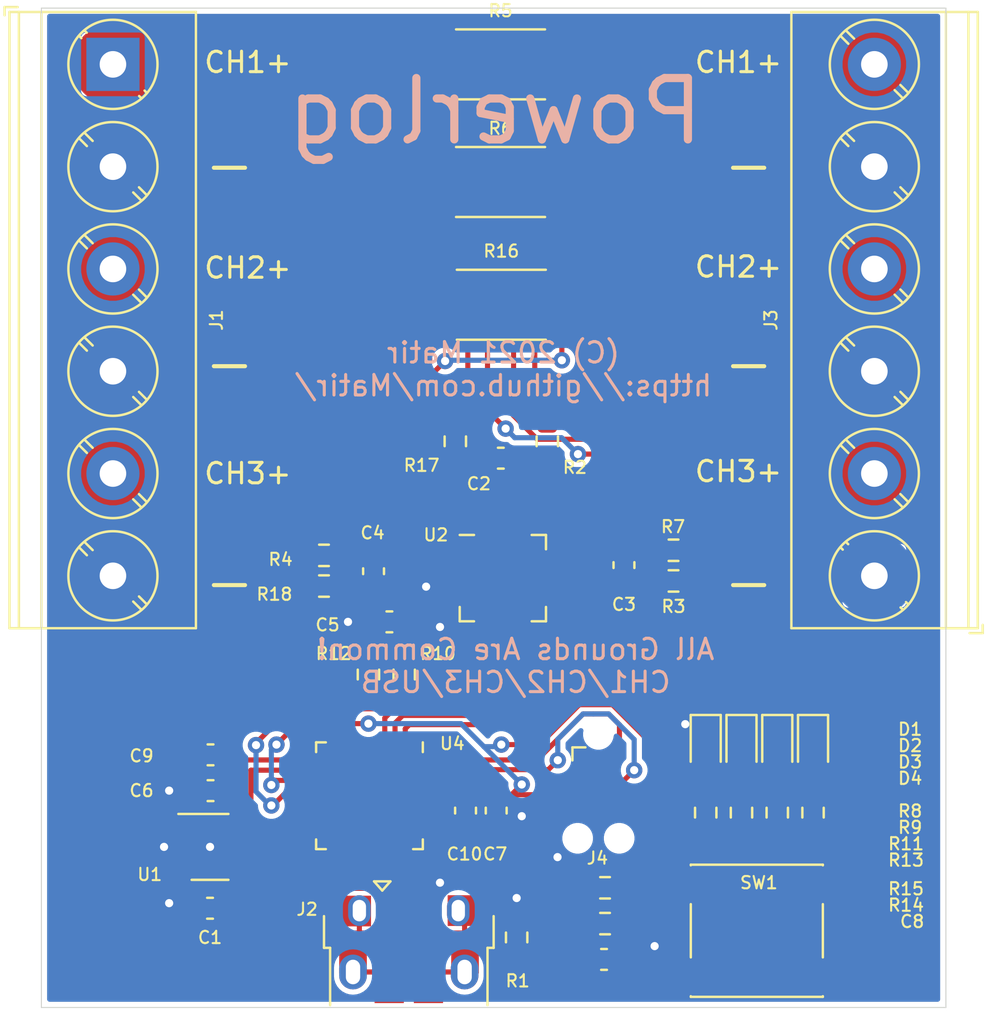
<source format=kicad_pcb>
(kicad_pcb (version 20171130) (host pcbnew 5.1.9+dfsg1-1)

  (general
    (thickness 1.6)
    (drawings 19)
    (tracks 301)
    (zones 0)
    (modules 40)
    (nets 58)
  )

  (page A4)
  (layers
    (0 F.Cu signal)
    (31 B.Cu signal)
    (32 B.Adhes user)
    (33 F.Adhes user)
    (34 B.Paste user)
    (35 F.Paste user)
    (36 B.SilkS user)
    (37 F.SilkS user)
    (38 B.Mask user)
    (39 F.Mask user)
    (40 Dwgs.User user)
    (41 Cmts.User user)
    (42 Eco1.User user)
    (43 Eco2.User user)
    (44 Edge.Cuts user)
    (45 Margin user)
    (46 B.CrtYd user)
    (47 F.CrtYd user)
    (48 B.Fab user)
    (49 F.Fab user hide)
  )

  (setup
    (last_trace_width 0.25)
    (user_trace_width 0.25)
    (user_trace_width 0.5)
    (user_trace_width 1)
    (user_trace_width 2)
    (user_trace_width 4)
    (user_trace_width 8)
    (trace_clearance 0.2)
    (zone_clearance 0.508)
    (zone_45_only no)
    (trace_min 0.2)
    (via_size 0.8)
    (via_drill 0.4)
    (via_min_size 0.4)
    (via_min_drill 0.3)
    (uvia_size 0.3)
    (uvia_drill 0.1)
    (uvias_allowed no)
    (uvia_min_size 0.2)
    (uvia_min_drill 0.1)
    (edge_width 0.05)
    (segment_width 0.2)
    (pcb_text_width 0.3)
    (pcb_text_size 1.5 1.5)
    (mod_edge_width 0.12)
    (mod_text_size 1 1)
    (mod_text_width 0.15)
    (pad_size 1.524 1.524)
    (pad_drill 0.762)
    (pad_to_mask_clearance 0)
    (aux_axis_origin 0 0)
    (visible_elements FFFFFF7F)
    (pcbplotparams
      (layerselection 0x010fc_ffffffff)
      (usegerberextensions false)
      (usegerberattributes true)
      (usegerberadvancedattributes true)
      (creategerberjobfile true)
      (excludeedgelayer true)
      (linewidth 0.100000)
      (plotframeref false)
      (viasonmask false)
      (mode 1)
      (useauxorigin false)
      (hpglpennumber 1)
      (hpglpenspeed 20)
      (hpglpendiameter 15.000000)
      (psnegative false)
      (psa4output false)
      (plotreference true)
      (plotvalue true)
      (plotinvisibletext false)
      (padsonsilk false)
      (subtractmaskfromsilk false)
      (outputformat 1)
      (mirror false)
      (drillshape 0)
      (scaleselection 1)
      (outputdirectory "output/"))
  )

  (net 0 "")
  (net 1 GND)
  (net 2 +5V)
  (net 3 +3V3)
  (net 4 /~RST)
  (net 5 "Net-(C10-Pad1)")
  (net 6 "Net-(D1-Pad2)")
  (net 7 "Net-(D2-Pad2)")
  (net 8 /LED_3)
  (net 9 "Net-(D3-Pad2)")
  (net 10 /LED_2)
  (net 11 "Net-(D4-Pad2)")
  (net 12 /LED_1)
  (net 13 /INP_A)
  (net 14 /INP_B)
  (net 15 /INP_C)
  (net 16 "Net-(J2-Pad6)")
  (net 17 "Net-(J2-Pad4)")
  (net 18 /USB_P)
  (net 19 /USB_N)
  (net 20 /OUT_C)
  (net 21 /OUT_B)
  (net 22 /OUT_A)
  (net 23 "Net-(J4-Pad6)")
  (net 24 /SWCLK)
  (net 25 /SWDIO)
  (net 26 /SDA)
  (net 27 /SCL)
  (net 28 "Net-(R14-Pad2)")
  (net 29 "Net-(U1-Pad4)")
  (net 30 "Net-(U2-Pad13)")
  (net 31 "Net-(U2-Pad10)")
  (net 32 "Net-(U2-Pad9)")
  (net 33 "Net-(U2-Pad8)")
  (net 34 "Net-(U4-Pad33)")
  (net 35 "Net-(U4-Pad27)")
  (net 36 "Net-(U4-Pad25)")
  (net 37 "Net-(U4-Pad22)")
  (net 38 "Net-(U4-Pad21)")
  (net 39 "Net-(U4-Pad20)")
  (net 40 "Net-(U4-Pad19)")
  (net 41 "Net-(U4-Pad18)")
  (net 42 "Net-(U4-Pad17)")
  (net 43 "Net-(U4-Pad16)")
  (net 44 "Net-(U4-Pad15)")
  (net 45 "Net-(U4-Pad14)")
  (net 46 "Net-(U4-Pad13)")
  (net 47 "Net-(U4-Pad8)")
  (net 48 "Net-(U4-Pad7)")
  (net 49 "Net-(U4-Pad6)")
  (net 50 "Net-(U4-Pad5)")
  (net 51 "Net-(U4-Pad4)")
  (net 52 /IN+2)
  (net 53 /IN-2)
  (net 54 /IN+1)
  (net 55 /IN-1)
  (net 56 /IN+3)
  (net 57 /IN-3)

  (net_class Default "This is the default net class."
    (clearance 0.2)
    (trace_width 0.25)
    (via_dia 0.8)
    (via_drill 0.4)
    (uvia_dia 0.3)
    (uvia_drill 0.1)
    (add_net +3V3)
    (add_net +5V)
    (add_net /IN+1)
    (add_net /IN+2)
    (add_net /IN+3)
    (add_net /IN-1)
    (add_net /IN-2)
    (add_net /IN-3)
    (add_net /INP_A)
    (add_net /INP_B)
    (add_net /INP_C)
    (add_net /LED_1)
    (add_net /LED_2)
    (add_net /LED_3)
    (add_net /OUT_A)
    (add_net /OUT_B)
    (add_net /OUT_C)
    (add_net /SCL)
    (add_net /SDA)
    (add_net /SWCLK)
    (add_net /SWDIO)
    (add_net /USB_N)
    (add_net /USB_P)
    (add_net /~RST)
    (add_net GND)
    (add_net "Net-(C10-Pad1)")
    (add_net "Net-(D1-Pad2)")
    (add_net "Net-(D2-Pad2)")
    (add_net "Net-(D3-Pad2)")
    (add_net "Net-(D4-Pad2)")
    (add_net "Net-(J2-Pad4)")
    (add_net "Net-(J2-Pad6)")
    (add_net "Net-(J4-Pad6)")
    (add_net "Net-(R14-Pad2)")
    (add_net "Net-(U1-Pad4)")
    (add_net "Net-(U2-Pad10)")
    (add_net "Net-(U2-Pad13)")
    (add_net "Net-(U2-Pad8)")
    (add_net "Net-(U2-Pad9)")
    (add_net "Net-(U4-Pad13)")
    (add_net "Net-(U4-Pad14)")
    (add_net "Net-(U4-Pad15)")
    (add_net "Net-(U4-Pad16)")
    (add_net "Net-(U4-Pad17)")
    (add_net "Net-(U4-Pad18)")
    (add_net "Net-(U4-Pad19)")
    (add_net "Net-(U4-Pad20)")
    (add_net "Net-(U4-Pad21)")
    (add_net "Net-(U4-Pad22)")
    (add_net "Net-(U4-Pad25)")
    (add_net "Net-(U4-Pad27)")
    (add_net "Net-(U4-Pad33)")
    (add_net "Net-(U4-Pad4)")
    (add_net "Net-(U4-Pad5)")
    (add_net "Net-(U4-Pad6)")
    (add_net "Net-(U4-Pad7)")
    (add_net "Net-(U4-Pad8)")
  )

  (module Capacitor_SMD:C_0603_1608Metric (layer F.Cu) (tedit 5F68FEEE) (tstamp 6013E59B)
    (at 113.025 99.25)
    (descr "Capacitor SMD 0603 (1608 Metric), square (rectangular) end terminal, IPC_7351 nominal, (Body size source: IPC-SM-782 page 76, https://www.pcb-3d.com/wordpress/wp-content/uploads/ipc-sm-782a_amendment_1_and_2.pdf), generated with kicad-footprint-generator")
    (tags capacitor)
    (path /601BE0C3)
    (attr smd)
    (fp_text reference C8 (at 15.075 -1.85) (layer F.SilkS)
      (effects (font (size 0.6 0.6) (thickness 0.1)))
    )
    (fp_text value 0.1u (at 0 1.43) (layer F.Fab)
      (effects (font (size 1 1) (thickness 0.15)))
    )
    (fp_text user %R (at 0 0) (layer F.Fab)
      (effects (font (size 0.6 0.6) (thickness 0.1)))
    )
    (fp_line (start -0.8 0.4) (end -0.8 -0.4) (layer F.Fab) (width 0.1))
    (fp_line (start -0.8 -0.4) (end 0.8 -0.4) (layer F.Fab) (width 0.1))
    (fp_line (start 0.8 -0.4) (end 0.8 0.4) (layer F.Fab) (width 0.1))
    (fp_line (start 0.8 0.4) (end -0.8 0.4) (layer F.Fab) (width 0.1))
    (fp_line (start -0.14058 -0.51) (end 0.14058 -0.51) (layer F.SilkS) (width 0.12))
    (fp_line (start -0.14058 0.51) (end 0.14058 0.51) (layer F.SilkS) (width 0.12))
    (fp_line (start -1.48 0.73) (end -1.48 -0.73) (layer F.CrtYd) (width 0.05))
    (fp_line (start -1.48 -0.73) (end 1.48 -0.73) (layer F.CrtYd) (width 0.05))
    (fp_line (start 1.48 -0.73) (end 1.48 0.73) (layer F.CrtYd) (width 0.05))
    (fp_line (start 1.48 0.73) (end -1.48 0.73) (layer F.CrtYd) (width 0.05))
    (pad 2 smd roundrect (at 0.775 0) (size 0.9 0.95) (layers F.Cu F.Paste F.Mask) (roundrect_rratio 0.25)
      (net 1 GND))
    (pad 1 smd roundrect (at -0.775 0) (size 0.9 0.95) (layers F.Cu F.Paste F.Mask) (roundrect_rratio 0.25)
      (net 4 /~RST))
    (model ${KISYS3DMOD}/Capacitor_SMD.3dshapes/C_0603_1608Metric.wrl
      (at (xyz 0 0 0))
      (scale (xyz 1 1 1))
      (rotate (xyz 0 0 0))
    )
  )

  (module Resistor_SMD:R_0603_1608Metric (layer F.Cu) (tedit 5F68FEEE) (tstamp 601425AF)
    (at 113.075 97.5)
    (descr "Resistor SMD 0603 (1608 Metric), square (rectangular) end terminal, IPC_7351 nominal, (Body size source: IPC-SM-782 page 72, https://www.pcb-3d.com/wordpress/wp-content/uploads/ipc-sm-782a_amendment_1_and_2.pdf), generated with kicad-footprint-generator")
    (tags resistor)
    (path /601BD228)
    (attr smd)
    (fp_text reference R14 (at 14.725 -0.9) (layer F.SilkS)
      (effects (font (size 0.6 0.6) (thickness 0.1)))
    )
    (fp_text value 330 (at 0 1.43) (layer F.Fab)
      (effects (font (size 1 1) (thickness 0.15)))
    )
    (fp_text user %R (at 0 0) (layer F.Fab)
      (effects (font (size 0.6 0.6) (thickness 0.1)))
    )
    (fp_line (start -0.8 0.4125) (end -0.8 -0.4125) (layer F.Fab) (width 0.1))
    (fp_line (start -0.8 -0.4125) (end 0.8 -0.4125) (layer F.Fab) (width 0.1))
    (fp_line (start 0.8 -0.4125) (end 0.8 0.4125) (layer F.Fab) (width 0.1))
    (fp_line (start 0.8 0.4125) (end -0.8 0.4125) (layer F.Fab) (width 0.1))
    (fp_line (start -0.237258 -0.5225) (end 0.237258 -0.5225) (layer F.SilkS) (width 0.12))
    (fp_line (start -0.237258 0.5225) (end 0.237258 0.5225) (layer F.SilkS) (width 0.12))
    (fp_line (start -1.48 0.73) (end -1.48 -0.73) (layer F.CrtYd) (width 0.05))
    (fp_line (start -1.48 -0.73) (end 1.48 -0.73) (layer F.CrtYd) (width 0.05))
    (fp_line (start 1.48 -0.73) (end 1.48 0.73) (layer F.CrtYd) (width 0.05))
    (fp_line (start 1.48 0.73) (end -1.48 0.73) (layer F.CrtYd) (width 0.05))
    (pad 2 smd roundrect (at 0.825 0) (size 0.8 0.95) (layers F.Cu F.Paste F.Mask) (roundrect_rratio 0.25)
      (net 28 "Net-(R14-Pad2)"))
    (pad 1 smd roundrect (at -0.825 0) (size 0.8 0.95) (layers F.Cu F.Paste F.Mask) (roundrect_rratio 0.25)
      (net 4 /~RST))
    (model ${KISYS3DMOD}/Resistor_SMD.3dshapes/R_0603_1608Metric.wrl
      (at (xyz 0 0 0))
      (scale (xyz 1 1 1))
      (rotate (xyz 0 0 0))
    )
  )

  (module Resistor_SMD:R_0603_1608Metric (layer F.Cu) (tedit 5F68FEEE) (tstamp 601422BB)
    (at 113.075 95.75 180)
    (descr "Resistor SMD 0603 (1608 Metric), square (rectangular) end terminal, IPC_7351 nominal, (Body size source: IPC-SM-782 page 72, https://www.pcb-3d.com/wordpress/wp-content/uploads/ipc-sm-782a_amendment_1_and_2.pdf), generated with kicad-footprint-generator")
    (tags resistor)
    (path /601BD87C)
    (attr smd)
    (fp_text reference R15 (at -14.725 -0.05) (layer F.SilkS)
      (effects (font (size 0.6 0.6) (thickness 0.1)))
    )
    (fp_text value 10k (at 0 1.43) (layer F.Fab)
      (effects (font (size 1 1) (thickness 0.15)))
    )
    (fp_text user %R (at 0 0) (layer F.Fab)
      (effects (font (size 0.6 0.6) (thickness 0.1)))
    )
    (fp_line (start -0.8 0.4125) (end -0.8 -0.4125) (layer F.Fab) (width 0.1))
    (fp_line (start -0.8 -0.4125) (end 0.8 -0.4125) (layer F.Fab) (width 0.1))
    (fp_line (start 0.8 -0.4125) (end 0.8 0.4125) (layer F.Fab) (width 0.1))
    (fp_line (start 0.8 0.4125) (end -0.8 0.4125) (layer F.Fab) (width 0.1))
    (fp_line (start -0.237258 -0.5225) (end 0.237258 -0.5225) (layer F.SilkS) (width 0.12))
    (fp_line (start -0.237258 0.5225) (end 0.237258 0.5225) (layer F.SilkS) (width 0.12))
    (fp_line (start -1.48 0.73) (end -1.48 -0.73) (layer F.CrtYd) (width 0.05))
    (fp_line (start -1.48 -0.73) (end 1.48 -0.73) (layer F.CrtYd) (width 0.05))
    (fp_line (start 1.48 -0.73) (end 1.48 0.73) (layer F.CrtYd) (width 0.05))
    (fp_line (start 1.48 0.73) (end -1.48 0.73) (layer F.CrtYd) (width 0.05))
    (pad 2 smd roundrect (at 0.825 0 180) (size 0.8 0.95) (layers F.Cu F.Paste F.Mask) (roundrect_rratio 0.25)
      (net 4 /~RST))
    (pad 1 smd roundrect (at -0.825 0 180) (size 0.8 0.95) (layers F.Cu F.Paste F.Mask) (roundrect_rratio 0.25)
      (net 3 +3V3))
    (model ${KISYS3DMOD}/Resistor_SMD.3dshapes/R_0603_1608Metric.wrl
      (at (xyz 0 0 0))
      (scale (xyz 1 1 1))
      (rotate (xyz 0 0 0))
    )
  )

  (module Package_DFN_QFN:QFN-32-1EP_5x5mm_P0.5mm_EP3.6x3.6mm (layer F.Cu) (tedit 5DC5F6A4) (tstamp 6013FD69)
    (at 101.55 91.25 270)
    (descr "QFN, 32 Pin (http://infocenter.nordicsemi.com/pdf/nRF52810_PS_v1.1.pdf#page=468), generated with kicad-footprint-generator ipc_noLead_generator.py")
    (tags "QFN NoLead")
    (path /60175019)
    (attr smd)
    (fp_text reference U4 (at -2.55 -4.05 180) (layer F.SilkS)
      (effects (font (size 0.6 0.6) (thickness 0.1)))
    )
    (fp_text value ATSAMD21E15B-M (at 0 3.8 90) (layer F.Fab)
      (effects (font (size 1 1) (thickness 0.15)))
    )
    (fp_text user %R (at 0 0 90) (layer F.Fab)
      (effects (font (size 0.6 0.6) (thickness 0.1)))
    )
    (fp_line (start 2.135 -2.61) (end 2.61 -2.61) (layer F.SilkS) (width 0.12))
    (fp_line (start 2.61 -2.61) (end 2.61 -2.135) (layer F.SilkS) (width 0.12))
    (fp_line (start -2.135 2.61) (end -2.61 2.61) (layer F.SilkS) (width 0.12))
    (fp_line (start -2.61 2.61) (end -2.61 2.135) (layer F.SilkS) (width 0.12))
    (fp_line (start 2.135 2.61) (end 2.61 2.61) (layer F.SilkS) (width 0.12))
    (fp_line (start 2.61 2.61) (end 2.61 2.135) (layer F.SilkS) (width 0.12))
    (fp_line (start -2.135 -2.61) (end -2.61 -2.61) (layer F.SilkS) (width 0.12))
    (fp_line (start -1.5 -2.5) (end 2.5 -2.5) (layer F.Fab) (width 0.1))
    (fp_line (start 2.5 -2.5) (end 2.5 2.5) (layer F.Fab) (width 0.1))
    (fp_line (start 2.5 2.5) (end -2.5 2.5) (layer F.Fab) (width 0.1))
    (fp_line (start -2.5 2.5) (end -2.5 -1.5) (layer F.Fab) (width 0.1))
    (fp_line (start -2.5 -1.5) (end -1.5 -2.5) (layer F.Fab) (width 0.1))
    (fp_line (start -3.1 -3.1) (end -3.1 3.1) (layer F.CrtYd) (width 0.05))
    (fp_line (start -3.1 3.1) (end 3.1 3.1) (layer F.CrtYd) (width 0.05))
    (fp_line (start 3.1 3.1) (end 3.1 -3.1) (layer F.CrtYd) (width 0.05))
    (fp_line (start 3.1 -3.1) (end -3.1 -3.1) (layer F.CrtYd) (width 0.05))
    (pad "" smd roundrect (at 1.2 1.2 270) (size 0.97 0.97) (layers F.Paste) (roundrect_rratio 0.25))
    (pad "" smd roundrect (at 1.2 0 270) (size 0.97 0.97) (layers F.Paste) (roundrect_rratio 0.25))
    (pad "" smd roundrect (at 1.2 -1.2 270) (size 0.97 0.97) (layers F.Paste) (roundrect_rratio 0.25))
    (pad "" smd roundrect (at 0 1.2 270) (size 0.97 0.97) (layers F.Paste) (roundrect_rratio 0.25))
    (pad "" smd roundrect (at 0 0 270) (size 0.97 0.97) (layers F.Paste) (roundrect_rratio 0.25))
    (pad "" smd roundrect (at 0 -1.2 270) (size 0.97 0.97) (layers F.Paste) (roundrect_rratio 0.25))
    (pad "" smd roundrect (at -1.2 1.2 270) (size 0.97 0.97) (layers F.Paste) (roundrect_rratio 0.25))
    (pad "" smd roundrect (at -1.2 0 270) (size 0.97 0.97) (layers F.Paste) (roundrect_rratio 0.25))
    (pad "" smd roundrect (at -1.2 -1.2 270) (size 0.97 0.97) (layers F.Paste) (roundrect_rratio 0.25))
    (pad 33 smd rect (at 0 0 270) (size 3.6 3.6) (layers F.Cu F.Mask)
      (net 34 "Net-(U4-Pad33)"))
    (pad 32 smd roundrect (at -1.75 -2.45 270) (size 0.25 0.8) (layers F.Cu F.Paste F.Mask) (roundrect_rratio 0.25)
      (net 25 /SWDIO))
    (pad 31 smd roundrect (at -1.25 -2.45 270) (size 0.25 0.8) (layers F.Cu F.Paste F.Mask) (roundrect_rratio 0.25)
      (net 24 /SWCLK))
    (pad 30 smd roundrect (at -0.75 -2.45 270) (size 0.25 0.8) (layers F.Cu F.Paste F.Mask) (roundrect_rratio 0.25)
      (net 3 +3V3))
    (pad 29 smd roundrect (at -0.25 -2.45 270) (size 0.25 0.8) (layers F.Cu F.Paste F.Mask) (roundrect_rratio 0.25)
      (net 5 "Net-(C10-Pad1)"))
    (pad 28 smd roundrect (at 0.25 -2.45 270) (size 0.25 0.8) (layers F.Cu F.Paste F.Mask) (roundrect_rratio 0.25)
      (net 1 GND))
    (pad 27 smd roundrect (at 0.75 -2.45 270) (size 0.25 0.8) (layers F.Cu F.Paste F.Mask) (roundrect_rratio 0.25)
      (net 35 "Net-(U4-Pad27)"))
    (pad 26 smd roundrect (at 1.25 -2.45 270) (size 0.25 0.8) (layers F.Cu F.Paste F.Mask) (roundrect_rratio 0.25)
      (net 4 /~RST))
    (pad 25 smd roundrect (at 1.75 -2.45 270) (size 0.25 0.8) (layers F.Cu F.Paste F.Mask) (roundrect_rratio 0.25)
      (net 36 "Net-(U4-Pad25)"))
    (pad 24 smd roundrect (at 2.45 -1.75 270) (size 0.8 0.25) (layers F.Cu F.Paste F.Mask) (roundrect_rratio 0.25)
      (net 18 /USB_P))
    (pad 23 smd roundrect (at 2.45 -1.25 270) (size 0.8 0.25) (layers F.Cu F.Paste F.Mask) (roundrect_rratio 0.25)
      (net 19 /USB_N))
    (pad 22 smd roundrect (at 2.45 -0.75 270) (size 0.8 0.25) (layers F.Cu F.Paste F.Mask) (roundrect_rratio 0.25)
      (net 37 "Net-(U4-Pad22)"))
    (pad 21 smd roundrect (at 2.45 -0.25 270) (size 0.8 0.25) (layers F.Cu F.Paste F.Mask) (roundrect_rratio 0.25)
      (net 38 "Net-(U4-Pad21)"))
    (pad 20 smd roundrect (at 2.45 0.25 270) (size 0.8 0.25) (layers F.Cu F.Paste F.Mask) (roundrect_rratio 0.25)
      (net 39 "Net-(U4-Pad20)"))
    (pad 19 smd roundrect (at 2.45 0.75 270) (size 0.8 0.25) (layers F.Cu F.Paste F.Mask) (roundrect_rratio 0.25)
      (net 40 "Net-(U4-Pad19)"))
    (pad 18 smd roundrect (at 2.45 1.25 270) (size 0.8 0.25) (layers F.Cu F.Paste F.Mask) (roundrect_rratio 0.25)
      (net 41 "Net-(U4-Pad18)"))
    (pad 17 smd roundrect (at 2.45 1.75 270) (size 0.8 0.25) (layers F.Cu F.Paste F.Mask) (roundrect_rratio 0.25)
      (net 42 "Net-(U4-Pad17)"))
    (pad 16 smd roundrect (at 1.75 2.45 270) (size 0.25 0.8) (layers F.Cu F.Paste F.Mask) (roundrect_rratio 0.25)
      (net 43 "Net-(U4-Pad16)"))
    (pad 15 smd roundrect (at 1.25 2.45 270) (size 0.25 0.8) (layers F.Cu F.Paste F.Mask) (roundrect_rratio 0.25)
      (net 44 "Net-(U4-Pad15)"))
    (pad 14 smd roundrect (at 0.75 2.45 270) (size 0.25 0.8) (layers F.Cu F.Paste F.Mask) (roundrect_rratio 0.25)
      (net 45 "Net-(U4-Pad14)"))
    (pad 13 smd roundrect (at 0.25 2.45 270) (size 0.25 0.8) (layers F.Cu F.Paste F.Mask) (roundrect_rratio 0.25)
      (net 46 "Net-(U4-Pad13)"))
    (pad 12 smd roundrect (at -0.25 2.45 270) (size 0.25 0.8) (layers F.Cu F.Paste F.Mask) (roundrect_rratio 0.25)
      (net 27 /SCL))
    (pad 11 smd roundrect (at -0.75 2.45 270) (size 0.25 0.8) (layers F.Cu F.Paste F.Mask) (roundrect_rratio 0.25)
      (net 26 /SDA))
    (pad 10 smd roundrect (at -1.25 2.45 270) (size 0.25 0.8) (layers F.Cu F.Paste F.Mask) (roundrect_rratio 0.25)
      (net 1 GND))
    (pad 9 smd roundrect (at -1.75 2.45 270) (size 0.25 0.8) (layers F.Cu F.Paste F.Mask) (roundrect_rratio 0.25)
      (net 3 +3V3))
    (pad 8 smd roundrect (at -2.45 1.75 270) (size 0.8 0.25) (layers F.Cu F.Paste F.Mask) (roundrect_rratio 0.25)
      (net 47 "Net-(U4-Pad8)"))
    (pad 7 smd roundrect (at -2.45 1.25 270) (size 0.8 0.25) (layers F.Cu F.Paste F.Mask) (roundrect_rratio 0.25)
      (net 48 "Net-(U4-Pad7)"))
    (pad 6 smd roundrect (at -2.45 0.75 270) (size 0.8 0.25) (layers F.Cu F.Paste F.Mask) (roundrect_rratio 0.25)
      (net 49 "Net-(U4-Pad6)"))
    (pad 5 smd roundrect (at -2.45 0.25 270) (size 0.8 0.25) (layers F.Cu F.Paste F.Mask) (roundrect_rratio 0.25)
      (net 50 "Net-(U4-Pad5)"))
    (pad 4 smd roundrect (at -2.45 -0.25 270) (size 0.8 0.25) (layers F.Cu F.Paste F.Mask) (roundrect_rratio 0.25)
      (net 51 "Net-(U4-Pad4)"))
    (pad 3 smd roundrect (at -2.45 -0.75 270) (size 0.8 0.25) (layers F.Cu F.Paste F.Mask) (roundrect_rratio 0.25)
      (net 8 /LED_3))
    (pad 2 smd roundrect (at -2.45 -1.25 270) (size 0.8 0.25) (layers F.Cu F.Paste F.Mask) (roundrect_rratio 0.25)
      (net 10 /LED_2))
    (pad 1 smd roundrect (at -2.45 -1.75 270) (size 0.8 0.25) (layers F.Cu F.Paste F.Mask) (roundrect_rratio 0.25)
      (net 12 /LED_1))
    (model ${KISYS3DMOD}/Package_DFN_QFN.3dshapes/QFN-32-1EP_5x5mm_P0.5mm_EP3.6x3.6mm.wrl
      (at (xyz 0 0 0))
      (scale (xyz 1 1 1))
      (rotate (xyz 0 0 0))
    )
  )

  (module Package_DFN_QFN:Texas_RGV_S-PVQFN-N16_EP2.1x2.1mm (layer F.Cu) (tedit 5E11FE4F) (tstamp 6014274B)
    (at 108.075 80.6125)
    (descr "QFN, 16 Pin (http://www.ti.com/lit/ds/symlink/ina3221.pdf#page=44), generated with kicad-footprint-generator ipc_noLead_generator.py")
    (tags "QFN NoLead")
    (path /602D3791)
    (attr smd)
    (fp_text reference U2 (at -3.275 -2.1125) (layer F.SilkS)
      (effects (font (size 0.6 0.6) (thickness 0.1)))
    )
    (fp_text value INA3221 (at 0 3.32) (layer F.Fab)
      (effects (font (size 1 1) (thickness 0.15)))
    )
    (fp_text user %R (at 0 0) (layer F.Fab)
      (effects (font (size 0.6 0.6) (thickness 0.1)))
    )
    (fp_line (start 1.41 -2.11) (end 2.11 -2.11) (layer F.SilkS) (width 0.12))
    (fp_line (start 2.11 -2.11) (end 2.11 -1.41) (layer F.SilkS) (width 0.12))
    (fp_line (start -1.41 2.11) (end -2.11 2.11) (layer F.SilkS) (width 0.12))
    (fp_line (start -2.11 2.11) (end -2.11 1.41) (layer F.SilkS) (width 0.12))
    (fp_line (start 1.41 2.11) (end 2.11 2.11) (layer F.SilkS) (width 0.12))
    (fp_line (start 2.11 2.11) (end 2.11 1.41) (layer F.SilkS) (width 0.12))
    (fp_line (start -1.41 -2.11) (end -2.11 -2.11) (layer F.SilkS) (width 0.12))
    (fp_line (start -1 -2) (end 2 -2) (layer F.Fab) (width 0.1))
    (fp_line (start 2 -2) (end 2 2) (layer F.Fab) (width 0.1))
    (fp_line (start 2 2) (end -2 2) (layer F.Fab) (width 0.1))
    (fp_line (start -2 2) (end -2 -1) (layer F.Fab) (width 0.1))
    (fp_line (start -2 -1) (end -1 -2) (layer F.Fab) (width 0.1))
    (fp_line (start -2.62 -2.62) (end -2.62 2.62) (layer F.CrtYd) (width 0.05))
    (fp_line (start -2.62 2.62) (end 2.62 2.62) (layer F.CrtYd) (width 0.05))
    (fp_line (start 2.62 2.62) (end 2.62 -2.62) (layer F.CrtYd) (width 0.05))
    (fp_line (start 2.62 -2.62) (end -2.62 -2.62) (layer F.CrtYd) (width 0.05))
    (pad "" smd roundrect (at 0.525 0.525) (size 0.85 0.85) (layers F.Paste) (roundrect_rratio 0.25))
    (pad "" smd roundrect (at 0.525 -0.525) (size 0.85 0.85) (layers F.Paste) (roundrect_rratio 0.25))
    (pad "" smd roundrect (at -0.525 0.525) (size 0.85 0.85) (layers F.Paste) (roundrect_rratio 0.25))
    (pad "" smd roundrect (at -0.525 -0.525) (size 0.85 0.85) (layers F.Paste) (roundrect_rratio 0.25))
    (pad 17 smd rect (at 0 0) (size 2.1 2.1) (layers F.Cu F.Mask)
      (net 1 GND))
    (pad 16 smd roundrect (at -0.975 -1.8625) (size 0.35 1.025) (layers F.Cu F.Paste F.Mask) (roundrect_rratio 0.25)
      (net 3 +3V3))
    (pad 15 smd roundrect (at -0.325 -1.8625) (size 0.35 1.025) (layers F.Cu F.Paste F.Mask) (roundrect_rratio 0.25)
      (net 52 /IN+2))
    (pad 14 smd roundrect (at 0.325 -1.8625) (size 0.35 1.025) (layers F.Cu F.Paste F.Mask) (roundrect_rratio 0.25)
      (net 53 /IN-2))
    (pad 13 smd roundrect (at 0.975 -1.8625) (size 0.35 1.025) (layers F.Cu F.Paste F.Mask) (roundrect_rratio 0.25)
      (net 30 "Net-(U2-Pad13)"))
    (pad 12 smd roundrect (at 1.8625 -0.975) (size 1.025 0.35) (layers F.Cu F.Paste F.Mask) (roundrect_rratio 0.25)
      (net 54 /IN+1))
    (pad 11 smd roundrect (at 1.8625 -0.325) (size 1.025 0.35) (layers F.Cu F.Paste F.Mask) (roundrect_rratio 0.25)
      (net 55 /IN-1))
    (pad 10 smd roundrect (at 1.8625 0.325) (size 1.025 0.35) (layers F.Cu F.Paste F.Mask) (roundrect_rratio 0.25)
      (net 31 "Net-(U2-Pad10)"))
    (pad 9 smd roundrect (at 1.8625 0.975) (size 1.025 0.35) (layers F.Cu F.Paste F.Mask) (roundrect_rratio 0.25)
      (net 32 "Net-(U2-Pad9)"))
    (pad 8 smd roundrect (at 0.975 1.8625) (size 0.35 1.025) (layers F.Cu F.Paste F.Mask) (roundrect_rratio 0.25)
      (net 33 "Net-(U2-Pad8)"))
    (pad 7 smd roundrect (at 0.325 1.8625) (size 0.35 1.025) (layers F.Cu F.Paste F.Mask) (roundrect_rratio 0.25)
      (net 26 /SDA))
    (pad 6 smd roundrect (at -0.325 1.8625) (size 0.35 1.025) (layers F.Cu F.Paste F.Mask) (roundrect_rratio 0.25)
      (net 27 /SCL))
    (pad 5 smd roundrect (at -0.975 1.8625) (size 0.35 1.025) (layers F.Cu F.Paste F.Mask) (roundrect_rratio 0.25)
      (net 1 GND))
    (pad 4 smd roundrect (at -1.8625 0.975) (size 1.025 0.35) (layers F.Cu F.Paste F.Mask) (roundrect_rratio 0.25)
      (net 3 +3V3))
    (pad 3 smd roundrect (at -1.8625 0.325) (size 1.025 0.35) (layers F.Cu F.Paste F.Mask) (roundrect_rratio 0.25)
      (net 1 GND))
    (pad 2 smd roundrect (at -1.8625 -0.325) (size 1.025 0.35) (layers F.Cu F.Paste F.Mask) (roundrect_rratio 0.25)
      (net 56 /IN+3))
    (pad 1 smd roundrect (at -1.8625 -0.975) (size 1.025 0.35) (layers F.Cu F.Paste F.Mask) (roundrect_rratio 0.25)
      (net 57 /IN-3))
    (model ${KISYS3DMOD}/Package_DFN_QFN.3dshapes/Texas_RGV_S-PVQFN-N16_EP2.1x2.1mm.wrl
      (at (xyz 0 0 0))
      (scale (xyz 1 1 1))
      (rotate (xyz 0 0 0))
    )
  )

  (module Package_TO_SOT_SMD:SOT-23-5 (layer F.Cu) (tedit 5A02FF57) (tstamp 60140459)
    (at 93.75 93.75)
    (descr "5-pin SOT23 package")
    (tags SOT-23-5)
    (path /6015C556)
    (attr smd)
    (fp_text reference U1 (at -2.95 1.35) (layer F.SilkS)
      (effects (font (size 0.6 0.6) (thickness 0.1)))
    )
    (fp_text value AP2112K-3.3 (at 0 2.9) (layer F.Fab)
      (effects (font (size 1 1) (thickness 0.15)))
    )
    (fp_text user %R (at 0 0 90) (layer F.Fab)
      (effects (font (size 0.6 0.6) (thickness 0.1)))
    )
    (fp_line (start -0.9 1.61) (end 0.9 1.61) (layer F.SilkS) (width 0.12))
    (fp_line (start 0.9 -1.61) (end -1.55 -1.61) (layer F.SilkS) (width 0.12))
    (fp_line (start -1.9 -1.8) (end 1.9 -1.8) (layer F.CrtYd) (width 0.05))
    (fp_line (start 1.9 -1.8) (end 1.9 1.8) (layer F.CrtYd) (width 0.05))
    (fp_line (start 1.9 1.8) (end -1.9 1.8) (layer F.CrtYd) (width 0.05))
    (fp_line (start -1.9 1.8) (end -1.9 -1.8) (layer F.CrtYd) (width 0.05))
    (fp_line (start -0.9 -0.9) (end -0.25 -1.55) (layer F.Fab) (width 0.1))
    (fp_line (start 0.9 -1.55) (end -0.25 -1.55) (layer F.Fab) (width 0.1))
    (fp_line (start -0.9 -0.9) (end -0.9 1.55) (layer F.Fab) (width 0.1))
    (fp_line (start 0.9 1.55) (end -0.9 1.55) (layer F.Fab) (width 0.1))
    (fp_line (start 0.9 -1.55) (end 0.9 1.55) (layer F.Fab) (width 0.1))
    (pad 5 smd rect (at 1.1 -0.95) (size 1.06 0.65) (layers F.Cu F.Paste F.Mask)
      (net 3 +3V3))
    (pad 4 smd rect (at 1.1 0.95) (size 1.06 0.65) (layers F.Cu F.Paste F.Mask)
      (net 29 "Net-(U1-Pad4)"))
    (pad 3 smd rect (at -1.1 0.95) (size 1.06 0.65) (layers F.Cu F.Paste F.Mask)
      (net 2 +5V))
    (pad 2 smd rect (at -1.1 0) (size 1.06 0.65) (layers F.Cu F.Paste F.Mask)
      (net 1 GND))
    (pad 1 smd rect (at -1.1 -0.95) (size 1.06 0.65) (layers F.Cu F.Paste F.Mask)
      (net 2 +5V))
    (model ${KISYS3DMOD}/Package_TO_SOT_SMD.3dshapes/SOT-23-5.wrl
      (at (xyz 0 0 0))
      (scale (xyz 1 1 1))
      (rotate (xyz 0 0 0))
    )
  )

  (module Button_Switch_SMD:SW_SPST_PTS645 (layer F.Cu) (tedit 5A02FC95) (tstamp 6014D692)
    (at 120.5 97.85 180)
    (descr "C&K Components SPST SMD PTS645 Series 6mm Tact Switch")
    (tags "SPST Button Switch")
    (path /601BC225)
    (attr smd)
    (fp_text reference SW1 (at -0.1 2.35) (layer F.SilkS)
      (effects (font (size 0.6 0.6) (thickness 0.1)))
    )
    (fp_text value SW_Push (at 0 4.15) (layer F.Fab)
      (effects (font (size 1 1) (thickness 0.15)))
    )
    (fp_text user %R (at 0 -4.05) (layer F.Fab)
      (effects (font (size 0.6 0.6) (thickness 0.1)))
    )
    (fp_line (start -3 -3) (end -3 3) (layer F.Fab) (width 0.1))
    (fp_line (start -3 3) (end 3 3) (layer F.Fab) (width 0.1))
    (fp_line (start 3 3) (end 3 -3) (layer F.Fab) (width 0.1))
    (fp_line (start 3 -3) (end -3 -3) (layer F.Fab) (width 0.1))
    (fp_line (start 5.05 3.4) (end 5.05 -3.4) (layer F.CrtYd) (width 0.05))
    (fp_line (start -5.05 -3.4) (end -5.05 3.4) (layer F.CrtYd) (width 0.05))
    (fp_line (start -5.05 3.4) (end 5.05 3.4) (layer F.CrtYd) (width 0.05))
    (fp_line (start -5.05 -3.4) (end 5.05 -3.4) (layer F.CrtYd) (width 0.05))
    (fp_line (start 3.23 -3.23) (end 3.23 -3.2) (layer F.SilkS) (width 0.12))
    (fp_line (start 3.23 3.23) (end 3.23 3.2) (layer F.SilkS) (width 0.12))
    (fp_line (start -3.23 3.23) (end -3.23 3.2) (layer F.SilkS) (width 0.12))
    (fp_line (start -3.23 -3.2) (end -3.23 -3.23) (layer F.SilkS) (width 0.12))
    (fp_line (start 3.23 -1.3) (end 3.23 1.3) (layer F.SilkS) (width 0.12))
    (fp_line (start -3.23 -3.23) (end 3.23 -3.23) (layer F.SilkS) (width 0.12))
    (fp_line (start -3.23 -1.3) (end -3.23 1.3) (layer F.SilkS) (width 0.12))
    (fp_line (start -3.23 3.23) (end 3.23 3.23) (layer F.SilkS) (width 0.12))
    (fp_circle (center 0 0) (end 1.75 -0.05) (layer F.Fab) (width 0.1))
    (pad 2 smd rect (at 3.98 2.25 180) (size 1.55 1.3) (layers F.Cu F.Paste F.Mask)
      (net 28 "Net-(R14-Pad2)"))
    (pad 1 smd rect (at 3.98 -2.25 180) (size 1.55 1.3) (layers F.Cu F.Paste F.Mask)
      (net 1 GND))
    (pad 1 smd rect (at -3.98 -2.25 180) (size 1.55 1.3) (layers F.Cu F.Paste F.Mask)
      (net 1 GND))
    (pad 2 smd rect (at -3.98 2.25 180) (size 1.55 1.3) (layers F.Cu F.Paste F.Mask)
      (net 28 "Net-(R14-Pad2)"))
    (model ${KISYS3DMOD}/Button_Switch_SMD.3dshapes/SW_SPST_PTS645.wrl
      (at (xyz 0 0 0))
      (scale (xyz 1 1 1))
      (rotate (xyz 0 0 0))
    )
  )

  (module Resistor_SMD:R_0603_1608Metric (layer F.Cu) (tedit 5F68FEEE) (tstamp 6013E81F)
    (at 99.325 81)
    (descr "Resistor SMD 0603 (1608 Metric), square (rectangular) end terminal, IPC_7351 nominal, (Body size source: IPC-SM-782 page 72, https://www.pcb-3d.com/wordpress/wp-content/uploads/ipc-sm-782a_amendment_1_and_2.pdf), generated with kicad-footprint-generator")
    (tags resistor)
    (path /603E81A7)
    (attr smd)
    (fp_text reference R18 (at -2.425 0.4) (layer F.SilkS)
      (effects (font (size 0.6 0.6) (thickness 0.1)))
    )
    (fp_text value 10 (at 0 1.43) (layer F.Fab)
      (effects (font (size 1 1) (thickness 0.15)))
    )
    (fp_text user %R (at 0 0) (layer F.Fab)
      (effects (font (size 0.6 0.6) (thickness 0.1)))
    )
    (fp_line (start -0.8 0.4125) (end -0.8 -0.4125) (layer F.Fab) (width 0.1))
    (fp_line (start -0.8 -0.4125) (end 0.8 -0.4125) (layer F.Fab) (width 0.1))
    (fp_line (start 0.8 -0.4125) (end 0.8 0.4125) (layer F.Fab) (width 0.1))
    (fp_line (start 0.8 0.4125) (end -0.8 0.4125) (layer F.Fab) (width 0.1))
    (fp_line (start -0.237258 -0.5225) (end 0.237258 -0.5225) (layer F.SilkS) (width 0.12))
    (fp_line (start -0.237258 0.5225) (end 0.237258 0.5225) (layer F.SilkS) (width 0.12))
    (fp_line (start -1.48 0.73) (end -1.48 -0.73) (layer F.CrtYd) (width 0.05))
    (fp_line (start -1.48 -0.73) (end 1.48 -0.73) (layer F.CrtYd) (width 0.05))
    (fp_line (start 1.48 -0.73) (end 1.48 0.73) (layer F.CrtYd) (width 0.05))
    (fp_line (start 1.48 0.73) (end -1.48 0.73) (layer F.CrtYd) (width 0.05))
    (pad 2 smd roundrect (at 0.825 0) (size 0.8 0.95) (layers F.Cu F.Paste F.Mask) (roundrect_rratio 0.25)
      (net 56 /IN+3))
    (pad 1 smd roundrect (at -0.825 0) (size 0.8 0.95) (layers F.Cu F.Paste F.Mask) (roundrect_rratio 0.25)
      (net 15 /INP_C))
    (model ${KISYS3DMOD}/Resistor_SMD.3dshapes/R_0603_1608Metric.wrl
      (at (xyz 0 0 0))
      (scale (xyz 1 1 1))
      (rotate (xyz 0 0 0))
    )
  )

  (module Resistor_SMD:R_0603_1608Metric (layer F.Cu) (tedit 5F68FEEE) (tstamp 60144DF2)
    (at 105.75 73.925 270)
    (descr "Resistor SMD 0603 (1608 Metric), square (rectangular) end terminal, IPC_7351 nominal, (Body size source: IPC-SM-782 page 72, https://www.pcb-3d.com/wordpress/wp-content/uploads/ipc-sm-782a_amendment_1_and_2.pdf), generated with kicad-footprint-generator")
    (tags resistor)
    (path /603B0EE6)
    (attr smd)
    (fp_text reference R17 (at 1.175 1.65 180) (layer F.SilkS)
      (effects (font (size 0.6 0.6) (thickness 0.1)))
    )
    (fp_text value 10 (at 0 1.43 90) (layer F.Fab)
      (effects (font (size 1 1) (thickness 0.15)))
    )
    (fp_text user %R (at 0 0 90) (layer F.Fab)
      (effects (font (size 0.6 0.6) (thickness 0.1)))
    )
    (fp_line (start -0.8 0.4125) (end -0.8 -0.4125) (layer F.Fab) (width 0.1))
    (fp_line (start -0.8 -0.4125) (end 0.8 -0.4125) (layer F.Fab) (width 0.1))
    (fp_line (start 0.8 -0.4125) (end 0.8 0.4125) (layer F.Fab) (width 0.1))
    (fp_line (start 0.8 0.4125) (end -0.8 0.4125) (layer F.Fab) (width 0.1))
    (fp_line (start -0.237258 -0.5225) (end 0.237258 -0.5225) (layer F.SilkS) (width 0.12))
    (fp_line (start -0.237258 0.5225) (end 0.237258 0.5225) (layer F.SilkS) (width 0.12))
    (fp_line (start -1.48 0.73) (end -1.48 -0.73) (layer F.CrtYd) (width 0.05))
    (fp_line (start -1.48 -0.73) (end 1.48 -0.73) (layer F.CrtYd) (width 0.05))
    (fp_line (start 1.48 -0.73) (end 1.48 0.73) (layer F.CrtYd) (width 0.05))
    (fp_line (start 1.48 0.73) (end -1.48 0.73) (layer F.CrtYd) (width 0.05))
    (pad 2 smd roundrect (at 0.825 0 270) (size 0.8 0.95) (layers F.Cu F.Paste F.Mask) (roundrect_rratio 0.25)
      (net 52 /IN+2))
    (pad 1 smd roundrect (at -0.825 0 270) (size 0.8 0.95) (layers F.Cu F.Paste F.Mask) (roundrect_rratio 0.25)
      (net 14 /INP_B))
    (model ${KISYS3DMOD}/Resistor_SMD.3dshapes/R_0603_1608Metric.wrl
      (at (xyz 0 0 0))
      (scale (xyz 1 1 1))
      (rotate (xyz 0 0 0))
    )
  )

  (module Resistor_SMD:R_2512_6332Metric (layer F.Cu) (tedit 5F68FEEE) (tstamp 60141BDA)
    (at 108 67.25)
    (descr "Resistor SMD 2512 (6332 Metric), square (rectangular) end terminal, IPC_7351 nominal, (Body size source: IPC-SM-782 page 72, https://www.pcb-3d.com/wordpress/wp-content/uploads/ipc-sm-782a_amendment_1_and_2.pdf), generated with kicad-footprint-generator")
    (tags resistor)
    (path /603E81B1)
    (attr smd)
    (fp_text reference R16 (at 0 -2.62) (layer F.SilkS)
      (effects (font (size 0.6 0.6) (thickness 0.1)))
    )
    (fp_text value 25m (at 0 2.62) (layer F.Fab)
      (effects (font (size 1 1) (thickness 0.15)))
    )
    (fp_text user %R (at 0 0) (layer F.Fab)
      (effects (font (size 0.6 0.6) (thickness 0.1)))
    )
    (fp_line (start -3.15 1.6) (end -3.15 -1.6) (layer F.Fab) (width 0.1))
    (fp_line (start -3.15 -1.6) (end 3.15 -1.6) (layer F.Fab) (width 0.1))
    (fp_line (start 3.15 -1.6) (end 3.15 1.6) (layer F.Fab) (width 0.1))
    (fp_line (start 3.15 1.6) (end -3.15 1.6) (layer F.Fab) (width 0.1))
    (fp_line (start -2.177064 -1.71) (end 2.177064 -1.71) (layer F.SilkS) (width 0.12))
    (fp_line (start -2.177064 1.71) (end 2.177064 1.71) (layer F.SilkS) (width 0.12))
    (fp_line (start -3.82 1.92) (end -3.82 -1.92) (layer F.CrtYd) (width 0.05))
    (fp_line (start -3.82 -1.92) (end 3.82 -1.92) (layer F.CrtYd) (width 0.05))
    (fp_line (start 3.82 -1.92) (end 3.82 1.92) (layer F.CrtYd) (width 0.05))
    (fp_line (start 3.82 1.92) (end -3.82 1.92) (layer F.CrtYd) (width 0.05))
    (pad 2 smd roundrect (at 2.9625 0) (size 1.225 3.35) (layers F.Cu F.Paste F.Mask) (roundrect_rratio 0.2040816326530612)
      (net 20 /OUT_C))
    (pad 1 smd roundrect (at -2.9625 0) (size 1.225 3.35) (layers F.Cu F.Paste F.Mask) (roundrect_rratio 0.2040816326530612)
      (net 15 /INP_C))
    (model ${KISYS3DMOD}/Resistor_SMD.3dshapes/R_2512_6332Metric.wrl
      (at (xyz 0 0 0))
      (scale (xyz 1 1 1))
      (rotate (xyz 0 0 0))
    )
  )

  (module Resistor_SMD:R_0603_1608Metric (layer F.Cu) (tedit 5F68FEEE) (tstamp 6013E7CA)
    (at 123.25 92.075 90)
    (descr "Resistor SMD 0603 (1608 Metric), square (rectangular) end terminal, IPC_7351 nominal, (Body size source: IPC-SM-782 page 72, https://www.pcb-3d.com/wordpress/wp-content/uploads/ipc-sm-782a_amendment_1_and_2.pdf), generated with kicad-footprint-generator")
    (tags resistor)
    (path /601FA97D)
    (attr smd)
    (fp_text reference R13 (at -2.325 4.55 180) (layer F.SilkS)
      (effects (font (size 0.6 0.6) (thickness 0.1)))
    )
    (fp_text value 1k (at 0 1.43 90) (layer F.Fab)
      (effects (font (size 1 1) (thickness 0.15)))
    )
    (fp_text user %R (at 0 0 90) (layer F.Fab)
      (effects (font (size 0.6 0.6) (thickness 0.1)))
    )
    (fp_line (start -0.8 0.4125) (end -0.8 -0.4125) (layer F.Fab) (width 0.1))
    (fp_line (start -0.8 -0.4125) (end 0.8 -0.4125) (layer F.Fab) (width 0.1))
    (fp_line (start 0.8 -0.4125) (end 0.8 0.4125) (layer F.Fab) (width 0.1))
    (fp_line (start 0.8 0.4125) (end -0.8 0.4125) (layer F.Fab) (width 0.1))
    (fp_line (start -0.237258 -0.5225) (end 0.237258 -0.5225) (layer F.SilkS) (width 0.12))
    (fp_line (start -0.237258 0.5225) (end 0.237258 0.5225) (layer F.SilkS) (width 0.12))
    (fp_line (start -1.48 0.73) (end -1.48 -0.73) (layer F.CrtYd) (width 0.05))
    (fp_line (start -1.48 -0.73) (end 1.48 -0.73) (layer F.CrtYd) (width 0.05))
    (fp_line (start 1.48 -0.73) (end 1.48 0.73) (layer F.CrtYd) (width 0.05))
    (fp_line (start 1.48 0.73) (end -1.48 0.73) (layer F.CrtYd) (width 0.05))
    (pad 2 smd roundrect (at 0.825 0 90) (size 0.8 0.95) (layers F.Cu F.Paste F.Mask) (roundrect_rratio 0.25)
      (net 11 "Net-(D4-Pad2)"))
    (pad 1 smd roundrect (at -0.825 0 90) (size 0.8 0.95) (layers F.Cu F.Paste F.Mask) (roundrect_rratio 0.25)
      (net 3 +3V3))
    (model ${KISYS3DMOD}/Resistor_SMD.3dshapes/R_0603_1608Metric.wrl
      (at (xyz 0 0 0))
      (scale (xyz 1 1 1))
      (rotate (xyz 0 0 0))
    )
  )

  (module Resistor_SMD:R_0603_1608Metric (layer F.Cu) (tedit 5F68FEEE) (tstamp 60144580)
    (at 101.5 85.325 270)
    (descr "Resistor SMD 0603 (1608 Metric), square (rectangular) end terminal, IPC_7351 nominal, (Body size source: IPC-SM-782 page 72, https://www.pcb-3d.com/wordpress/wp-content/uploads/ipc-sm-782a_amendment_1_and_2.pdf), generated with kicad-footprint-generator")
    (tags resistor)
    (path /601A2161)
    (attr smd)
    (fp_text reference R12 (at -1.025 1.7 180) (layer F.SilkS)
      (effects (font (size 0.6 0.6) (thickness 0.1)))
    )
    (fp_text value 10k (at 0 1.43 90) (layer F.Fab)
      (effects (font (size 1 1) (thickness 0.15)))
    )
    (fp_text user %R (at 0 0 90) (layer F.Fab)
      (effects (font (size 0.6 0.6) (thickness 0.1)))
    )
    (fp_line (start -0.8 0.4125) (end -0.8 -0.4125) (layer F.Fab) (width 0.1))
    (fp_line (start -0.8 -0.4125) (end 0.8 -0.4125) (layer F.Fab) (width 0.1))
    (fp_line (start 0.8 -0.4125) (end 0.8 0.4125) (layer F.Fab) (width 0.1))
    (fp_line (start 0.8 0.4125) (end -0.8 0.4125) (layer F.Fab) (width 0.1))
    (fp_line (start -0.237258 -0.5225) (end 0.237258 -0.5225) (layer F.SilkS) (width 0.12))
    (fp_line (start -0.237258 0.5225) (end 0.237258 0.5225) (layer F.SilkS) (width 0.12))
    (fp_line (start -1.48 0.73) (end -1.48 -0.73) (layer F.CrtYd) (width 0.05))
    (fp_line (start -1.48 -0.73) (end 1.48 -0.73) (layer F.CrtYd) (width 0.05))
    (fp_line (start 1.48 -0.73) (end 1.48 0.73) (layer F.CrtYd) (width 0.05))
    (fp_line (start 1.48 0.73) (end -1.48 0.73) (layer F.CrtYd) (width 0.05))
    (pad 2 smd roundrect (at 0.825 0 270) (size 0.8 0.95) (layers F.Cu F.Paste F.Mask) (roundrect_rratio 0.25)
      (net 27 /SCL))
    (pad 1 smd roundrect (at -0.825 0 270) (size 0.8 0.95) (layers F.Cu F.Paste F.Mask) (roundrect_rratio 0.25)
      (net 3 +3V3))
    (model ${KISYS3DMOD}/Resistor_SMD.3dshapes/R_0603_1608Metric.wrl
      (at (xyz 0 0 0))
      (scale (xyz 1 1 1))
      (rotate (xyz 0 0 0))
    )
  )

  (module Resistor_SMD:R_0603_1608Metric (layer F.Cu) (tedit 5F68FEEE) (tstamp 60142E9B)
    (at 121.5 92.075 90)
    (descr "Resistor SMD 0603 (1608 Metric), square (rectangular) end terminal, IPC_7351 nominal, (Body size source: IPC-SM-782 page 72, https://www.pcb-3d.com/wordpress/wp-content/uploads/ipc-sm-782a_amendment_1_and_2.pdf), generated with kicad-footprint-generator")
    (tags resistor)
    (path /601FA1CF)
    (attr smd)
    (fp_text reference R11 (at -1.525 6.3 180) (layer F.SilkS)
      (effects (font (size 0.6 0.6) (thickness 0.1)))
    )
    (fp_text value 1k (at 0 1.43 90) (layer F.Fab)
      (effects (font (size 1 1) (thickness 0.15)))
    )
    (fp_text user %R (at 0 0 90) (layer F.Fab)
      (effects (font (size 0.6 0.6) (thickness 0.1)))
    )
    (fp_line (start -0.8 0.4125) (end -0.8 -0.4125) (layer F.Fab) (width 0.1))
    (fp_line (start -0.8 -0.4125) (end 0.8 -0.4125) (layer F.Fab) (width 0.1))
    (fp_line (start 0.8 -0.4125) (end 0.8 0.4125) (layer F.Fab) (width 0.1))
    (fp_line (start 0.8 0.4125) (end -0.8 0.4125) (layer F.Fab) (width 0.1))
    (fp_line (start -0.237258 -0.5225) (end 0.237258 -0.5225) (layer F.SilkS) (width 0.12))
    (fp_line (start -0.237258 0.5225) (end 0.237258 0.5225) (layer F.SilkS) (width 0.12))
    (fp_line (start -1.48 0.73) (end -1.48 -0.73) (layer F.CrtYd) (width 0.05))
    (fp_line (start -1.48 -0.73) (end 1.48 -0.73) (layer F.CrtYd) (width 0.05))
    (fp_line (start 1.48 -0.73) (end 1.48 0.73) (layer F.CrtYd) (width 0.05))
    (fp_line (start 1.48 0.73) (end -1.48 0.73) (layer F.CrtYd) (width 0.05))
    (pad 2 smd roundrect (at 0.825 0 90) (size 0.8 0.95) (layers F.Cu F.Paste F.Mask) (roundrect_rratio 0.25)
      (net 9 "Net-(D3-Pad2)"))
    (pad 1 smd roundrect (at -0.825 0 90) (size 0.8 0.95) (layers F.Cu F.Paste F.Mask) (roundrect_rratio 0.25)
      (net 3 +3V3))
    (model ${KISYS3DMOD}/Resistor_SMD.3dshapes/R_0603_1608Metric.wrl
      (at (xyz 0 0 0))
      (scale (xyz 1 1 1))
      (rotate (xyz 0 0 0))
    )
  )

  (module Resistor_SMD:R_0603_1608Metric (layer F.Cu) (tedit 5F68FEEE) (tstamp 6013E797)
    (at 103.25 85.325 270)
    (descr "Resistor SMD 0603 (1608 Metric), square (rectangular) end terminal, IPC_7351 nominal, (Body size source: IPC-SM-782 page 72, https://www.pcb-3d.com/wordpress/wp-content/uploads/ipc-sm-782a_amendment_1_and_2.pdf), generated with kicad-footprint-generator")
    (tags resistor)
    (path /601A17CA)
    (attr smd)
    (fp_text reference R10 (at -1.025 -1.65 180) (layer F.SilkS)
      (effects (font (size 0.6 0.6) (thickness 0.1)))
    )
    (fp_text value 10k (at 0 1.43 90) (layer F.Fab)
      (effects (font (size 1 1) (thickness 0.15)))
    )
    (fp_text user %R (at 0 0 90) (layer F.Fab)
      (effects (font (size 0.6 0.6) (thickness 0.1)))
    )
    (fp_line (start -0.8 0.4125) (end -0.8 -0.4125) (layer F.Fab) (width 0.1))
    (fp_line (start -0.8 -0.4125) (end 0.8 -0.4125) (layer F.Fab) (width 0.1))
    (fp_line (start 0.8 -0.4125) (end 0.8 0.4125) (layer F.Fab) (width 0.1))
    (fp_line (start 0.8 0.4125) (end -0.8 0.4125) (layer F.Fab) (width 0.1))
    (fp_line (start -0.237258 -0.5225) (end 0.237258 -0.5225) (layer F.SilkS) (width 0.12))
    (fp_line (start -0.237258 0.5225) (end 0.237258 0.5225) (layer F.SilkS) (width 0.12))
    (fp_line (start -1.48 0.73) (end -1.48 -0.73) (layer F.CrtYd) (width 0.05))
    (fp_line (start -1.48 -0.73) (end 1.48 -0.73) (layer F.CrtYd) (width 0.05))
    (fp_line (start 1.48 -0.73) (end 1.48 0.73) (layer F.CrtYd) (width 0.05))
    (fp_line (start 1.48 0.73) (end -1.48 0.73) (layer F.CrtYd) (width 0.05))
    (pad 2 smd roundrect (at 0.825 0 270) (size 0.8 0.95) (layers F.Cu F.Paste F.Mask) (roundrect_rratio 0.25)
      (net 26 /SDA))
    (pad 1 smd roundrect (at -0.825 0 270) (size 0.8 0.95) (layers F.Cu F.Paste F.Mask) (roundrect_rratio 0.25)
      (net 3 +3V3))
    (model ${KISYS3DMOD}/Resistor_SMD.3dshapes/R_0603_1608Metric.wrl
      (at (xyz 0 0 0))
      (scale (xyz 1 1 1))
      (rotate (xyz 0 0 0))
    )
  )

  (module Resistor_SMD:R_0603_1608Metric (layer F.Cu) (tedit 5F68FEEE) (tstamp 6013E786)
    (at 119.75 92.075 90)
    (descr "Resistor SMD 0603 (1608 Metric), square (rectangular) end terminal, IPC_7351 nominal, (Body size source: IPC-SM-782 page 72, https://www.pcb-3d.com/wordpress/wp-content/uploads/ipc-sm-782a_amendment_1_and_2.pdf), generated with kicad-footprint-generator")
    (tags resistor)
    (path /601F9ECC)
    (attr smd)
    (fp_text reference R9 (at -0.725 8.25 180) (layer F.SilkS)
      (effects (font (size 0.6 0.6) (thickness 0.1)))
    )
    (fp_text value 1k (at 0 1.43 90) (layer F.Fab)
      (effects (font (size 1 1) (thickness 0.15)))
    )
    (fp_text user %R (at 0 0 90) (layer F.Fab)
      (effects (font (size 0.6 0.6) (thickness 0.1)))
    )
    (fp_line (start -0.8 0.4125) (end -0.8 -0.4125) (layer F.Fab) (width 0.1))
    (fp_line (start -0.8 -0.4125) (end 0.8 -0.4125) (layer F.Fab) (width 0.1))
    (fp_line (start 0.8 -0.4125) (end 0.8 0.4125) (layer F.Fab) (width 0.1))
    (fp_line (start 0.8 0.4125) (end -0.8 0.4125) (layer F.Fab) (width 0.1))
    (fp_line (start -0.237258 -0.5225) (end 0.237258 -0.5225) (layer F.SilkS) (width 0.12))
    (fp_line (start -0.237258 0.5225) (end 0.237258 0.5225) (layer F.SilkS) (width 0.12))
    (fp_line (start -1.48 0.73) (end -1.48 -0.73) (layer F.CrtYd) (width 0.05))
    (fp_line (start -1.48 -0.73) (end 1.48 -0.73) (layer F.CrtYd) (width 0.05))
    (fp_line (start 1.48 -0.73) (end 1.48 0.73) (layer F.CrtYd) (width 0.05))
    (fp_line (start 1.48 0.73) (end -1.48 0.73) (layer F.CrtYd) (width 0.05))
    (pad 2 smd roundrect (at 0.825 0 90) (size 0.8 0.95) (layers F.Cu F.Paste F.Mask) (roundrect_rratio 0.25)
      (net 7 "Net-(D2-Pad2)"))
    (pad 1 smd roundrect (at -0.825 0 90) (size 0.8 0.95) (layers F.Cu F.Paste F.Mask) (roundrect_rratio 0.25)
      (net 3 +3V3))
    (model ${KISYS3DMOD}/Resistor_SMD.3dshapes/R_0603_1608Metric.wrl
      (at (xyz 0 0 0))
      (scale (xyz 1 1 1))
      (rotate (xyz 0 0 0))
    )
  )

  (module Resistor_SMD:R_0603_1608Metric (layer F.Cu) (tedit 5F68FEEE) (tstamp 6013E775)
    (at 118 92.075 90)
    (descr "Resistor SMD 0603 (1608 Metric), square (rectangular) end terminal, IPC_7351 nominal, (Body size source: IPC-SM-782 page 72, https://www.pcb-3d.com/wordpress/wp-content/uploads/ipc-sm-782a_amendment_1_and_2.pdf), generated with kicad-footprint-generator")
    (tags resistor)
    (path /601F98F8)
    (attr smd)
    (fp_text reference R8 (at 0.075 10 180) (layer F.SilkS)
      (effects (font (size 0.6 0.6) (thickness 0.1)))
    )
    (fp_text value 1k (at 0 1.43 90) (layer F.Fab)
      (effects (font (size 1 1) (thickness 0.15)))
    )
    (fp_text user %R (at 0 0 90) (layer F.Fab)
      (effects (font (size 0.6 0.6) (thickness 0.1)))
    )
    (fp_line (start -0.8 0.4125) (end -0.8 -0.4125) (layer F.Fab) (width 0.1))
    (fp_line (start -0.8 -0.4125) (end 0.8 -0.4125) (layer F.Fab) (width 0.1))
    (fp_line (start 0.8 -0.4125) (end 0.8 0.4125) (layer F.Fab) (width 0.1))
    (fp_line (start 0.8 0.4125) (end -0.8 0.4125) (layer F.Fab) (width 0.1))
    (fp_line (start -0.237258 -0.5225) (end 0.237258 -0.5225) (layer F.SilkS) (width 0.12))
    (fp_line (start -0.237258 0.5225) (end 0.237258 0.5225) (layer F.SilkS) (width 0.12))
    (fp_line (start -1.48 0.73) (end -1.48 -0.73) (layer F.CrtYd) (width 0.05))
    (fp_line (start -1.48 -0.73) (end 1.48 -0.73) (layer F.CrtYd) (width 0.05))
    (fp_line (start 1.48 -0.73) (end 1.48 0.73) (layer F.CrtYd) (width 0.05))
    (fp_line (start 1.48 0.73) (end -1.48 0.73) (layer F.CrtYd) (width 0.05))
    (pad 2 smd roundrect (at 0.825 0 90) (size 0.8 0.95) (layers F.Cu F.Paste F.Mask) (roundrect_rratio 0.25)
      (net 6 "Net-(D1-Pad2)"))
    (pad 1 smd roundrect (at -0.825 0 90) (size 0.8 0.95) (layers F.Cu F.Paste F.Mask) (roundrect_rratio 0.25)
      (net 3 +3V3))
    (model ${KISYS3DMOD}/Resistor_SMD.3dshapes/R_0603_1608Metric.wrl
      (at (xyz 0 0 0))
      (scale (xyz 1 1 1))
      (rotate (xyz 0 0 0))
    )
  )

  (module Resistor_SMD:R_0603_1608Metric (layer F.Cu) (tedit 5F68FEEE) (tstamp 6013E764)
    (at 116.425 79.25 180)
    (descr "Resistor SMD 0603 (1608 Metric), square (rectangular) end terminal, IPC_7351 nominal, (Body size source: IPC-SM-782 page 72, https://www.pcb-3d.com/wordpress/wp-content/uploads/ipc-sm-782a_amendment_1_and_2.pdf), generated with kicad-footprint-generator")
    (tags resistor)
    (path /60142227)
    (attr smd)
    (fp_text reference R7 (at 0.025 1.15) (layer F.SilkS)
      (effects (font (size 0.6 0.6) (thickness 0.1)))
    )
    (fp_text value 10 (at 0 1.43) (layer F.Fab)
      (effects (font (size 1 1) (thickness 0.15)))
    )
    (fp_text user %R (at 0 0) (layer F.Fab)
      (effects (font (size 0.6 0.6) (thickness 0.1)))
    )
    (fp_line (start -0.8 0.4125) (end -0.8 -0.4125) (layer F.Fab) (width 0.1))
    (fp_line (start -0.8 -0.4125) (end 0.8 -0.4125) (layer F.Fab) (width 0.1))
    (fp_line (start 0.8 -0.4125) (end 0.8 0.4125) (layer F.Fab) (width 0.1))
    (fp_line (start 0.8 0.4125) (end -0.8 0.4125) (layer F.Fab) (width 0.1))
    (fp_line (start -0.237258 -0.5225) (end 0.237258 -0.5225) (layer F.SilkS) (width 0.12))
    (fp_line (start -0.237258 0.5225) (end 0.237258 0.5225) (layer F.SilkS) (width 0.12))
    (fp_line (start -1.48 0.73) (end -1.48 -0.73) (layer F.CrtYd) (width 0.05))
    (fp_line (start -1.48 -0.73) (end 1.48 -0.73) (layer F.CrtYd) (width 0.05))
    (fp_line (start 1.48 -0.73) (end 1.48 0.73) (layer F.CrtYd) (width 0.05))
    (fp_line (start 1.48 0.73) (end -1.48 0.73) (layer F.CrtYd) (width 0.05))
    (pad 2 smd roundrect (at 0.825 0 180) (size 0.8 0.95) (layers F.Cu F.Paste F.Mask) (roundrect_rratio 0.25)
      (net 54 /IN+1))
    (pad 1 smd roundrect (at -0.825 0 180) (size 0.8 0.95) (layers F.Cu F.Paste F.Mask) (roundrect_rratio 0.25)
      (net 13 /INP_A))
    (model ${KISYS3DMOD}/Resistor_SMD.3dshapes/R_0603_1608Metric.wrl
      (at (xyz 0 0 0))
      (scale (xyz 1 1 1))
      (rotate (xyz 0 0 0))
    )
  )

  (module Resistor_SMD:R_2512_6332Metric (layer F.Cu) (tedit 5F68FEEE) (tstamp 6013E753)
    (at 107.9625 61.25)
    (descr "Resistor SMD 2512 (6332 Metric), square (rectangular) end terminal, IPC_7351 nominal, (Body size source: IPC-SM-782 page 72, https://www.pcb-3d.com/wordpress/wp-content/uploads/ipc-sm-782a_amendment_1_and_2.pdf), generated with kicad-footprint-generator")
    (tags resistor)
    (path /603B0EEC)
    (attr smd)
    (fp_text reference R6 (at 0 -2.62 180) (layer F.SilkS)
      (effects (font (size 0.6 0.6) (thickness 0.1)))
    )
    (fp_text value 25m (at 0 2.62) (layer F.Fab)
      (effects (font (size 1 1) (thickness 0.15)))
    )
    (fp_text user %R (at 0 0) (layer F.Fab)
      (effects (font (size 0.6 0.6) (thickness 0.1)))
    )
    (fp_line (start -3.15 1.6) (end -3.15 -1.6) (layer F.Fab) (width 0.1))
    (fp_line (start -3.15 -1.6) (end 3.15 -1.6) (layer F.Fab) (width 0.1))
    (fp_line (start 3.15 -1.6) (end 3.15 1.6) (layer F.Fab) (width 0.1))
    (fp_line (start 3.15 1.6) (end -3.15 1.6) (layer F.Fab) (width 0.1))
    (fp_line (start -2.177064 -1.71) (end 2.177064 -1.71) (layer F.SilkS) (width 0.12))
    (fp_line (start -2.177064 1.71) (end 2.177064 1.71) (layer F.SilkS) (width 0.12))
    (fp_line (start -3.82 1.92) (end -3.82 -1.92) (layer F.CrtYd) (width 0.05))
    (fp_line (start -3.82 -1.92) (end 3.82 -1.92) (layer F.CrtYd) (width 0.05))
    (fp_line (start 3.82 -1.92) (end 3.82 1.92) (layer F.CrtYd) (width 0.05))
    (fp_line (start 3.82 1.92) (end -3.82 1.92) (layer F.CrtYd) (width 0.05))
    (pad 2 smd roundrect (at 2.9625 0) (size 1.225 3.35) (layers F.Cu F.Paste F.Mask) (roundrect_rratio 0.2040816326530612)
      (net 21 /OUT_B))
    (pad 1 smd roundrect (at -2.9625 0) (size 1.225 3.35) (layers F.Cu F.Paste F.Mask) (roundrect_rratio 0.2040816326530612)
      (net 14 /INP_B))
    (model ${KISYS3DMOD}/Resistor_SMD.3dshapes/R_2512_6332Metric.wrl
      (at (xyz 0 0 0))
      (scale (xyz 1 1 1))
      (rotate (xyz 0 0 0))
    )
  )

  (module Resistor_SMD:R_2512_6332Metric (layer F.Cu) (tedit 5F68FEEE) (tstamp 6013E742)
    (at 107.9625 55.5)
    (descr "Resistor SMD 2512 (6332 Metric), square (rectangular) end terminal, IPC_7351 nominal, (Body size source: IPC-SM-782 page 72, https://www.pcb-3d.com/wordpress/wp-content/uploads/ipc-sm-782a_amendment_1_and_2.pdf), generated with kicad-footprint-generator")
    (tags resistor)
    (path /60142231)
    (attr smd)
    (fp_text reference R5 (at 0 -2.62 180) (layer F.SilkS)
      (effects (font (size 0.6 0.6) (thickness 0.1)))
    )
    (fp_text value 25m (at 0 2.62) (layer F.Fab)
      (effects (font (size 1 1) (thickness 0.15)))
    )
    (fp_text user %R (at 0 0) (layer F.Fab)
      (effects (font (size 0.6 0.6) (thickness 0.1)))
    )
    (fp_line (start -3.15 1.6) (end -3.15 -1.6) (layer F.Fab) (width 0.1))
    (fp_line (start -3.15 -1.6) (end 3.15 -1.6) (layer F.Fab) (width 0.1))
    (fp_line (start 3.15 -1.6) (end 3.15 1.6) (layer F.Fab) (width 0.1))
    (fp_line (start 3.15 1.6) (end -3.15 1.6) (layer F.Fab) (width 0.1))
    (fp_line (start -2.177064 -1.71) (end 2.177064 -1.71) (layer F.SilkS) (width 0.12))
    (fp_line (start -2.177064 1.71) (end 2.177064 1.71) (layer F.SilkS) (width 0.12))
    (fp_line (start -3.82 1.92) (end -3.82 -1.92) (layer F.CrtYd) (width 0.05))
    (fp_line (start -3.82 -1.92) (end 3.82 -1.92) (layer F.CrtYd) (width 0.05))
    (fp_line (start 3.82 -1.92) (end 3.82 1.92) (layer F.CrtYd) (width 0.05))
    (fp_line (start 3.82 1.92) (end -3.82 1.92) (layer F.CrtYd) (width 0.05))
    (pad 2 smd roundrect (at 2.9625 0) (size 1.225 3.35) (layers F.Cu F.Paste F.Mask) (roundrect_rratio 0.2040816326530612)
      (net 22 /OUT_A))
    (pad 1 smd roundrect (at -2.9625 0) (size 1.225 3.35) (layers F.Cu F.Paste F.Mask) (roundrect_rratio 0.2040816326530612)
      (net 13 /INP_A))
    (model ${KISYS3DMOD}/Resistor_SMD.3dshapes/R_2512_6332Metric.wrl
      (at (xyz 0 0 0))
      (scale (xyz 1 1 1))
      (rotate (xyz 0 0 0))
    )
  )

  (module Resistor_SMD:R_0603_1608Metric (layer F.Cu) (tedit 5F68FEEE) (tstamp 6013E731)
    (at 99.325 79.5)
    (descr "Resistor SMD 0603 (1608 Metric), square (rectangular) end terminal, IPC_7351 nominal, (Body size source: IPC-SM-782 page 72, https://www.pcb-3d.com/wordpress/wp-content/uploads/ipc-sm-782a_amendment_1_and_2.pdf), generated with kicad-footprint-generator")
    (tags resistor)
    (path /603E819D)
    (attr smd)
    (fp_text reference R4 (at -2.125 0.2) (layer F.SilkS)
      (effects (font (size 0.6 0.6) (thickness 0.1)))
    )
    (fp_text value 10 (at 0 1.43) (layer F.Fab)
      (effects (font (size 1 1) (thickness 0.15)))
    )
    (fp_text user %R (at 0 0) (layer F.Fab)
      (effects (font (size 0.6 0.6) (thickness 0.1)))
    )
    (fp_line (start -0.8 0.4125) (end -0.8 -0.4125) (layer F.Fab) (width 0.1))
    (fp_line (start -0.8 -0.4125) (end 0.8 -0.4125) (layer F.Fab) (width 0.1))
    (fp_line (start 0.8 -0.4125) (end 0.8 0.4125) (layer F.Fab) (width 0.1))
    (fp_line (start 0.8 0.4125) (end -0.8 0.4125) (layer F.Fab) (width 0.1))
    (fp_line (start -0.237258 -0.5225) (end 0.237258 -0.5225) (layer F.SilkS) (width 0.12))
    (fp_line (start -0.237258 0.5225) (end 0.237258 0.5225) (layer F.SilkS) (width 0.12))
    (fp_line (start -1.48 0.73) (end -1.48 -0.73) (layer F.CrtYd) (width 0.05))
    (fp_line (start -1.48 -0.73) (end 1.48 -0.73) (layer F.CrtYd) (width 0.05))
    (fp_line (start 1.48 -0.73) (end 1.48 0.73) (layer F.CrtYd) (width 0.05))
    (fp_line (start 1.48 0.73) (end -1.48 0.73) (layer F.CrtYd) (width 0.05))
    (pad 2 smd roundrect (at 0.825 0) (size 0.8 0.95) (layers F.Cu F.Paste F.Mask) (roundrect_rratio 0.25)
      (net 57 /IN-3))
    (pad 1 smd roundrect (at -0.825 0) (size 0.8 0.95) (layers F.Cu F.Paste F.Mask) (roundrect_rratio 0.25)
      (net 20 /OUT_C))
    (model ${KISYS3DMOD}/Resistor_SMD.3dshapes/R_0603_1608Metric.wrl
      (at (xyz 0 0 0))
      (scale (xyz 1 1 1))
      (rotate (xyz 0 0 0))
    )
  )

  (module Resistor_SMD:R_0603_1608Metric (layer F.Cu) (tedit 5F68FEEE) (tstamp 6013E720)
    (at 116.425 80.75 180)
    (descr "Resistor SMD 0603 (1608 Metric), square (rectangular) end terminal, IPC_7351 nominal, (Body size source: IPC-SM-782 page 72, https://www.pcb-3d.com/wordpress/wp-content/uploads/ipc-sm-782a_amendment_1_and_2.pdf), generated with kicad-footprint-generator")
    (tags resistor)
    (path /6014221D)
    (attr smd)
    (fp_text reference R3 (at 0 -1.25) (layer F.SilkS)
      (effects (font (size 0.6 0.6) (thickness 0.1)))
    )
    (fp_text value 10 (at 0 1.43) (layer F.Fab)
      (effects (font (size 1 1) (thickness 0.15)))
    )
    (fp_text user %R (at 0 0) (layer F.Fab)
      (effects (font (size 0.6 0.6) (thickness 0.1)))
    )
    (fp_line (start -0.8 0.4125) (end -0.8 -0.4125) (layer F.Fab) (width 0.1))
    (fp_line (start -0.8 -0.4125) (end 0.8 -0.4125) (layer F.Fab) (width 0.1))
    (fp_line (start 0.8 -0.4125) (end 0.8 0.4125) (layer F.Fab) (width 0.1))
    (fp_line (start 0.8 0.4125) (end -0.8 0.4125) (layer F.Fab) (width 0.1))
    (fp_line (start -0.237258 -0.5225) (end 0.237258 -0.5225) (layer F.SilkS) (width 0.12))
    (fp_line (start -0.237258 0.5225) (end 0.237258 0.5225) (layer F.SilkS) (width 0.12))
    (fp_line (start -1.48 0.73) (end -1.48 -0.73) (layer F.CrtYd) (width 0.05))
    (fp_line (start -1.48 -0.73) (end 1.48 -0.73) (layer F.CrtYd) (width 0.05))
    (fp_line (start 1.48 -0.73) (end 1.48 0.73) (layer F.CrtYd) (width 0.05))
    (fp_line (start 1.48 0.73) (end -1.48 0.73) (layer F.CrtYd) (width 0.05))
    (pad 2 smd roundrect (at 0.825 0 180) (size 0.8 0.95) (layers F.Cu F.Paste F.Mask) (roundrect_rratio 0.25)
      (net 55 /IN-1))
    (pad 1 smd roundrect (at -0.825 0 180) (size 0.8 0.95) (layers F.Cu F.Paste F.Mask) (roundrect_rratio 0.25)
      (net 22 /OUT_A))
    (model ${KISYS3DMOD}/Resistor_SMD.3dshapes/R_0603_1608Metric.wrl
      (at (xyz 0 0 0))
      (scale (xyz 1 1 1))
      (rotate (xyz 0 0 0))
    )
  )

  (module Resistor_SMD:R_0603_1608Metric (layer F.Cu) (tedit 5F68FEEE) (tstamp 6013E70F)
    (at 110.25 73.925 270)
    (descr "Resistor SMD 0603 (1608 Metric), square (rectangular) end terminal, IPC_7351 nominal, (Body size source: IPC-SM-782 page 72, https://www.pcb-3d.com/wordpress/wp-content/uploads/ipc-sm-782a_amendment_1_and_2.pdf), generated with kicad-footprint-generator")
    (tags resistor)
    (path /603B0EE0)
    (attr smd)
    (fp_text reference R2 (at 1.275 -1.35 180) (layer F.SilkS)
      (effects (font (size 0.6 0.6) (thickness 0.1)))
    )
    (fp_text value 10 (at 0 1.43 90) (layer F.Fab)
      (effects (font (size 1 1) (thickness 0.15)))
    )
    (fp_text user %R (at 0 0 90) (layer F.Fab)
      (effects (font (size 0.6 0.6) (thickness 0.1)))
    )
    (fp_line (start -0.8 0.4125) (end -0.8 -0.4125) (layer F.Fab) (width 0.1))
    (fp_line (start -0.8 -0.4125) (end 0.8 -0.4125) (layer F.Fab) (width 0.1))
    (fp_line (start 0.8 -0.4125) (end 0.8 0.4125) (layer F.Fab) (width 0.1))
    (fp_line (start 0.8 0.4125) (end -0.8 0.4125) (layer F.Fab) (width 0.1))
    (fp_line (start -0.237258 -0.5225) (end 0.237258 -0.5225) (layer F.SilkS) (width 0.12))
    (fp_line (start -0.237258 0.5225) (end 0.237258 0.5225) (layer F.SilkS) (width 0.12))
    (fp_line (start -1.48 0.73) (end -1.48 -0.73) (layer F.CrtYd) (width 0.05))
    (fp_line (start -1.48 -0.73) (end 1.48 -0.73) (layer F.CrtYd) (width 0.05))
    (fp_line (start 1.48 -0.73) (end 1.48 0.73) (layer F.CrtYd) (width 0.05))
    (fp_line (start 1.48 0.73) (end -1.48 0.73) (layer F.CrtYd) (width 0.05))
    (pad 2 smd roundrect (at 0.825 0 270) (size 0.8 0.95) (layers F.Cu F.Paste F.Mask) (roundrect_rratio 0.25)
      (net 53 /IN-2))
    (pad 1 smd roundrect (at -0.825 0 270) (size 0.8 0.95) (layers F.Cu F.Paste F.Mask) (roundrect_rratio 0.25)
      (net 21 /OUT_B))
    (model ${KISYS3DMOD}/Resistor_SMD.3dshapes/R_0603_1608Metric.wrl
      (at (xyz 0 0 0))
      (scale (xyz 1 1 1))
      (rotate (xyz 0 0 0))
    )
  )

  (module Resistor_SMD:R_0603_1608Metric (layer F.Cu) (tedit 5F68FEEE) (tstamp 6013E6FE)
    (at 108.75 98.175 90)
    (descr "Resistor SMD 0603 (1608 Metric), square (rectangular) end terminal, IPC_7351 nominal, (Body size source: IPC-SM-782 page 72, https://www.pcb-3d.com/wordpress/wp-content/uploads/ipc-sm-782a_amendment_1_and_2.pdf), generated with kicad-footprint-generator")
    (tags resistor)
    (path /6015549B)
    (attr smd)
    (fp_text reference R1 (at -2.125 0.05 180) (layer F.SilkS)
      (effects (font (size 0.6 0.6) (thickness 0.1)))
    )
    (fp_text value 0/NP (at 0 1.43 90) (layer F.Fab)
      (effects (font (size 1 1) (thickness 0.15)))
    )
    (fp_text user %R (at 0 0 90) (layer F.Fab)
      (effects (font (size 0.6 0.6) (thickness 0.1)))
    )
    (fp_line (start -0.8 0.4125) (end -0.8 -0.4125) (layer F.Fab) (width 0.1))
    (fp_line (start -0.8 -0.4125) (end 0.8 -0.4125) (layer F.Fab) (width 0.1))
    (fp_line (start 0.8 -0.4125) (end 0.8 0.4125) (layer F.Fab) (width 0.1))
    (fp_line (start 0.8 0.4125) (end -0.8 0.4125) (layer F.Fab) (width 0.1))
    (fp_line (start -0.237258 -0.5225) (end 0.237258 -0.5225) (layer F.SilkS) (width 0.12))
    (fp_line (start -0.237258 0.5225) (end 0.237258 0.5225) (layer F.SilkS) (width 0.12))
    (fp_line (start -1.48 0.73) (end -1.48 -0.73) (layer F.CrtYd) (width 0.05))
    (fp_line (start -1.48 -0.73) (end 1.48 -0.73) (layer F.CrtYd) (width 0.05))
    (fp_line (start 1.48 -0.73) (end 1.48 0.73) (layer F.CrtYd) (width 0.05))
    (fp_line (start 1.48 0.73) (end -1.48 0.73) (layer F.CrtYd) (width 0.05))
    (pad 2 smd roundrect (at 0.825 0 90) (size 0.8 0.95) (layers F.Cu F.Paste F.Mask) (roundrect_rratio 0.25)
      (net 1 GND))
    (pad 1 smd roundrect (at -0.825 0 90) (size 0.8 0.95) (layers F.Cu F.Paste F.Mask) (roundrect_rratio 0.25)
      (net 16 "Net-(J2-Pad6)"))
    (model ${KISYS3DMOD}/Resistor_SMD.3dshapes/R_0603_1608Metric.wrl
      (at (xyz 0 0 0))
      (scale (xyz 1 1 1))
      (rotate (xyz 0 0 0))
    )
  )

  (module Connector:Tag-Connect_TC2030-IDC-NL_2x03_P1.27mm_Vertical (layer F.Cu) (tedit 5A29CEA9) (tstamp 6013E6ED)
    (at 112.75 90.79 270)
    (descr "Tag-Connect programming header; http://www.tag-connect.com/Materials/TC2030-IDC-NL.pdf")
    (tags "tag connect programming header pogo pins")
    (path /6025676B)
    (attr virtual)
    (fp_text reference J4 (at 3.51 0.05 180) (layer F.SilkS)
      (effects (font (size 0.6 0.6) (thickness 0.1)))
    )
    (fp_text value TC2030 (at 0 -2.3 90) (layer F.Fab)
      (effects (font (size 1 1) (thickness 0.15)))
    )
    (fp_text user KEEPOUT (at 0 0 90) (layer Cmts.User)
      (effects (font (size 0.4 0.4) (thickness 0.07)))
    )
    (fp_text user %R (at 0 0 90) (layer F.Fab)
      (effects (font (size 0.6 0.6) (thickness 0.1)))
    )
    (fp_line (start -1.905 1.27) (end -1.905 0.635) (layer F.SilkS) (width 0.12))
    (fp_line (start -1.27 1.27) (end -1.905 1.27) (layer F.SilkS) (width 0.12))
    (fp_line (start -3.5 2) (end -3.5 -2) (layer F.CrtYd) (width 0.05))
    (fp_line (start 3.5 2) (end -3.5 2) (layer F.CrtYd) (width 0.05))
    (fp_line (start 3.5 -2) (end 3.5 2) (layer F.CrtYd) (width 0.05))
    (fp_line (start -3.5 -2) (end 3.5 -2) (layer F.CrtYd) (width 0.05))
    (fp_line (start -1.27 0.635) (end -1.27 -0.635) (layer Dwgs.User) (width 0.1))
    (fp_line (start 1.27 0.635) (end -1.27 0.635) (layer Dwgs.User) (width 0.1))
    (fp_line (start 1.27 -0.635) (end 1.27 0.635) (layer Dwgs.User) (width 0.1))
    (fp_line (start -1.27 -0.635) (end 1.27 -0.635) (layer Dwgs.User) (width 0.1))
    (fp_line (start -1.27 0.635) (end 0 -0.635) (layer Dwgs.User) (width 0.1))
    (fp_line (start -1.27 0) (end -0.635 -0.635) (layer Dwgs.User) (width 0.1))
    (fp_line (start -0.635 0.635) (end 0.635 -0.635) (layer Dwgs.User) (width 0.1))
    (fp_line (start 0 0.635) (end 1.27 -0.635) (layer Dwgs.User) (width 0.1))
    (fp_line (start 0.635 0.635) (end 1.27 0) (layer Dwgs.User) (width 0.1))
    (pad 6 connect circle (at 1.27 -0.635 270) (size 0.7874 0.7874) (layers F.Cu F.Mask)
      (net 23 "Net-(J4-Pad6)"))
    (pad 5 connect circle (at 1.27 0.635 270) (size 0.7874 0.7874) (layers F.Cu F.Mask)
      (net 1 GND))
    (pad 4 connect circle (at 0 -0.635 270) (size 0.7874 0.7874) (layers F.Cu F.Mask)
      (net 24 /SWCLK))
    (pad 3 connect circle (at 0 0.635 270) (size 0.7874 0.7874) (layers F.Cu F.Mask)
      (net 4 /~RST))
    (pad 2 connect circle (at -1.27 -0.635 270) (size 0.7874 0.7874) (layers F.Cu F.Mask)
      (net 25 /SWDIO))
    (pad 1 connect circle (at -1.27 0.635 270) (size 0.7874 0.7874) (layers F.Cu F.Mask)
      (net 3 +3V3))
    (pad "" np_thru_hole circle (at -2.54 0 270) (size 0.9906 0.9906) (drill 0.9906) (layers *.Cu *.Mask))
    (pad "" np_thru_hole circle (at 2.54 1.016 270) (size 0.9906 0.9906) (drill 0.9906) (layers *.Cu *.Mask))
    (pad "" np_thru_hole circle (at 2.54 -1.016 270) (size 0.9906 0.9906) (drill 0.9906) (layers *.Cu *.Mask))
  )

  (module TerminalBlock_Phoenix:TerminalBlock_Phoenix_PT-1,5-6-5.0-H_1x06_P5.00mm_Horizontal (layer F.Cu) (tedit 5B294F6B) (tstamp 6013E6CF)
    (at 126.25 80.5 90)
    (descr "Terminal Block Phoenix PT-1,5-6-5.0-H, 6 pins, pitch 5mm, size 30x9mm^2, drill diamater 1.3mm, pad diameter 2.6mm, see http://www.mouser.com/ds/2/324/ItemDetail_1935161-922578.pdf, script-generated using https://github.com/pointhi/kicad-footprint-generator/scripts/TerminalBlock_Phoenix")
    (tags "THT Terminal Block Phoenix PT-1,5-6-5.0-H pitch 5mm size 30x9mm^2 drill 1.3mm pad 2.6mm")
    (path /60435955)
    (fp_text reference J3 (at 12.5 -5.06 90) (layer F.SilkS)
      (effects (font (size 0.6 0.6) (thickness 0.1)))
    )
    (fp_text value Conn_01x06 (at 12.5 6.06 90) (layer F.Fab)
      (effects (font (size 1 1) (thickness 0.15)))
    )
    (fp_text user %R (at 12.5 2.9 90) (layer F.Fab)
      (effects (font (size 0.6 0.6) (thickness 0.1)))
    )
    (fp_circle (center 0 0) (end 2 0) (layer F.Fab) (width 0.1))
    (fp_circle (center 0 0) (end 2.18 0) (layer F.SilkS) (width 0.12))
    (fp_circle (center 5 0) (end 7 0) (layer F.Fab) (width 0.1))
    (fp_circle (center 5 0) (end 7.18 0) (layer F.SilkS) (width 0.12))
    (fp_circle (center 10 0) (end 12 0) (layer F.Fab) (width 0.1))
    (fp_circle (center 10 0) (end 12.18 0) (layer F.SilkS) (width 0.12))
    (fp_circle (center 15 0) (end 17 0) (layer F.Fab) (width 0.1))
    (fp_circle (center 15 0) (end 17.18 0) (layer F.SilkS) (width 0.12))
    (fp_circle (center 20 0) (end 22 0) (layer F.Fab) (width 0.1))
    (fp_circle (center 20 0) (end 22.18 0) (layer F.SilkS) (width 0.12))
    (fp_circle (center 25 0) (end 27 0) (layer F.Fab) (width 0.1))
    (fp_circle (center 25 0) (end 27.18 0) (layer F.SilkS) (width 0.12))
    (fp_line (start -2.5 -4) (end 27.5 -4) (layer F.Fab) (width 0.1))
    (fp_line (start 27.5 -4) (end 27.5 5) (layer F.Fab) (width 0.1))
    (fp_line (start 27.5 5) (end -2.1 5) (layer F.Fab) (width 0.1))
    (fp_line (start -2.1 5) (end -2.5 4.6) (layer F.Fab) (width 0.1))
    (fp_line (start -2.5 4.6) (end -2.5 -4) (layer F.Fab) (width 0.1))
    (fp_line (start -2.5 4.6) (end 27.5 4.6) (layer F.Fab) (width 0.1))
    (fp_line (start -2.56 4.6) (end 27.56 4.6) (layer F.SilkS) (width 0.12))
    (fp_line (start -2.5 3.5) (end 27.5 3.5) (layer F.Fab) (width 0.1))
    (fp_line (start -2.56 3.5) (end 27.56 3.5) (layer F.SilkS) (width 0.12))
    (fp_line (start -2.56 -4.06) (end 27.56 -4.06) (layer F.SilkS) (width 0.12))
    (fp_line (start -2.56 5.06) (end 27.56 5.06) (layer F.SilkS) (width 0.12))
    (fp_line (start -2.56 -4.06) (end -2.56 5.06) (layer F.SilkS) (width 0.12))
    (fp_line (start 27.56 -4.06) (end 27.56 5.06) (layer F.SilkS) (width 0.12))
    (fp_line (start 1.517 -1.273) (end -1.273 1.517) (layer F.Fab) (width 0.1))
    (fp_line (start 1.273 -1.517) (end -1.517 1.273) (layer F.Fab) (width 0.1))
    (fp_line (start 1.654 -1.388) (end 1.547 -1.281) (layer F.SilkS) (width 0.12))
    (fp_line (start -1.282 1.547) (end -1.388 1.654) (layer F.SilkS) (width 0.12))
    (fp_line (start 1.388 -1.654) (end 1.281 -1.547) (layer F.SilkS) (width 0.12))
    (fp_line (start -1.548 1.281) (end -1.654 1.388) (layer F.SilkS) (width 0.12))
    (fp_line (start 6.517 -1.273) (end 3.728 1.517) (layer F.Fab) (width 0.1))
    (fp_line (start 6.273 -1.517) (end 3.484 1.273) (layer F.Fab) (width 0.1))
    (fp_line (start 6.654 -1.388) (end 6.259 -0.992) (layer F.SilkS) (width 0.12))
    (fp_line (start 3.993 1.274) (end 3.613 1.654) (layer F.SilkS) (width 0.12))
    (fp_line (start 6.388 -1.654) (end 6.008 -1.274) (layer F.SilkS) (width 0.12))
    (fp_line (start 3.742 0.992) (end 3.347 1.388) (layer F.SilkS) (width 0.12))
    (fp_line (start 11.517 -1.273) (end 8.728 1.517) (layer F.Fab) (width 0.1))
    (fp_line (start 11.273 -1.517) (end 8.484 1.273) (layer F.Fab) (width 0.1))
    (fp_line (start 11.654 -1.388) (end 11.259 -0.992) (layer F.SilkS) (width 0.12))
    (fp_line (start 8.993 1.274) (end 8.613 1.654) (layer F.SilkS) (width 0.12))
    (fp_line (start 11.388 -1.654) (end 11.008 -1.274) (layer F.SilkS) (width 0.12))
    (fp_line (start 8.742 0.992) (end 8.347 1.388) (layer F.SilkS) (width 0.12))
    (fp_line (start 16.517 -1.273) (end 13.728 1.517) (layer F.Fab) (width 0.1))
    (fp_line (start 16.273 -1.517) (end 13.484 1.273) (layer F.Fab) (width 0.1))
    (fp_line (start 16.654 -1.388) (end 16.259 -0.992) (layer F.SilkS) (width 0.12))
    (fp_line (start 13.993 1.274) (end 13.613 1.654) (layer F.SilkS) (width 0.12))
    (fp_line (start 16.388 -1.654) (end 16.008 -1.274) (layer F.SilkS) (width 0.12))
    (fp_line (start 13.742 0.992) (end 13.347 1.388) (layer F.SilkS) (width 0.12))
    (fp_line (start 21.517 -1.273) (end 18.728 1.517) (layer F.Fab) (width 0.1))
    (fp_line (start 21.273 -1.517) (end 18.484 1.273) (layer F.Fab) (width 0.1))
    (fp_line (start 21.654 -1.388) (end 21.259 -0.992) (layer F.SilkS) (width 0.12))
    (fp_line (start 18.993 1.274) (end 18.613 1.654) (layer F.SilkS) (width 0.12))
    (fp_line (start 21.388 -1.654) (end 21.008 -1.274) (layer F.SilkS) (width 0.12))
    (fp_line (start 18.742 0.992) (end 18.347 1.388) (layer F.SilkS) (width 0.12))
    (fp_line (start 26.517 -1.273) (end 23.728 1.517) (layer F.Fab) (width 0.1))
    (fp_line (start 26.273 -1.517) (end 23.484 1.273) (layer F.Fab) (width 0.1))
    (fp_line (start 26.654 -1.388) (end 26.259 -0.992) (layer F.SilkS) (width 0.12))
    (fp_line (start 23.993 1.274) (end 23.613 1.654) (layer F.SilkS) (width 0.12))
    (fp_line (start 26.388 -1.654) (end 26.008 -1.274) (layer F.SilkS) (width 0.12))
    (fp_line (start 23.742 0.992) (end 23.347 1.388) (layer F.SilkS) (width 0.12))
    (fp_line (start -2.8 4.66) (end -2.8 5.3) (layer F.SilkS) (width 0.12))
    (fp_line (start -2.8 5.3) (end -2.4 5.3) (layer F.SilkS) (width 0.12))
    (fp_line (start -3 -4.5) (end -3 5.5) (layer F.CrtYd) (width 0.05))
    (fp_line (start -3 5.5) (end 28 5.5) (layer F.CrtYd) (width 0.05))
    (fp_line (start 28 5.5) (end 28 -4.5) (layer F.CrtYd) (width 0.05))
    (fp_line (start 28 -4.5) (end -3 -4.5) (layer F.CrtYd) (width 0.05))
    (pad 6 thru_hole circle (at 25 0 90) (size 2.6 2.6) (drill 1.3) (layers *.Cu *.Mask)
      (net 22 /OUT_A))
    (pad 5 thru_hole circle (at 20 0 90) (size 2.6 2.6) (drill 1.3) (layers *.Cu *.Mask)
      (net 1 GND))
    (pad 4 thru_hole circle (at 15 0 90) (size 2.6 2.6) (drill 1.3) (layers *.Cu *.Mask)
      (net 21 /OUT_B))
    (pad 3 thru_hole circle (at 10 0 90) (size 2.6 2.6) (drill 1.3) (layers *.Cu *.Mask)
      (net 1 GND))
    (pad 2 thru_hole circle (at 5 0 90) (size 2.6 2.6) (drill 1.3) (layers *.Cu *.Mask)
      (net 20 /OUT_C))
    (pad 1 thru_hole rect (at 0 0 90) (size 2.6 2.6) (drill 1.3) (layers *.Cu *.Mask)
      (net 1 GND))
    (model ${KISYS3DMOD}/TerminalBlock_Phoenix.3dshapes/TerminalBlock_Phoenix_PT-1,5-6-5.0-H_1x06_P5.00mm_Horizontal.wrl
      (at (xyz 0 0 0))
      (scale (xyz 1 1 1))
      (rotate (xyz 0 0 0))
    )
  )

  (module Connector_USB:USB_Micro-B_Amphenol_10103594-0001LF_Horizontal (layer F.Cu) (tedit 5A1DC0BD) (tstamp 6013FF98)
    (at 103.5 98.75)
    (descr "Micro USB Type B 10103594-0001LF, http://cdn.amphenol-icc.com/media/wysiwyg/files/drawing/10103594.pdf")
    (tags "USB USB_B USB_micro USB_OTG")
    (path /60153AB6)
    (attr smd)
    (fp_text reference J2 (at -5 -1.95) (layer F.SilkS)
      (effects (font (size 0.6 0.6) (thickness 0.1)))
    )
    (fp_text value USB_B_Micro (at -0.025 4.435) (layer F.Fab)
      (effects (font (size 1 1) (thickness 0.15)))
    )
    (fp_text user %R (at -0.025 -0.015) (layer F.Fab)
      (effects (font (size 0.6 0.6) (thickness 0.1)))
    )
    (fp_text user "PCB edge" (at -0.025 2.235) (layer Dwgs.User)
      (effects (font (size 0.5 0.5) (thickness 0.075)))
    )
    (fp_line (start -4.175 -0.065) (end -4.175 -1.615) (layer F.SilkS) (width 0.12))
    (fp_line (start -4.175 -0.065) (end -3.875 -0.065) (layer F.SilkS) (width 0.12))
    (fp_line (start -3.875 2.735) (end -3.875 -0.065) (layer F.SilkS) (width 0.12))
    (fp_line (start 4.125 -0.065) (end 4.125 -1.615) (layer F.SilkS) (width 0.12))
    (fp_line (start 3.825 -0.065) (end 4.125 -0.065) (layer F.SilkS) (width 0.12))
    (fp_line (start 3.825 2.735) (end 3.825 -0.065) (layer F.SilkS) (width 0.12))
    (fp_line (start -0.925 -3.315) (end -1.325 -2.865) (layer F.SilkS) (width 0.12))
    (fp_line (start -1.725 -3.315) (end -0.925 -3.315) (layer F.SilkS) (width 0.12))
    (fp_line (start -1.325 -2.865) (end -1.725 -3.315) (layer F.SilkS) (width 0.12))
    (fp_line (start -3.775 -0.865) (end -2.975 -1.615) (layer F.Fab) (width 0.12))
    (fp_line (start 3.725 3.335) (end -3.775 3.335) (layer F.Fab) (width 0.12))
    (fp_line (start 3.725 -1.615) (end 3.725 3.335) (layer F.Fab) (width 0.12))
    (fp_line (start -2.975 -1.615) (end 3.725 -1.615) (layer F.Fab) (width 0.12))
    (fp_line (start -3.775 3.335) (end -3.775 -0.865) (layer F.Fab) (width 0.12))
    (fp_line (start -4.025 2.835) (end 3.975 2.835) (layer Dwgs.User) (width 0.1))
    (fp_line (start -4.13 -2.88) (end 4.14 -2.88) (layer F.CrtYd) (width 0.05))
    (fp_line (start -4.13 -2.88) (end -4.13 3.58) (layer F.CrtYd) (width 0.05))
    (fp_line (start 4.14 3.58) (end 4.14 -2.88) (layer F.CrtYd) (width 0.05))
    (fp_line (start 4.14 3.58) (end -4.13 3.58) (layer F.CrtYd) (width 0.05))
    (pad 6 smd rect (at 0.935 1.385 90) (size 2.5 1.43) (layers F.Cu F.Paste F.Mask)
      (net 16 "Net-(J2-Pad6)"))
    (pad 6 smd rect (at -0.985 1.385 90) (size 2.5 1.43) (layers F.Cu F.Paste F.Mask)
      (net 16 "Net-(J2-Pad6)"))
    (pad 6 thru_hole oval (at 2.705 1.115 90) (size 1.7 1.35) (drill oval 1.2 0.7) (layers *.Cu *.Mask)
      (net 16 "Net-(J2-Pad6)"))
    (pad 6 thru_hole oval (at -2.755 1.115 90) (size 1.7 1.35) (drill oval 1.2 0.7) (layers *.Cu *.Mask)
      (net 16 "Net-(J2-Pad6)"))
    (pad 6 thru_hole oval (at 2.395 -1.885 90) (size 1.5 1.1) (drill oval 1.05 0.65) (layers *.Cu *.Mask)
      (net 16 "Net-(J2-Pad6)"))
    (pad 6 thru_hole oval (at -2.445 -1.885 90) (size 1.5 1.1) (drill oval 1.05 0.65) (layers *.Cu *.Mask)
      (net 16 "Net-(J2-Pad6)"))
    (pad 5 smd rect (at 1.275 -1.765 90) (size 1.65 0.4) (layers F.Cu F.Paste F.Mask)
      (net 1 GND))
    (pad 4 smd rect (at 0.625 -1.765 90) (size 1.65 0.4) (layers F.Cu F.Paste F.Mask)
      (net 17 "Net-(J2-Pad4)"))
    (pad 3 smd rect (at -0.025 -1.765 90) (size 1.65 0.4) (layers F.Cu F.Paste F.Mask)
      (net 18 /USB_P))
    (pad 2 smd rect (at -0.675 -1.765 90) (size 1.65 0.4) (layers F.Cu F.Paste F.Mask)
      (net 19 /USB_N))
    (pad 1 smd rect (at -1.325 -1.765 90) (size 1.65 0.4) (layers F.Cu F.Paste F.Mask)
      (net 2 +5V))
    (pad 6 smd rect (at 2.875 -1.885) (size 2 1.5) (layers F.Cu F.Paste F.Mask)
      (net 16 "Net-(J2-Pad6)"))
    (pad 6 smd rect (at -2.875 -1.865) (size 2 1.5) (layers F.Cu F.Paste F.Mask)
      (net 16 "Net-(J2-Pad6)"))
    (pad 6 smd rect (at 2.975 -0.565) (size 1.825 0.7) (layers F.Cu F.Paste F.Mask)
      (net 16 "Net-(J2-Pad6)"))
    (pad 6 smd rect (at -2.975 -0.565) (size 1.825 0.7) (layers F.Cu F.Paste F.Mask)
      (net 16 "Net-(J2-Pad6)"))
    (pad 6 smd rect (at -2.755 0.185) (size 1.35 2) (layers F.Cu F.Paste F.Mask)
      (net 16 "Net-(J2-Pad6)"))
    (pad 6 smd rect (at 2.725 0.185) (size 1.35 2) (layers F.Cu F.Paste F.Mask)
      (net 16 "Net-(J2-Pad6)"))
    (model ${KISYS3DMOD}/Connector_USB.3dshapes/USB_Micro-B_Amphenol_10103594-0001LF_Horizontal.wrl
      (at (xyz 0 0 0))
      (scale (xyz 1 1 1))
      (rotate (xyz 0 0 0))
    )
  )

  (module TerminalBlock_Phoenix:TerminalBlock_Phoenix_PT-1,5-6-5.0-H_1x06_P5.00mm_Horizontal (layer F.Cu) (tedit 5B294F6B) (tstamp 6014A9BA)
    (at 89 55.5 270)
    (descr "Terminal Block Phoenix PT-1,5-6-5.0-H, 6 pins, pitch 5mm, size 30x9mm^2, drill diamater 1.3mm, pad diameter 2.6mm, see http://www.mouser.com/ds/2/324/ItemDetail_1935161-922578.pdf, script-generated using https://github.com/pointhi/kicad-footprint-generator/scripts/TerminalBlock_Phoenix")
    (tags "THT Terminal Block Phoenix PT-1,5-6-5.0-H pitch 5mm size 30x9mm^2 drill 1.3mm pad 2.6mm")
    (path /60435D1F)
    (fp_text reference J1 (at 12.5 -5.06 90) (layer F.SilkS)
      (effects (font (size 0.6 0.6) (thickness 0.1)))
    )
    (fp_text value Conn_01x06 (at 12.5 6.06 90) (layer F.Fab)
      (effects (font (size 1 1) (thickness 0.15)))
    )
    (fp_text user %R (at 12.5 2.9 90) (layer F.Fab)
      (effects (font (size 0.6 0.6) (thickness 0.1)))
    )
    (fp_circle (center 0 0) (end 2 0) (layer F.Fab) (width 0.1))
    (fp_circle (center 0 0) (end 2.18 0) (layer F.SilkS) (width 0.12))
    (fp_circle (center 5 0) (end 7 0) (layer F.Fab) (width 0.1))
    (fp_circle (center 5 0) (end 7.18 0) (layer F.SilkS) (width 0.12))
    (fp_circle (center 10 0) (end 12 0) (layer F.Fab) (width 0.1))
    (fp_circle (center 10 0) (end 12.18 0) (layer F.SilkS) (width 0.12))
    (fp_circle (center 15 0) (end 17 0) (layer F.Fab) (width 0.1))
    (fp_circle (center 15 0) (end 17.18 0) (layer F.SilkS) (width 0.12))
    (fp_circle (center 20 0) (end 22 0) (layer F.Fab) (width 0.1))
    (fp_circle (center 20 0) (end 22.18 0) (layer F.SilkS) (width 0.12))
    (fp_circle (center 25 0) (end 27 0) (layer F.Fab) (width 0.1))
    (fp_circle (center 25 0) (end 27.18 0) (layer F.SilkS) (width 0.12))
    (fp_line (start -2.5 -4) (end 27.5 -4) (layer F.Fab) (width 0.1))
    (fp_line (start 27.5 -4) (end 27.5 5) (layer F.Fab) (width 0.1))
    (fp_line (start 27.5 5) (end -2.1 5) (layer F.Fab) (width 0.1))
    (fp_line (start -2.1 5) (end -2.5 4.6) (layer F.Fab) (width 0.1))
    (fp_line (start -2.5 4.6) (end -2.5 -4) (layer F.Fab) (width 0.1))
    (fp_line (start -2.5 4.6) (end 27.5 4.6) (layer F.Fab) (width 0.1))
    (fp_line (start -2.56 4.6) (end 27.56 4.6) (layer F.SilkS) (width 0.12))
    (fp_line (start -2.5 3.5) (end 27.5 3.5) (layer F.Fab) (width 0.1))
    (fp_line (start -2.56 3.5) (end 27.56 3.5) (layer F.SilkS) (width 0.12))
    (fp_line (start -2.56 -4.06) (end 27.56 -4.06) (layer F.SilkS) (width 0.12))
    (fp_line (start -2.56 5.06) (end 27.56 5.06) (layer F.SilkS) (width 0.12))
    (fp_line (start -2.56 -4.06) (end -2.56 5.06) (layer F.SilkS) (width 0.12))
    (fp_line (start 27.56 -4.06) (end 27.56 5.06) (layer F.SilkS) (width 0.12))
    (fp_line (start 1.517 -1.273) (end -1.273 1.517) (layer F.Fab) (width 0.1))
    (fp_line (start 1.273 -1.517) (end -1.517 1.273) (layer F.Fab) (width 0.1))
    (fp_line (start 1.654 -1.388) (end 1.547 -1.281) (layer F.SilkS) (width 0.12))
    (fp_line (start -1.282 1.547) (end -1.388 1.654) (layer F.SilkS) (width 0.12))
    (fp_line (start 1.388 -1.654) (end 1.281 -1.547) (layer F.SilkS) (width 0.12))
    (fp_line (start -1.548 1.281) (end -1.654 1.388) (layer F.SilkS) (width 0.12))
    (fp_line (start 6.517 -1.273) (end 3.728 1.517) (layer F.Fab) (width 0.1))
    (fp_line (start 6.273 -1.517) (end 3.484 1.273) (layer F.Fab) (width 0.1))
    (fp_line (start 6.654 -1.388) (end 6.259 -0.992) (layer F.SilkS) (width 0.12))
    (fp_line (start 3.993 1.274) (end 3.613 1.654) (layer F.SilkS) (width 0.12))
    (fp_line (start 6.388 -1.654) (end 6.008 -1.274) (layer F.SilkS) (width 0.12))
    (fp_line (start 3.742 0.992) (end 3.347 1.388) (layer F.SilkS) (width 0.12))
    (fp_line (start 11.517 -1.273) (end 8.728 1.517) (layer F.Fab) (width 0.1))
    (fp_line (start 11.273 -1.517) (end 8.484 1.273) (layer F.Fab) (width 0.1))
    (fp_line (start 11.654 -1.388) (end 11.259 -0.992) (layer F.SilkS) (width 0.12))
    (fp_line (start 8.993 1.274) (end 8.613 1.654) (layer F.SilkS) (width 0.12))
    (fp_line (start 11.388 -1.654) (end 11.008 -1.274) (layer F.SilkS) (width 0.12))
    (fp_line (start 8.742 0.992) (end 8.347 1.388) (layer F.SilkS) (width 0.12))
    (fp_line (start 16.517 -1.273) (end 13.728 1.517) (layer F.Fab) (width 0.1))
    (fp_line (start 16.273 -1.517) (end 13.484 1.273) (layer F.Fab) (width 0.1))
    (fp_line (start 16.654 -1.388) (end 16.259 -0.992) (layer F.SilkS) (width 0.12))
    (fp_line (start 13.993 1.274) (end 13.613 1.654) (layer F.SilkS) (width 0.12))
    (fp_line (start 16.388 -1.654) (end 16.008 -1.274) (layer F.SilkS) (width 0.12))
    (fp_line (start 13.742 0.992) (end 13.347 1.388) (layer F.SilkS) (width 0.12))
    (fp_line (start 21.517 -1.273) (end 18.728 1.517) (layer F.Fab) (width 0.1))
    (fp_line (start 21.273 -1.517) (end 18.484 1.273) (layer F.Fab) (width 0.1))
    (fp_line (start 21.654 -1.388) (end 21.259 -0.992) (layer F.SilkS) (width 0.12))
    (fp_line (start 18.993 1.274) (end 18.613 1.654) (layer F.SilkS) (width 0.12))
    (fp_line (start 21.388 -1.654) (end 21.008 -1.274) (layer F.SilkS) (width 0.12))
    (fp_line (start 18.742 0.992) (end 18.347 1.388) (layer F.SilkS) (width 0.12))
    (fp_line (start 26.517 -1.273) (end 23.728 1.517) (layer F.Fab) (width 0.1))
    (fp_line (start 26.273 -1.517) (end 23.484 1.273) (layer F.Fab) (width 0.1))
    (fp_line (start 26.654 -1.388) (end 26.259 -0.992) (layer F.SilkS) (width 0.12))
    (fp_line (start 23.993 1.274) (end 23.613 1.654) (layer F.SilkS) (width 0.12))
    (fp_line (start 26.388 -1.654) (end 26.008 -1.274) (layer F.SilkS) (width 0.12))
    (fp_line (start 23.742 0.992) (end 23.347 1.388) (layer F.SilkS) (width 0.12))
    (fp_line (start -2.8 4.66) (end -2.8 5.3) (layer F.SilkS) (width 0.12))
    (fp_line (start -2.8 5.3) (end -2.4 5.3) (layer F.SilkS) (width 0.12))
    (fp_line (start -3 -4.5) (end -3 5.5) (layer F.CrtYd) (width 0.05))
    (fp_line (start -3 5.5) (end 28 5.5) (layer F.CrtYd) (width 0.05))
    (fp_line (start 28 5.5) (end 28 -4.5) (layer F.CrtYd) (width 0.05))
    (fp_line (start 28 -4.5) (end -3 -4.5) (layer F.CrtYd) (width 0.05))
    (pad 6 thru_hole circle (at 25 0 270) (size 2.6 2.6) (drill 1.3) (layers *.Cu *.Mask)
      (net 1 GND))
    (pad 5 thru_hole circle (at 20 0 270) (size 2.6 2.6) (drill 1.3) (layers *.Cu *.Mask)
      (net 15 /INP_C))
    (pad 4 thru_hole circle (at 15 0 270) (size 2.6 2.6) (drill 1.3) (layers *.Cu *.Mask)
      (net 1 GND))
    (pad 3 thru_hole circle (at 10 0 270) (size 2.6 2.6) (drill 1.3) (layers *.Cu *.Mask)
      (net 14 /INP_B))
    (pad 2 thru_hole circle (at 5 0 270) (size 2.6 2.6) (drill 1.3) (layers *.Cu *.Mask)
      (net 1 GND))
    (pad 1 thru_hole rect (at 0 0 270) (size 2.6 2.6) (drill 1.3) (layers *.Cu *.Mask)
      (net 13 /INP_A))
    (model ${KISYS3DMOD}/TerminalBlock_Phoenix.3dshapes/TerminalBlock_Phoenix_PT-1,5-6-5.0-H_1x06_P5.00mm_Horizontal.wrl
      (at (xyz 0 0 0))
      (scale (xyz 1 1 1))
      (rotate (xyz 0 0 0))
    )
  )

  (module LED_SMD:LED_0603_1608Metric (layer F.Cu) (tedit 5F68FEF1) (tstamp 6013E609)
    (at 123.25 88.7875 270)
    (descr "LED SMD 0603 (1608 Metric), square (rectangular) end terminal, IPC_7351 nominal, (Body size source: http://www.tortai-tech.com/upload/download/2011102023233369053.pdf), generated with kicad-footprint-generator")
    (tags LED)
    (path /60209823)
    (attr smd)
    (fp_text reference D4 (at 1.6125 -4.75 180) (layer F.SilkS)
      (effects (font (size 0.6 0.6) (thickness 0.1)))
    )
    (fp_text value LED (at 0 1.43 90) (layer F.Fab)
      (effects (font (size 1 1) (thickness 0.15)))
    )
    (fp_text user %R (at 0 0 90) (layer F.Fab)
      (effects (font (size 0.6 0.6) (thickness 0.1)))
    )
    (fp_line (start 0.8 -0.4) (end -0.5 -0.4) (layer F.Fab) (width 0.1))
    (fp_line (start -0.5 -0.4) (end -0.8 -0.1) (layer F.Fab) (width 0.1))
    (fp_line (start -0.8 -0.1) (end -0.8 0.4) (layer F.Fab) (width 0.1))
    (fp_line (start -0.8 0.4) (end 0.8 0.4) (layer F.Fab) (width 0.1))
    (fp_line (start 0.8 0.4) (end 0.8 -0.4) (layer F.Fab) (width 0.1))
    (fp_line (start 0.8 -0.735) (end -1.485 -0.735) (layer F.SilkS) (width 0.12))
    (fp_line (start -1.485 -0.735) (end -1.485 0.735) (layer F.SilkS) (width 0.12))
    (fp_line (start -1.485 0.735) (end 0.8 0.735) (layer F.SilkS) (width 0.12))
    (fp_line (start -1.48 0.73) (end -1.48 -0.73) (layer F.CrtYd) (width 0.05))
    (fp_line (start -1.48 -0.73) (end 1.48 -0.73) (layer F.CrtYd) (width 0.05))
    (fp_line (start 1.48 -0.73) (end 1.48 0.73) (layer F.CrtYd) (width 0.05))
    (fp_line (start 1.48 0.73) (end -1.48 0.73) (layer F.CrtYd) (width 0.05))
    (pad 2 smd roundrect (at 0.7875 0 270) (size 0.875 0.95) (layers F.Cu F.Paste F.Mask) (roundrect_rratio 0.25)
      (net 11 "Net-(D4-Pad2)"))
    (pad 1 smd roundrect (at -0.7875 0 270) (size 0.875 0.95) (layers F.Cu F.Paste F.Mask) (roundrect_rratio 0.25)
      (net 8 /LED_3))
    (model ${KISYS3DMOD}/LED_SMD.3dshapes/LED_0603_1608Metric.wrl
      (at (xyz 0 0 0))
      (scale (xyz 1 1 1))
      (rotate (xyz 0 0 0))
    )
  )

  (module LED_SMD:LED_0603_1608Metric (layer F.Cu) (tedit 5F68FEF1) (tstamp 6014DAF3)
    (at 121.5 88.7875 270)
    (descr "LED SMD 0603 (1608 Metric), square (rectangular) end terminal, IPC_7351 nominal, (Body size source: http://www.tortai-tech.com/upload/download/2011102023233369053.pdf), generated with kicad-footprint-generator")
    (tags LED)
    (path /60209420)
    (attr smd)
    (fp_text reference D3 (at 0.8125 -6.5 180) (layer F.SilkS)
      (effects (font (size 0.6 0.6) (thickness 0.1)))
    )
    (fp_text value LED (at 0 1.43 90) (layer F.Fab)
      (effects (font (size 1 1) (thickness 0.15)))
    )
    (fp_text user %R (at 0 0 90) (layer F.Fab)
      (effects (font (size 0.6 0.6) (thickness 0.1)))
    )
    (fp_line (start 0.8 -0.4) (end -0.5 -0.4) (layer F.Fab) (width 0.1))
    (fp_line (start -0.5 -0.4) (end -0.8 -0.1) (layer F.Fab) (width 0.1))
    (fp_line (start -0.8 -0.1) (end -0.8 0.4) (layer F.Fab) (width 0.1))
    (fp_line (start -0.8 0.4) (end 0.8 0.4) (layer F.Fab) (width 0.1))
    (fp_line (start 0.8 0.4) (end 0.8 -0.4) (layer F.Fab) (width 0.1))
    (fp_line (start 0.8 -0.735) (end -1.485 -0.735) (layer F.SilkS) (width 0.12))
    (fp_line (start -1.485 -0.735) (end -1.485 0.735) (layer F.SilkS) (width 0.12))
    (fp_line (start -1.485 0.735) (end 0.8 0.735) (layer F.SilkS) (width 0.12))
    (fp_line (start -1.48 0.73) (end -1.48 -0.73) (layer F.CrtYd) (width 0.05))
    (fp_line (start -1.48 -0.73) (end 1.48 -0.73) (layer F.CrtYd) (width 0.05))
    (fp_line (start 1.48 -0.73) (end 1.48 0.73) (layer F.CrtYd) (width 0.05))
    (fp_line (start 1.48 0.73) (end -1.48 0.73) (layer F.CrtYd) (width 0.05))
    (pad 2 smd roundrect (at 0.7875 0 270) (size 0.875 0.95) (layers F.Cu F.Paste F.Mask) (roundrect_rratio 0.25)
      (net 9 "Net-(D3-Pad2)"))
    (pad 1 smd roundrect (at -0.7875 0 270) (size 0.875 0.95) (layers F.Cu F.Paste F.Mask) (roundrect_rratio 0.25)
      (net 10 /LED_2))
    (model ${KISYS3DMOD}/LED_SMD.3dshapes/LED_0603_1608Metric.wrl
      (at (xyz 0 0 0))
      (scale (xyz 1 1 1))
      (rotate (xyz 0 0 0))
    )
  )

  (module LED_SMD:LED_0603_1608Metric (layer F.Cu) (tedit 5F68FEF1) (tstamp 6014E65A)
    (at 119.75 88.7875 270)
    (descr "LED SMD 0603 (1608 Metric), square (rectangular) end terminal, IPC_7351 nominal, (Body size source: http://www.tortai-tech.com/upload/download/2011102023233369053.pdf), generated with kicad-footprint-generator")
    (tags LED)
    (path /60208F26)
    (attr smd)
    (fp_text reference D2 (at 0.0125 -8.25 180) (layer F.SilkS)
      (effects (font (size 0.6 0.6) (thickness 0.1)))
    )
    (fp_text value LED (at 0 1.43 90) (layer F.Fab)
      (effects (font (size 1 1) (thickness 0.15)))
    )
    (fp_text user %R (at 0 0 90) (layer F.Fab)
      (effects (font (size 0.6 0.6) (thickness 0.1)))
    )
    (fp_line (start 0.8 -0.4) (end -0.5 -0.4) (layer F.Fab) (width 0.1))
    (fp_line (start -0.5 -0.4) (end -0.8 -0.1) (layer F.Fab) (width 0.1))
    (fp_line (start -0.8 -0.1) (end -0.8 0.4) (layer F.Fab) (width 0.1))
    (fp_line (start -0.8 0.4) (end 0.8 0.4) (layer F.Fab) (width 0.1))
    (fp_line (start 0.8 0.4) (end 0.8 -0.4) (layer F.Fab) (width 0.1))
    (fp_line (start 0.8 -0.735) (end -1.485 -0.735) (layer F.SilkS) (width 0.12))
    (fp_line (start -1.485 -0.735) (end -1.485 0.735) (layer F.SilkS) (width 0.12))
    (fp_line (start -1.485 0.735) (end 0.8 0.735) (layer F.SilkS) (width 0.12))
    (fp_line (start -1.48 0.73) (end -1.48 -0.73) (layer F.CrtYd) (width 0.05))
    (fp_line (start -1.48 -0.73) (end 1.48 -0.73) (layer F.CrtYd) (width 0.05))
    (fp_line (start 1.48 -0.73) (end 1.48 0.73) (layer F.CrtYd) (width 0.05))
    (fp_line (start 1.48 0.73) (end -1.48 0.73) (layer F.CrtYd) (width 0.05))
    (pad 2 smd roundrect (at 0.7875 0 270) (size 0.875 0.95) (layers F.Cu F.Paste F.Mask) (roundrect_rratio 0.25)
      (net 7 "Net-(D2-Pad2)"))
    (pad 1 smd roundrect (at -0.7875 0 270) (size 0.875 0.95) (layers F.Cu F.Paste F.Mask) (roundrect_rratio 0.25)
      (net 12 /LED_1))
    (model ${KISYS3DMOD}/LED_SMD.3dshapes/LED_0603_1608Metric.wrl
      (at (xyz 0 0 0))
      (scale (xyz 1 1 1))
      (rotate (xyz 0 0 0))
    )
  )

  (module LED_SMD:LED_0603_1608Metric (layer F.Cu) (tedit 5F68FEF1) (tstamp 6013E5D0)
    (at 118 88.7875 270)
    (descr "LED SMD 0603 (1608 Metric), square (rectangular) end terminal, IPC_7351 nominal, (Body size source: http://www.tortai-tech.com/upload/download/2011102023233369053.pdf), generated with kicad-footprint-generator")
    (tags LED)
    (path /60208832)
    (attr smd)
    (fp_text reference D1 (at -0.7875 -10 180) (layer F.SilkS)
      (effects (font (size 0.6 0.6) (thickness 0.1)))
    )
    (fp_text value LED (at 0 1.43 90) (layer F.Fab)
      (effects (font (size 1 1) (thickness 0.15)))
    )
    (fp_text user %R (at 0 0 90) (layer F.Fab)
      (effects (font (size 0.6 0.6) (thickness 0.1)))
    )
    (fp_line (start 0.8 -0.4) (end -0.5 -0.4) (layer F.Fab) (width 0.1))
    (fp_line (start -0.5 -0.4) (end -0.8 -0.1) (layer F.Fab) (width 0.1))
    (fp_line (start -0.8 -0.1) (end -0.8 0.4) (layer F.Fab) (width 0.1))
    (fp_line (start -0.8 0.4) (end 0.8 0.4) (layer F.Fab) (width 0.1))
    (fp_line (start 0.8 0.4) (end 0.8 -0.4) (layer F.Fab) (width 0.1))
    (fp_line (start 0.8 -0.735) (end -1.485 -0.735) (layer F.SilkS) (width 0.12))
    (fp_line (start -1.485 -0.735) (end -1.485 0.735) (layer F.SilkS) (width 0.12))
    (fp_line (start -1.485 0.735) (end 0.8 0.735) (layer F.SilkS) (width 0.12))
    (fp_line (start -1.48 0.73) (end -1.48 -0.73) (layer F.CrtYd) (width 0.05))
    (fp_line (start -1.48 -0.73) (end 1.48 -0.73) (layer F.CrtYd) (width 0.05))
    (fp_line (start 1.48 -0.73) (end 1.48 0.73) (layer F.CrtYd) (width 0.05))
    (fp_line (start 1.48 0.73) (end -1.48 0.73) (layer F.CrtYd) (width 0.05))
    (pad 2 smd roundrect (at 0.7875 0 270) (size 0.875 0.95) (layers F.Cu F.Paste F.Mask) (roundrect_rratio 0.25)
      (net 6 "Net-(D1-Pad2)"))
    (pad 1 smd roundrect (at -0.7875 0 270) (size 0.875 0.95) (layers F.Cu F.Paste F.Mask) (roundrect_rratio 0.25)
      (net 1 GND))
    (model ${KISYS3DMOD}/LED_SMD.3dshapes/LED_0603_1608Metric.wrl
      (at (xyz 0 0 0))
      (scale (xyz 1 1 1))
      (rotate (xyz 0 0 0))
    )
  )

  (module Capacitor_SMD:C_0603_1608Metric (layer F.Cu) (tedit 5F68FEEE) (tstamp 6013E5BD)
    (at 106.25 91.975 270)
    (descr "Capacitor SMD 0603 (1608 Metric), square (rectangular) end terminal, IPC_7351 nominal, (Body size source: IPC-SM-782 page 76, https://www.pcb-3d.com/wordpress/wp-content/uploads/ipc-sm-782a_amendment_1_and_2.pdf), generated with kicad-footprint-generator")
    (tags capacitor)
    (path /60183F6C)
    (attr smd)
    (fp_text reference C10 (at 2.125 0.05 180) (layer F.SilkS)
      (effects (font (size 0.6 0.6) (thickness 0.1)))
    )
    (fp_text value 1u (at 0 1.43 90) (layer F.Fab)
      (effects (font (size 1 1) (thickness 0.15)))
    )
    (fp_text user %R (at 0 0 90) (layer F.Fab)
      (effects (font (size 0.6 0.6) (thickness 0.1)))
    )
    (fp_line (start -0.8 0.4) (end -0.8 -0.4) (layer F.Fab) (width 0.1))
    (fp_line (start -0.8 -0.4) (end 0.8 -0.4) (layer F.Fab) (width 0.1))
    (fp_line (start 0.8 -0.4) (end 0.8 0.4) (layer F.Fab) (width 0.1))
    (fp_line (start 0.8 0.4) (end -0.8 0.4) (layer F.Fab) (width 0.1))
    (fp_line (start -0.14058 -0.51) (end 0.14058 -0.51) (layer F.SilkS) (width 0.12))
    (fp_line (start -0.14058 0.51) (end 0.14058 0.51) (layer F.SilkS) (width 0.12))
    (fp_line (start -1.48 0.73) (end -1.48 -0.73) (layer F.CrtYd) (width 0.05))
    (fp_line (start -1.48 -0.73) (end 1.48 -0.73) (layer F.CrtYd) (width 0.05))
    (fp_line (start 1.48 -0.73) (end 1.48 0.73) (layer F.CrtYd) (width 0.05))
    (fp_line (start 1.48 0.73) (end -1.48 0.73) (layer F.CrtYd) (width 0.05))
    (pad 2 smd roundrect (at 0.775 0 270) (size 0.9 0.95) (layers F.Cu F.Paste F.Mask) (roundrect_rratio 0.25)
      (net 1 GND))
    (pad 1 smd roundrect (at -0.775 0 270) (size 0.9 0.95) (layers F.Cu F.Paste F.Mask) (roundrect_rratio 0.25)
      (net 5 "Net-(C10-Pad1)"))
    (model ${KISYS3DMOD}/Capacitor_SMD.3dshapes/C_0603_1608Metric.wrl
      (at (xyz 0 0 0))
      (scale (xyz 1 1 1))
      (rotate (xyz 0 0 0))
    )
  )

  (module Capacitor_SMD:C_0603_1608Metric (layer F.Cu) (tedit 5F68FEEE) (tstamp 6013E5AC)
    (at 93.775 89.25 180)
    (descr "Capacitor SMD 0603 (1608 Metric), square (rectangular) end terminal, IPC_7351 nominal, (Body size source: IPC-SM-782 page 76, https://www.pcb-3d.com/wordpress/wp-content/uploads/ipc-sm-782a_amendment_1_and_2.pdf), generated with kicad-footprint-generator")
    (tags capacitor)
    (path /60184C2E)
    (attr smd)
    (fp_text reference C9 (at 3.375 -0.05) (layer F.SilkS)
      (effects (font (size 0.6 0.6) (thickness 0.1)))
    )
    (fp_text value 0.1u (at 0 1.43) (layer F.Fab)
      (effects (font (size 1 1) (thickness 0.15)))
    )
    (fp_text user %R (at 0 0) (layer F.Fab)
      (effects (font (size 0.6 0.6) (thickness 0.1)))
    )
    (fp_line (start -0.8 0.4) (end -0.8 -0.4) (layer F.Fab) (width 0.1))
    (fp_line (start -0.8 -0.4) (end 0.8 -0.4) (layer F.Fab) (width 0.1))
    (fp_line (start 0.8 -0.4) (end 0.8 0.4) (layer F.Fab) (width 0.1))
    (fp_line (start 0.8 0.4) (end -0.8 0.4) (layer F.Fab) (width 0.1))
    (fp_line (start -0.14058 -0.51) (end 0.14058 -0.51) (layer F.SilkS) (width 0.12))
    (fp_line (start -0.14058 0.51) (end 0.14058 0.51) (layer F.SilkS) (width 0.12))
    (fp_line (start -1.48 0.73) (end -1.48 -0.73) (layer F.CrtYd) (width 0.05))
    (fp_line (start -1.48 -0.73) (end 1.48 -0.73) (layer F.CrtYd) (width 0.05))
    (fp_line (start 1.48 -0.73) (end 1.48 0.73) (layer F.CrtYd) (width 0.05))
    (fp_line (start 1.48 0.73) (end -1.48 0.73) (layer F.CrtYd) (width 0.05))
    (pad 2 smd roundrect (at 0.775 0 180) (size 0.9 0.95) (layers F.Cu F.Paste F.Mask) (roundrect_rratio 0.25)
      (net 1 GND))
    (pad 1 smd roundrect (at -0.775 0 180) (size 0.9 0.95) (layers F.Cu F.Paste F.Mask) (roundrect_rratio 0.25)
      (net 3 +3V3))
    (model ${KISYS3DMOD}/Capacitor_SMD.3dshapes/C_0603_1608Metric.wrl
      (at (xyz 0 0 0))
      (scale (xyz 1 1 1))
      (rotate (xyz 0 0 0))
    )
  )

  (module Capacitor_SMD:C_0603_1608Metric (layer F.Cu) (tedit 5F68FEEE) (tstamp 6014DDF9)
    (at 107.75 91.975 270)
    (descr "Capacitor SMD 0603 (1608 Metric), square (rectangular) end terminal, IPC_7351 nominal, (Body size source: IPC-SM-782 page 76, https://www.pcb-3d.com/wordpress/wp-content/uploads/ipc-sm-782a_amendment_1_and_2.pdf), generated with kicad-footprint-generator")
    (tags capacitor)
    (path /60184862)
    (attr smd)
    (fp_text reference C7 (at 2.125 0.05 180) (layer F.SilkS)
      (effects (font (size 0.6 0.6) (thickness 0.1)))
    )
    (fp_text value 0.1u (at 0 1.43 90) (layer F.Fab)
      (effects (font (size 1 1) (thickness 0.15)))
    )
    (fp_text user %R (at 0 0 90) (layer F.Fab)
      (effects (font (size 0.6 0.6) (thickness 0.1)))
    )
    (fp_line (start -0.8 0.4) (end -0.8 -0.4) (layer F.Fab) (width 0.1))
    (fp_line (start -0.8 -0.4) (end 0.8 -0.4) (layer F.Fab) (width 0.1))
    (fp_line (start 0.8 -0.4) (end 0.8 0.4) (layer F.Fab) (width 0.1))
    (fp_line (start 0.8 0.4) (end -0.8 0.4) (layer F.Fab) (width 0.1))
    (fp_line (start -0.14058 -0.51) (end 0.14058 -0.51) (layer F.SilkS) (width 0.12))
    (fp_line (start -0.14058 0.51) (end 0.14058 0.51) (layer F.SilkS) (width 0.12))
    (fp_line (start -1.48 0.73) (end -1.48 -0.73) (layer F.CrtYd) (width 0.05))
    (fp_line (start -1.48 -0.73) (end 1.48 -0.73) (layer F.CrtYd) (width 0.05))
    (fp_line (start 1.48 -0.73) (end 1.48 0.73) (layer F.CrtYd) (width 0.05))
    (fp_line (start 1.48 0.73) (end -1.48 0.73) (layer F.CrtYd) (width 0.05))
    (pad 2 smd roundrect (at 0.775 0 270) (size 0.9 0.95) (layers F.Cu F.Paste F.Mask) (roundrect_rratio 0.25)
      (net 1 GND))
    (pad 1 smd roundrect (at -0.775 0 270) (size 0.9 0.95) (layers F.Cu F.Paste F.Mask) (roundrect_rratio 0.25)
      (net 3 +3V3))
    (model ${KISYS3DMOD}/Capacitor_SMD.3dshapes/C_0603_1608Metric.wrl
      (at (xyz 0 0 0))
      (scale (xyz 1 1 1))
      (rotate (xyz 0 0 0))
    )
  )

  (module Capacitor_SMD:C_0603_1608Metric (layer F.Cu) (tedit 5F68FEEE) (tstamp 60143051)
    (at 93.775 91 180)
    (descr "Capacitor SMD 0603 (1608 Metric), square (rectangular) end terminal, IPC_7351 nominal, (Body size source: IPC-SM-782 page 76, https://www.pcb-3d.com/wordpress/wp-content/uploads/ipc-sm-782a_amendment_1_and_2.pdf), generated with kicad-footprint-generator")
    (tags capacitor)
    (path /6015D668)
    (attr smd)
    (fp_text reference C6 (at 3.375 0) (layer F.SilkS)
      (effects (font (size 0.6 0.6) (thickness 0.1)))
    )
    (fp_text value 1u (at 0 1.43) (layer F.Fab)
      (effects (font (size 1 1) (thickness 0.15)))
    )
    (fp_text user %R (at 0 0) (layer F.Fab)
      (effects (font (size 0.6 0.6) (thickness 0.1)))
    )
    (fp_line (start -0.8 0.4) (end -0.8 -0.4) (layer F.Fab) (width 0.1))
    (fp_line (start -0.8 -0.4) (end 0.8 -0.4) (layer F.Fab) (width 0.1))
    (fp_line (start 0.8 -0.4) (end 0.8 0.4) (layer F.Fab) (width 0.1))
    (fp_line (start 0.8 0.4) (end -0.8 0.4) (layer F.Fab) (width 0.1))
    (fp_line (start -0.14058 -0.51) (end 0.14058 -0.51) (layer F.SilkS) (width 0.12))
    (fp_line (start -0.14058 0.51) (end 0.14058 0.51) (layer F.SilkS) (width 0.12))
    (fp_line (start -1.48 0.73) (end -1.48 -0.73) (layer F.CrtYd) (width 0.05))
    (fp_line (start -1.48 -0.73) (end 1.48 -0.73) (layer F.CrtYd) (width 0.05))
    (fp_line (start 1.48 -0.73) (end 1.48 0.73) (layer F.CrtYd) (width 0.05))
    (fp_line (start 1.48 0.73) (end -1.48 0.73) (layer F.CrtYd) (width 0.05))
    (pad 2 smd roundrect (at 0.775 0 180) (size 0.9 0.95) (layers F.Cu F.Paste F.Mask) (roundrect_rratio 0.25)
      (net 1 GND))
    (pad 1 smd roundrect (at -0.775 0 180) (size 0.9 0.95) (layers F.Cu F.Paste F.Mask) (roundrect_rratio 0.25)
      (net 3 +3V3))
    (model ${KISYS3DMOD}/Capacitor_SMD.3dshapes/C_0603_1608Metric.wrl
      (at (xyz 0 0 0))
      (scale (xyz 1 1 1))
      (rotate (xyz 0 0 0))
    )
  )

  (module Capacitor_SMD:C_0603_1608Metric (layer F.Cu) (tedit 5F68FEEE) (tstamp 6013E568)
    (at 102.525 82.75)
    (descr "Capacitor SMD 0603 (1608 Metric), square (rectangular) end terminal, IPC_7351 nominal, (Body size source: IPC-SM-782 page 76, https://www.pcb-3d.com/wordpress/wp-content/uploads/ipc-sm-782a_amendment_1_and_2.pdf), generated with kicad-footprint-generator")
    (tags capacitor)
    (path /60142203)
    (attr smd)
    (fp_text reference C5 (at -3.025 0.15) (layer F.SilkS)
      (effects (font (size 0.6 0.6) (thickness 0.1)))
    )
    (fp_text value 0.1 (at 0 1.43) (layer F.Fab)
      (effects (font (size 1 1) (thickness 0.15)))
    )
    (fp_text user %R (at 0 0) (layer F.Fab)
      (effects (font (size 0.6 0.6) (thickness 0.1)))
    )
    (fp_line (start -0.8 0.4) (end -0.8 -0.4) (layer F.Fab) (width 0.1))
    (fp_line (start -0.8 -0.4) (end 0.8 -0.4) (layer F.Fab) (width 0.1))
    (fp_line (start 0.8 -0.4) (end 0.8 0.4) (layer F.Fab) (width 0.1))
    (fp_line (start 0.8 0.4) (end -0.8 0.4) (layer F.Fab) (width 0.1))
    (fp_line (start -0.14058 -0.51) (end 0.14058 -0.51) (layer F.SilkS) (width 0.12))
    (fp_line (start -0.14058 0.51) (end 0.14058 0.51) (layer F.SilkS) (width 0.12))
    (fp_line (start -1.48 0.73) (end -1.48 -0.73) (layer F.CrtYd) (width 0.05))
    (fp_line (start -1.48 -0.73) (end 1.48 -0.73) (layer F.CrtYd) (width 0.05))
    (fp_line (start 1.48 -0.73) (end 1.48 0.73) (layer F.CrtYd) (width 0.05))
    (fp_line (start 1.48 0.73) (end -1.48 0.73) (layer F.CrtYd) (width 0.05))
    (pad 2 smd roundrect (at 0.775 0) (size 0.9 0.95) (layers F.Cu F.Paste F.Mask) (roundrect_rratio 0.25)
      (net 3 +3V3))
    (pad 1 smd roundrect (at -0.775 0) (size 0.9 0.95) (layers F.Cu F.Paste F.Mask) (roundrect_rratio 0.25)
      (net 1 GND))
    (model ${KISYS3DMOD}/Capacitor_SMD.3dshapes/C_0603_1608Metric.wrl
      (at (xyz 0 0 0))
      (scale (xyz 1 1 1))
      (rotate (xyz 0 0 0))
    )
  )

  (module Capacitor_SMD:C_0603_1608Metric (layer F.Cu) (tedit 5F68FEEE) (tstamp 6013E557)
    (at 101.75 80.275 270)
    (descr "Capacitor SMD 0603 (1608 Metric), square (rectangular) end terminal, IPC_7351 nominal, (Body size source: IPC-SM-782 page 76, https://www.pcb-3d.com/wordpress/wp-content/uploads/ipc-sm-782a_amendment_1_and_2.pdf), generated with kicad-footprint-generator")
    (tags capacitor)
    (path /603E7F5D)
    (attr smd)
    (fp_text reference C4 (at -1.875 0.05 180) (layer F.SilkS)
      (effects (font (size 0.6 0.6) (thickness 0.1)))
    )
    (fp_text value 0.1u (at 0 1.43 90) (layer F.Fab)
      (effects (font (size 1 1) (thickness 0.15)))
    )
    (fp_text user %R (at 0 0 90) (layer F.Fab)
      (effects (font (size 0.6 0.6) (thickness 0.1)))
    )
    (fp_line (start -0.8 0.4) (end -0.8 -0.4) (layer F.Fab) (width 0.1))
    (fp_line (start -0.8 -0.4) (end 0.8 -0.4) (layer F.Fab) (width 0.1))
    (fp_line (start 0.8 -0.4) (end 0.8 0.4) (layer F.Fab) (width 0.1))
    (fp_line (start 0.8 0.4) (end -0.8 0.4) (layer F.Fab) (width 0.1))
    (fp_line (start -0.14058 -0.51) (end 0.14058 -0.51) (layer F.SilkS) (width 0.12))
    (fp_line (start -0.14058 0.51) (end 0.14058 0.51) (layer F.SilkS) (width 0.12))
    (fp_line (start -1.48 0.73) (end -1.48 -0.73) (layer F.CrtYd) (width 0.05))
    (fp_line (start -1.48 -0.73) (end 1.48 -0.73) (layer F.CrtYd) (width 0.05))
    (fp_line (start 1.48 -0.73) (end 1.48 0.73) (layer F.CrtYd) (width 0.05))
    (fp_line (start 1.48 0.73) (end -1.48 0.73) (layer F.CrtYd) (width 0.05))
    (pad 2 smd roundrect (at 0.775 0 270) (size 0.9 0.95) (layers F.Cu F.Paste F.Mask) (roundrect_rratio 0.25)
      (net 56 /IN+3))
    (pad 1 smd roundrect (at -0.775 0 270) (size 0.9 0.95) (layers F.Cu F.Paste F.Mask) (roundrect_rratio 0.25)
      (net 57 /IN-3))
    (model ${KISYS3DMOD}/Capacitor_SMD.3dshapes/C_0603_1608Metric.wrl
      (at (xyz 0 0 0))
      (scale (xyz 1 1 1))
      (rotate (xyz 0 0 0))
    )
  )

  (module Capacitor_SMD:C_0603_1608Metric (layer F.Cu) (tedit 5F68FEEE) (tstamp 6013E546)
    (at 114 79.975 90)
    (descr "Capacitor SMD 0603 (1608 Metric), square (rectangular) end terminal, IPC_7351 nominal, (Body size source: IPC-SM-782 page 76, https://www.pcb-3d.com/wordpress/wp-content/uploads/ipc-sm-782a_amendment_1_and_2.pdf), generated with kicad-footprint-generator")
    (tags capacitor)
    (path /60142211)
    (attr smd)
    (fp_text reference C3 (at -1.925 0 180) (layer F.SilkS)
      (effects (font (size 0.6 0.6) (thickness 0.1)))
    )
    (fp_text value 0.1u (at 0 1.43 90) (layer F.Fab)
      (effects (font (size 1 1) (thickness 0.15)))
    )
    (fp_text user %R (at 0 0 90) (layer F.Fab)
      (effects (font (size 0.6 0.6) (thickness 0.1)))
    )
    (fp_line (start -0.8 0.4) (end -0.8 -0.4) (layer F.Fab) (width 0.1))
    (fp_line (start -0.8 -0.4) (end 0.8 -0.4) (layer F.Fab) (width 0.1))
    (fp_line (start 0.8 -0.4) (end 0.8 0.4) (layer F.Fab) (width 0.1))
    (fp_line (start 0.8 0.4) (end -0.8 0.4) (layer F.Fab) (width 0.1))
    (fp_line (start -0.14058 -0.51) (end 0.14058 -0.51) (layer F.SilkS) (width 0.12))
    (fp_line (start -0.14058 0.51) (end 0.14058 0.51) (layer F.SilkS) (width 0.12))
    (fp_line (start -1.48 0.73) (end -1.48 -0.73) (layer F.CrtYd) (width 0.05))
    (fp_line (start -1.48 -0.73) (end 1.48 -0.73) (layer F.CrtYd) (width 0.05))
    (fp_line (start 1.48 -0.73) (end 1.48 0.73) (layer F.CrtYd) (width 0.05))
    (fp_line (start 1.48 0.73) (end -1.48 0.73) (layer F.CrtYd) (width 0.05))
    (pad 2 smd roundrect (at 0.775 0 90) (size 0.9 0.95) (layers F.Cu F.Paste F.Mask) (roundrect_rratio 0.25)
      (net 54 /IN+1))
    (pad 1 smd roundrect (at -0.775 0 90) (size 0.9 0.95) (layers F.Cu F.Paste F.Mask) (roundrect_rratio 0.25)
      (net 55 /IN-1))
    (model ${KISYS3DMOD}/Capacitor_SMD.3dshapes/C_0603_1608Metric.wrl
      (at (xyz 0 0 0))
      (scale (xyz 1 1 1))
      (rotate (xyz 0 0 0))
    )
  )

  (module Capacitor_SMD:C_0603_1608Metric (layer F.Cu) (tedit 5F68FEEE) (tstamp 6013E535)
    (at 107.975 74.75 180)
    (descr "Capacitor SMD 0603 (1608 Metric), square (rectangular) end terminal, IPC_7351 nominal, (Body size source: IPC-SM-782 page 76, https://www.pcb-3d.com/wordpress/wp-content/uploads/ipc-sm-782a_amendment_1_and_2.pdf), generated with kicad-footprint-generator")
    (tags capacitor)
    (path /603B0ED9)
    (attr smd)
    (fp_text reference C2 (at 1.075 -1.25) (layer F.SilkS)
      (effects (font (size 0.6 0.6) (thickness 0.1)))
    )
    (fp_text value 0.1u (at 0 1.43) (layer F.Fab)
      (effects (font (size 1 1) (thickness 0.15)))
    )
    (fp_text user %R (at 0 0) (layer F.Fab)
      (effects (font (size 0.6 0.6) (thickness 0.1)))
    )
    (fp_line (start -0.8 0.4) (end -0.8 -0.4) (layer F.Fab) (width 0.1))
    (fp_line (start -0.8 -0.4) (end 0.8 -0.4) (layer F.Fab) (width 0.1))
    (fp_line (start 0.8 -0.4) (end 0.8 0.4) (layer F.Fab) (width 0.1))
    (fp_line (start 0.8 0.4) (end -0.8 0.4) (layer F.Fab) (width 0.1))
    (fp_line (start -0.14058 -0.51) (end 0.14058 -0.51) (layer F.SilkS) (width 0.12))
    (fp_line (start -0.14058 0.51) (end 0.14058 0.51) (layer F.SilkS) (width 0.12))
    (fp_line (start -1.48 0.73) (end -1.48 -0.73) (layer F.CrtYd) (width 0.05))
    (fp_line (start -1.48 -0.73) (end 1.48 -0.73) (layer F.CrtYd) (width 0.05))
    (fp_line (start 1.48 -0.73) (end 1.48 0.73) (layer F.CrtYd) (width 0.05))
    (fp_line (start 1.48 0.73) (end -1.48 0.73) (layer F.CrtYd) (width 0.05))
    (pad 2 smd roundrect (at 0.775 0 180) (size 0.9 0.95) (layers F.Cu F.Paste F.Mask) (roundrect_rratio 0.25)
      (net 52 /IN+2))
    (pad 1 smd roundrect (at -0.775 0 180) (size 0.9 0.95) (layers F.Cu F.Paste F.Mask) (roundrect_rratio 0.25)
      (net 53 /IN-2))
    (model ${KISYS3DMOD}/Capacitor_SMD.3dshapes/C_0603_1608Metric.wrl
      (at (xyz 0 0 0))
      (scale (xyz 1 1 1))
      (rotate (xyz 0 0 0))
    )
  )

  (module Capacitor_SMD:C_0603_1608Metric (layer F.Cu) (tedit 5F68FEEE) (tstamp 6013E524)
    (at 93.75 96.75 180)
    (descr "Capacitor SMD 0603 (1608 Metric), square (rectangular) end terminal, IPC_7351 nominal, (Body size source: IPC-SM-782 page 76, https://www.pcb-3d.com/wordpress/wp-content/uploads/ipc-sm-782a_amendment_1_and_2.pdf), generated with kicad-footprint-generator")
    (tags capacitor)
    (path /6015CDFE)
    (attr smd)
    (fp_text reference C1 (at 0 -1.43) (layer F.SilkS)
      (effects (font (size 0.6 0.6) (thickness 0.1)))
    )
    (fp_text value 1u (at 0 1.43) (layer F.Fab)
      (effects (font (size 1 1) (thickness 0.15)))
    )
    (fp_text user %R (at 0 0) (layer F.Fab)
      (effects (font (size 0.6 0.6) (thickness 0.1)))
    )
    (fp_line (start -0.8 0.4) (end -0.8 -0.4) (layer F.Fab) (width 0.1))
    (fp_line (start -0.8 -0.4) (end 0.8 -0.4) (layer F.Fab) (width 0.1))
    (fp_line (start 0.8 -0.4) (end 0.8 0.4) (layer F.Fab) (width 0.1))
    (fp_line (start 0.8 0.4) (end -0.8 0.4) (layer F.Fab) (width 0.1))
    (fp_line (start -0.14058 -0.51) (end 0.14058 -0.51) (layer F.SilkS) (width 0.12))
    (fp_line (start -0.14058 0.51) (end 0.14058 0.51) (layer F.SilkS) (width 0.12))
    (fp_line (start -1.48 0.73) (end -1.48 -0.73) (layer F.CrtYd) (width 0.05))
    (fp_line (start -1.48 -0.73) (end 1.48 -0.73) (layer F.CrtYd) (width 0.05))
    (fp_line (start 1.48 -0.73) (end 1.48 0.73) (layer F.CrtYd) (width 0.05))
    (fp_line (start 1.48 0.73) (end -1.48 0.73) (layer F.CrtYd) (width 0.05))
    (pad 2 smd roundrect (at 0.775 0 180) (size 0.9 0.95) (layers F.Cu F.Paste F.Mask) (roundrect_rratio 0.25)
      (net 1 GND))
    (pad 1 smd roundrect (at -0.775 0 180) (size 0.9 0.95) (layers F.Cu F.Paste F.Mask) (roundrect_rratio 0.25)
      (net 2 +5V))
    (model ${KISYS3DMOD}/Capacitor_SMD.3dshapes/C_0603_1608Metric.wrl
      (at (xyz 0 0 0))
      (scale (xyz 1 1 1))
      (rotate (xyz 0 0 0))
    )
  )

  (gr_text "(C) 2021 Matir\nhttps://github.com/Matir/" (at 108.1 70.4) (layer B.SilkS)
    (effects (font (size 1 1) (thickness 0.15)) (justify mirror))
  )
  (gr_text Powerlog (at 107.7 57.8) (layer B.SilkS)
    (effects (font (size 3 3) (thickness 0.4)) (justify mirror))
  )
  (gr_text - (at 120.1 60.4) (layer F.SilkS) (tstamp 6014E988)
    (effects (font (size 2 2) (thickness 0.2)))
  )
  (gr_text - (at 120.1 70.1) (layer F.SilkS) (tstamp 6014E987)
    (effects (font (size 2 2) (thickness 0.2)))
  )
  (gr_text - (at 120.1 80.8) (layer F.SilkS) (tstamp 6014E986)
    (effects (font (size 2 2) (thickness 0.2)))
  )
  (gr_text - (at 94.7 80.8) (layer F.SilkS) (tstamp 6014E97F)
    (effects (font (size 2 2) (thickness 0.2)))
  )
  (gr_text - (at 94.7 70.1) (layer F.SilkS) (tstamp 6014E97D)
    (effects (font (size 2 2) (thickness 0.2)))
  )
  (gr_text - (at 94.7 60.4) (layer F.SilkS)
    (effects (font (size 2 2) (thickness 0.2)))
  )
  (gr_text CH3+ (at 119.6 75.4) (layer F.SilkS) (tstamp 6014E8E2)
    (effects (font (size 1 1) (thickness 0.15)))
  )
  (gr_text CH2+ (at 119.6 65.4) (layer F.SilkS) (tstamp 6014E8DC)
    (effects (font (size 1 1) (thickness 0.15)))
  )
  (gr_text CH3+ (at 95.6 75.5) (layer F.SilkS) (tstamp 6014E8D4)
    (effects (font (size 1 1) (thickness 0.15)))
  )
  (gr_text CH2+ (at 95.6 65.45) (layer F.SilkS) (tstamp 6014E8D0)
    (effects (font (size 1 1) (thickness 0.15)))
  )
  (gr_text CH1+ (at 119.6 55.4) (layer F.SilkS) (tstamp 6014E8CA)
    (effects (font (size 1 1) (thickness 0.15)))
  )
  (gr_text CH1+ (at 95.6 55.4) (layer F.SilkS)
    (effects (font (size 1 1) (thickness 0.15)))
  )
  (gr_text "All Grounds Are Common!\nCH1/CH2/CH3/USB" (at 108.7 84.9) (layer B.SilkS)
    (effects (font (size 1 1) (thickness 0.15)) (justify mirror))
  )
  (gr_line (start 85.5 101.6) (end 85.5 52.75) (layer Edge.Cuts) (width 0.05) (tstamp 6014AB3A))
  (gr_line (start 129.75 101.6) (end 85.5 101.6) (layer Edge.Cuts) (width 0.05))
  (gr_line (start 129.75 52.75) (end 129.75 101.6) (layer Edge.Cuts) (width 0.05))
  (gr_line (start 85.5 52.75) (end 129.75 52.75) (layer Edge.Cuts) (width 0.05))

  (via (at 104.321541 81.029375) (size 0.8) (drill 0.4) (layers F.Cu B.Cu) (net 1))
  (segment (start 104.413416 80.9375) (end 104.321541 81.029375) (width 0.25) (layer F.Cu) (net 1))
  (segment (start 106.2125 80.9375) (end 104.413416 80.9375) (width 0.25) (layer F.Cu) (net 1))
  (via (at 105 83) (size 0.8) (drill 0.4) (layers F.Cu B.Cu) (net 1))
  (segment (start 105.525 82.475) (end 105 83) (width 0.25) (layer F.Cu) (net 1))
  (segment (start 107.1 82.475) (end 105.525 82.475) (width 0.25) (layer F.Cu) (net 1))
  (via (at 100.5 82.75) (size 0.8) (drill 0.4) (layers F.Cu B.Cu) (net 1))
  (segment (start 101.75 82.75) (end 100.5 82.75) (width 0.25) (layer F.Cu) (net 1))
  (via (at 91.5 93.75) (size 0.8) (drill 0.4) (layers F.Cu B.Cu) (net 1))
  (segment (start 92.65 93.75) (end 91.5 93.75) (width 0.5) (layer F.Cu) (net 1))
  (via (at 93.75 93.75) (size 0.8) (drill 0.4) (layers F.Cu B.Cu) (net 1))
  (segment (start 92.65 93.75) (end 93.75 93.75) (width 0.5) (layer F.Cu) (net 1))
  (segment (start 93 91) (end 93 89.25) (width 0.5) (layer F.Cu) (net 1))
  (via (at 91.75 91) (size 0.8) (drill 0.4) (layers F.Cu B.Cu) (net 1))
  (segment (start 93 91) (end 91.75 91) (width 0.5) (layer F.Cu) (net 1))
  (segment (start 93.75 91.75) (end 93.75 93.75) (width 0.5) (layer F.Cu) (net 1))
  (segment (start 93 91) (end 93.75 91.75) (width 0.5) (layer F.Cu) (net 1))
  (via (at 91.75 96.5) (size 0.8) (drill 0.4) (layers F.Cu B.Cu) (net 1))
  (segment (start 92 96.75) (end 91.75 96.5) (width 0.5) (layer F.Cu) (net 1))
  (segment (start 92.975 96.75) (end 92 96.75) (width 0.5) (layer F.Cu) (net 1))
  (segment (start 89 60.5) (end 126.25 60.5) (width 4) (layer B.Cu) (net 1))
  (segment (start 92.137501 67.362499) (end 89 70.5) (width 4) (layer B.Cu) (net 1))
  (segment (start 123.112499 67.362499) (end 92.137501 67.362499) (width 4) (layer B.Cu) (net 1))
  (segment (start 126.25 70.5) (end 123.112499 67.362499) (width 4) (layer B.Cu) (net 1))
  (segment (start 105 91.5) (end 106.25 92.75) (width 0.25) (layer F.Cu) (net 1))
  (segment (start 104 91.5) (end 105 91.5) (width 0.25) (layer F.Cu) (net 1))
  (segment (start 99.1 90) (end 95.75 90) (width 0.25) (layer F.Cu) (net 1))
  (segment (start 95.340002 93.75) (end 93.75 93.75) (width 0.25) (layer F.Cu) (net 1))
  (segment (start 95.75 93.340002) (end 95.340002 93.75) (width 0.25) (layer F.Cu) (net 1))
  (segment (start 95.75 90) (end 95.75 93.340002) (width 0.25) (layer F.Cu) (net 1))
  (segment (start 107.75 92.75) (end 106.25 92.75) (width 0.5) (layer F.Cu) (net 1))
  (via (at 117 87.75) (size 0.8) (drill 0.4) (layers F.Cu B.Cu) (net 1))
  (segment (start 117.25 88) (end 117 87.75) (width 0.25) (layer F.Cu) (net 1))
  (segment (start 118 88) (end 117.25 88) (width 0.25) (layer F.Cu) (net 1))
  (via (at 110.75 94.25) (size 0.8) (drill 0.4) (layers F.Cu B.Cu) (net 1))
  (segment (start 110.75 92.868225) (end 110.75 94.25) (width 0.25) (layer F.Cu) (net 1))
  (segment (start 111.558225 92.06) (end 110.75 92.868225) (width 0.25) (layer F.Cu) (net 1))
  (segment (start 112.115 92.06) (end 111.558225 92.06) (width 0.25) (layer F.Cu) (net 1))
  (via (at 105 95.5) (size 0.8) (drill 0.4) (layers F.Cu B.Cu) (net 1))
  (segment (start 104.775 95.725) (end 105 95.5) (width 0.25) (layer F.Cu) (net 1))
  (segment (start 104.775 96.985) (end 104.775 95.725) (width 0.25) (layer F.Cu) (net 1))
  (segment (start 124.48 100.1) (end 116.52 100.1) (width 0.25) (layer F.Cu) (net 1))
  (via (at 115.5 98.6) (size 0.8) (drill 0.4) (layers F.Cu B.Cu) (net 1))
  (segment (start 116.52 99.62) (end 115.5 98.6) (width 0.25) (layer F.Cu) (net 1))
  (segment (start 116.52 100.1) (end 116.52 99.62) (width 0.25) (layer F.Cu) (net 1))
  (via (at 108.75 96.25) (size 0.8) (drill 0.4) (layers F.Cu B.Cu) (net 1))
  (segment (start 108.75 97.35) (end 108.75 96.25) (width 0.25) (layer F.Cu) (net 1))
  (via (at 109 92.25) (size 0.8) (drill 0.4) (layers F.Cu B.Cu) (net 1))
  (segment (start 108.5 92.75) (end 109 92.25) (width 0.25) (layer F.Cu) (net 1))
  (segment (start 107.75 92.75) (end 108.5 92.75) (width 0.25) (layer F.Cu) (net 1))
  (segment (start 107.75 80.9375) (end 108.075 80.6125) (width 0.25) (layer F.Cu) (net 1))
  (segment (start 106.2125 80.9375) (end 107.75 80.9375) (width 0.25) (layer F.Cu) (net 1))
  (segment (start 94.775 96.5) (end 94.525 96.75) (width 0.5) (layer F.Cu) (net 2))
  (segment (start 94.525 96.575) (end 92.65 94.7) (width 0.5) (layer F.Cu) (net 2))
  (segment (start 94.525 96.75) (end 94.525 96.575) (width 0.5) (layer F.Cu) (net 2))
  (segment (start 91.191998 92.8) (end 92.65 92.8) (width 0.5) (layer F.Cu) (net 2))
  (segment (start 90.649999 94.158001) (end 90.649999 93.341999) (width 0.5) (layer F.Cu) (net 2))
  (segment (start 91.191998 94.7) (end 90.649999 94.158001) (width 0.5) (layer F.Cu) (net 2))
  (segment (start 90.649999 93.341999) (end 91.191998 92.8) (width 0.5) (layer F.Cu) (net 2))
  (segment (start 92.65 94.7) (end 91.191998 94.7) (width 0.5) (layer F.Cu) (net 2))
  (segment (start 103.3 82.75) (end 104 82.75) (width 0.25) (layer F.Cu) (net 3))
  (segment (start 105.1625 81.5875) (end 106.2125 81.5875) (width 0.25) (layer F.Cu) (net 3))
  (segment (start 104 82.75) (end 105.1625 81.5875) (width 0.25) (layer F.Cu) (net 3))
  (segment (start 101.5 84.5) (end 103.25 84.5) (width 0.5) (layer F.Cu) (net 3))
  (segment (start 103.3 84.45) (end 103.25 84.5) (width 0.5) (layer F.Cu) (net 3))
  (segment (start 103.3 82.75) (end 103.3 84.45) (width 0.5) (layer F.Cu) (net 3))
  (segment (start 99.757532 81.82501) (end 99.25 81.317478) (width 0.25) (layer F.Cu) (net 3))
  (segment (start 102.37501 81.82501) (end 99.757532 81.82501) (width 0.25) (layer F.Cu) (net 3))
  (segment (start 103.3 82.75) (end 102.37501 81.82501) (width 0.25) (layer F.Cu) (net 3))
  (segment (start 99.25 79.182522) (end 100.432522 78) (width 0.25) (layer F.Cu) (net 3))
  (segment (start 99.25 81.317478) (end 99.25 79.182522) (width 0.25) (layer F.Cu) (net 3))
  (segment (start 106.35 78) (end 107.1 78.75) (width 0.25) (layer F.Cu) (net 3))
  (segment (start 100.432522 78) (end 106.35 78) (width 0.25) (layer F.Cu) (net 3))
  (segment (start 94.55 89.25) (end 94.55 91) (width 0.5) (layer F.Cu) (net 3))
  (segment (start 94.55 92.5) (end 94.85 92.8) (width 0.5) (layer F.Cu) (net 3))
  (segment (start 94.55 91) (end 94.55 92.5) (width 0.5) (layer F.Cu) (net 3))
  (segment (start 94.8 89.5) (end 94.55 89.25) (width 0.25) (layer F.Cu) (net 3))
  (segment (start 99.1 89.5) (end 94.8 89.5) (width 0.25) (layer F.Cu) (net 3))
  (segment (start 106.97499 90.42499) (end 107.75 91.2) (width 0.25) (layer F.Cu) (net 3))
  (segment (start 105.772176 90.42499) (end 106.97499 90.42499) (width 0.25) (layer F.Cu) (net 3))
  (segment (start 105.697166 90.5) (end 105.772176 90.42499) (width 0.25) (layer F.Cu) (net 3))
  (segment (start 104 90.5) (end 105.697166 90.5) (width 0.25) (layer F.Cu) (net 3))
  (segment (start 123.25 92.9) (end 121.5 92.9) (width 0.25) (layer F.Cu) (net 3))
  (segment (start 121.5 92.9) (end 119.75 92.9) (width 0.25) (layer F.Cu) (net 3))
  (segment (start 119.75 92.9) (end 118 92.9) (width 0.25) (layer F.Cu) (net 3))
  (segment (start 110.435 91.2) (end 112.115 89.52) (width 0.25) (layer F.Cu) (net 3))
  (segment (start 107.75 91.2) (end 110.435 91.2) (width 0.25) (layer F.Cu) (net 3))
  (via (at 109 90.69998) (size 0.8) (drill 0.4) (layers F.Cu B.Cu) (net 3))
  (segment (start 108.49998 91.2) (end 109 90.69998) (width 0.25) (layer F.Cu) (net 3))
  (segment (start 107.75 91.2) (end 108.49998 91.2) (width 0.25) (layer F.Cu) (net 3))
  (via (at 101.5 87.725) (size 0.8) (drill 0.4) (layers F.Cu B.Cu) (net 3))
  (segment (start 106.02502 87.725) (end 101.5 87.725) (width 0.25) (layer B.Cu) (net 3))
  (segment (start 101.5 87.725) (end 99.275 87.725) (width 0.25) (layer F.Cu) (net 3))
  (segment (start 99.1 87.9) (end 99.1 89.5) (width 0.25) (layer F.Cu) (net 3))
  (segment (start 99.275 87.725) (end 99.1 87.9) (width 0.25) (layer F.Cu) (net 3))
  (via (at 108 88.75) (size 0.8) (drill 0.4) (layers F.Cu B.Cu) (net 3))
  (segment (start 107.90001 88.84999) (end 108 88.75) (width 0.25) (layer B.Cu) (net 3))
  (segment (start 107.15001 88.84999) (end 107.90001 88.84999) (width 0.25) (layer B.Cu) (net 3))
  (segment (start 109 90.69998) (end 107.15001 88.84999) (width 0.25) (layer B.Cu) (net 3))
  (segment (start 107.15001 88.84999) (end 106.02502 87.725) (width 0.25) (layer B.Cu) (net 3))
  (segment (start 113.436401 86.799991) (end 116.75 90.11359) (width 0.25) (layer F.Cu) (net 3))
  (segment (start 111.8136 86.79999) (end 113.436401 86.799991) (width 0.25) (layer F.Cu) (net 3))
  (segment (start 109.86359 88.75) (end 111.8136 86.79999) (width 0.25) (layer F.Cu) (net 3))
  (segment (start 108 88.75) (end 109.86359 88.75) (width 0.25) (layer F.Cu) (net 3))
  (segment (start 116.75 91.65) (end 118 92.9) (width 0.25) (layer F.Cu) (net 3))
  (segment (start 116.75 90.11359) (end 116.75 91.65) (width 0.25) (layer F.Cu) (net 3))
  (segment (start 94.55 88.775) (end 94.55 89.25) (width 0.5) (layer F.Cu) (net 3))
  (segment (start 98.825 84.5) (end 94.55 88.775) (width 0.5) (layer F.Cu) (net 3))
  (segment (start 101.5 84.5) (end 98.825 84.5) (width 0.5) (layer F.Cu) (net 3))
  (segment (start 109.37999 93.52501) (end 112.115 90.79) (width 0.25) (layer F.Cu) (net 4))
  (segment (start 105.473032 93.52501) (end 109.37999 93.52501) (width 0.25) (layer F.Cu) (net 4))
  (segment (start 104.448022 92.5) (end 105.473032 93.52501) (width 0.25) (layer F.Cu) (net 4))
  (segment (start 104 92.5) (end 104.448022 92.5) (width 0.25) (layer F.Cu) (net 4))
  (segment (start 109.37999 93.952992) (end 109.37999 93.52501) (width 0.25) (layer F.Cu) (net 4))
  (segment (start 106.05 91) (end 106.25 91.2) (width 0.25) (layer F.Cu) (net 5))
  (segment (start 104 91) (end 106.05 91) (width 0.25) (layer F.Cu) (net 5))
  (segment (start 118 89.575) (end 118 91.25) (width 0.25) (layer F.Cu) (net 6))
  (segment (start 119.75 89.575) (end 119.75 91.25) (width 0.25) (layer F.Cu) (net 7))
  (segment (start 102.3 88.8) (end 102.3 87.45) (width 0.25) (layer F.Cu) (net 8))
  (segment (start 102.87499 86.87501) (end 109.62499 86.87501) (width 0.25) (layer F.Cu) (net 8))
  (segment (start 102.3 87.45) (end 102.87499 86.87501) (width 0.25) (layer F.Cu) (net 8))
  (segment (start 109.62499 86.87501) (end 111.5 85) (width 0.25) (layer F.Cu) (net 8))
  (segment (start 111.5 85) (end 122 85) (width 0.25) (layer F.Cu) (net 8))
  (segment (start 123.25 86.25) (end 123.25 88) (width 0.25) (layer F.Cu) (net 8))
  (segment (start 122 85) (end 123.25 86.25) (width 0.25) (layer F.Cu) (net 8))
  (segment (start 121.5 89.575) (end 121.5 91.25) (width 0.25) (layer F.Cu) (net 9))
  (segment (start 121.5 88) (end 121.5 85.95001) (width 0.25) (layer F.Cu) (net 10))
  (segment (start 121.5 85.95001) (end 121 85.45001) (width 0.25) (layer F.Cu) (net 10))
  (segment (start 121 85.45001) (end 111.6864 85.45001) (width 0.25) (layer F.Cu) (net 10))
  (segment (start 111.6864 85.45001) (end 109.81139 87.32502) (width 0.25) (layer F.Cu) (net 10))
  (segment (start 109.81139 87.32502) (end 103.17498 87.32502) (width 0.25) (layer F.Cu) (net 10))
  (segment (start 102.8 87.7) (end 102.8 88.8) (width 0.25) (layer F.Cu) (net 10))
  (segment (start 103.17498 87.32502) (end 102.8 87.7) (width 0.25) (layer F.Cu) (net 10))
  (segment (start 123.25 89.575) (end 123.25 91.25) (width 0.25) (layer F.Cu) (net 11))
  (segment (start 103.3 88.8) (end 103.3 87.97503) (width 0.25) (layer F.Cu) (net 12))
  (segment (start 103.5 87.77503) (end 109.997791 87.775029) (width 0.25) (layer F.Cu) (net 12))
  (segment (start 103.3 87.97503) (end 103.5 87.77503) (width 0.25) (layer F.Cu) (net 12))
  (segment (start 109.997791 87.775029) (end 111.8728 85.90002) (width 0.25) (layer F.Cu) (net 12))
  (segment (start 111.8728 85.90002) (end 119.15002 85.90002) (width 0.25) (layer F.Cu) (net 12))
  (segment (start 119.75 86.5) (end 119.75 88) (width 0.25) (layer F.Cu) (net 12))
  (segment (start 119.15002 85.90002) (end 119.75 86.5) (width 0.25) (layer F.Cu) (net 12))
  (segment (start 89 55.5) (end 105 55.5) (width 4) (layer F.Cu) (net 13))
  (via (at 108.211379 73.304162) (size 0.8) (drill 0.4) (layers F.Cu B.Cu) (net 13))
  (segment (start 107.32501 72.417793) (end 108.211379 73.304162) (width 0.25) (layer F.Cu) (net 13))
  (segment (start 107.32501 57.82501) (end 107.32501 72.417793) (width 0.25) (layer F.Cu) (net 13))
  (segment (start 105 55.5) (end 107.32501 57.82501) (width 0.25) (layer F.Cu) (net 13))
  (segment (start 108.211379 73.304162) (end 108.657217 73.75) (width 0.25) (layer B.Cu) (net 13))
  (via (at 111.75 74.55001) (size 0.8) (drill 0.4) (layers F.Cu B.Cu) (net 13))
  (segment (start 110.94999 73.75) (end 111.75 74.55001) (width 0.25) (layer B.Cu) (net 13))
  (segment (start 108.657217 73.75) (end 110.94999 73.75) (width 0.25) (layer B.Cu) (net 13))
  (segment (start 111.75 74.55001) (end 117.01358 74.55001) (width 0.25) (layer F.Cu) (net 13))
  (segment (start 117.01358 74.55001) (end 119.25 76.78643) (width 0.25) (layer F.Cu) (net 13))
  (segment (start 119.25 76.78643) (end 119.25 78.75) (width 0.25) (layer F.Cu) (net 13))
  (segment (start 118.75 79.25) (end 117.25 79.25) (width 0.25) (layer F.Cu) (net 13))
  (segment (start 119.25 78.75) (end 118.75 79.25) (width 0.25) (layer F.Cu) (net 13))
  (segment (start 89 65.5) (end 91.5 65.5) (width 4) (layer F.Cu) (net 14))
  (segment (start 95.75 61.25) (end 105 61.25) (width 4) (layer F.Cu) (net 14))
  (segment (start 91.5 65.5) (end 95.75 61.25) (width 4) (layer F.Cu) (net 14))
  (segment (start 106.36251 72.48749) (end 105.75 73.1) (width 0.25) (layer F.Cu) (net 14))
  (segment (start 106.36251 62.61251) (end 106.36251 72.48749) (width 0.25) (layer F.Cu) (net 14))
  (segment (start 105 61.25) (end 106.36251 62.61251) (width 0.25) (layer F.Cu) (net 14))
  (segment (start 89 75.5) (end 92.25 75.5) (width 4) (layer F.Cu) (net 15))
  (segment (start 92.25 75.5) (end 100.5 67.25) (width 4) (layer F.Cu) (net 15))
  (segment (start 105.0375 67.25) (end 104.5 67.7875) (width 0.25) (layer F.Cu) (net 15))
  (segment (start 104.5 67.7875) (end 104.5 70) (width 0.25) (layer F.Cu) (net 15))
  (segment (start 104.5 70) (end 96.5 78) (width 0.25) (layer F.Cu) (net 15))
  (segment (start 96.5 78) (end 96.5 80.5) (width 0.25) (layer F.Cu) (net 15))
  (segment (start 97 81) (end 98.5 81) (width 0.25) (layer F.Cu) (net 15))
  (segment (start 96.5 80.5) (end 97 81) (width 0.25) (layer F.Cu) (net 15))
  (segment (start 100.5 67.25) (end 104 67.25) (width 4) (layer F.Cu) (net 15))
  (segment (start 104 67.25) (end 105.0375 67.25) (width 2) (layer F.Cu) (net 15))
  (segment (start 122.930001 77.180001) (end 126.25 80.5) (width 4) (layer B.Cu) (net 1))
  (segment (start 89.180002 80.5) (end 92.500001 77.180001) (width 4) (layer B.Cu) (net 1))
  (segment (start 92.500001 77.180001) (end 122.930001 77.180001) (width 4) (layer B.Cu) (net 1))
  (segment (start 89 80.5) (end 89.180002 80.5) (width 4) (layer B.Cu) (net 1))
  (segment (start 114.45 98.6) (end 113.8 99.25) (width 0.25) (layer F.Cu) (net 1))
  (segment (start 115.5 98.6) (end 114.45 98.6) (width 0.25) (layer F.Cu) (net 1))
  (segment (start 102.175 96.985) (end 102.175 95.675) (width 0.25) (layer F.Cu) (net 2))
  (segment (start 102.175 95.675) (end 101.9 95.4) (width 0.25) (layer F.Cu) (net 2))
  (segment (start 94.730001 96.75) (end 94.525 96.75) (width 1) (layer F.Cu) (net 2))
  (segment (start 96.080001 95.4) (end 94.730001 96.75) (width 1) (layer F.Cu) (net 2))
  (segment (start 101.9 95.4) (end 96.080001 95.4) (width 1) (layer F.Cu) (net 2))
  (segment (start 116.75 92.9) (end 113.9 95.75) (width 0.25) (layer F.Cu) (net 3))
  (segment (start 118 92.9) (end 116.75 92.9) (width 0.25) (layer F.Cu) (net 3))
  (segment (start 112.25 97.5) (end 112.25 97.4) (width 0.25) (layer F.Cu) (net 4))
  (segment (start 111.176998 95.75) (end 112.25 95.75) (width 0.25) (layer F.Cu) (net 4))
  (segment (start 109.37999 93.952992) (end 111.176998 95.75) (width 0.25) (layer F.Cu) (net 4))
  (segment (start 112.25 95.75) (end 112.25 97.5) (width 0.25) (layer F.Cu) (net 4))
  (segment (start 112.25 97.5) (end 112.25 99.25) (width 0.25) (layer F.Cu) (net 4))
  (segment (start 101.055 99.555) (end 100.745 99.865) (width 0.25) (layer F.Cu) (net 16))
  (segment (start 101.055 96.865) (end 101.055 99.555) (width 0.25) (layer F.Cu) (net 16))
  (segment (start 102.245 99.865) (end 102.515 100.135) (width 0.25) (layer F.Cu) (net 16))
  (segment (start 100.745 99.865) (end 102.245 99.865) (width 0.25) (layer F.Cu) (net 16))
  (segment (start 102.515 100.135) (end 104.435 100.135) (width 0.25) (layer F.Cu) (net 16))
  (segment (start 104.705 99.865) (end 104.435 100.135) (width 0.25) (layer F.Cu) (net 16))
  (segment (start 106.205 99.865) (end 104.705 99.865) (width 0.25) (layer F.Cu) (net 16))
  (segment (start 106.205 97.035) (end 106.375 96.865) (width 0.25) (layer F.Cu) (net 16))
  (segment (start 106.205 99.865) (end 106.205 97.035) (width 0.25) (layer F.Cu) (net 16))
  (segment (start 107.29 99) (end 106.475 98.185) (width 0.25) (layer F.Cu) (net 16))
  (segment (start 108.75 99) (end 107.29 99) (width 0.25) (layer F.Cu) (net 16))
  (segment (start 103.475 96.024998) (end 103.475 96.985) (width 0.25) (layer F.Cu) (net 18))
  (segment (start 103.3 95.849998) (end 103.475 96.024998) (width 0.25) (layer F.Cu) (net 18))
  (segment (start 103.3 93.7) (end 103.3 95.849998) (width 0.25) (layer F.Cu) (net 18))
  (segment (start 102.8 96.96) (end 102.825 96.985) (width 0.25) (layer F.Cu) (net 19))
  (segment (start 102.8 93.7) (end 102.8 96.96) (width 0.25) (layer F.Cu) (net 19))
  (segment (start 126.25 75.5) (end 122.75 75.5) (width 4) (layer F.Cu) (net 20))
  (segment (start 122.75 75.5) (end 114.5 67.25) (width 4) (layer F.Cu) (net 20))
  (segment (start 110.9625 67.25) (end 110.9625 69.9625) (width 0.25) (layer F.Cu) (net 20))
  (via (at 110.9625 69.9625) (size 0.8) (drill 0.4) (layers F.Cu B.Cu) (net 20))
  (via (at 105.25 70) (size 0.8) (drill 0.4) (layers F.Cu B.Cu) (net 20))
  (segment (start 105.2875 69.9625) (end 105.25 70) (width 0.25) (layer B.Cu) (net 20))
  (segment (start 110.9625 69.9625) (end 105.2875 69.9625) (width 0.25) (layer B.Cu) (net 20))
  (segment (start 98.5 76.75) (end 105.25 70) (width 0.25) (layer F.Cu) (net 20))
  (segment (start 98.5 79.5) (end 98.5 76.75) (width 0.25) (layer F.Cu) (net 20))
  (segment (start 114.5 67.25) (end 111.9625 67.25) (width 4) (layer F.Cu) (net 20))
  (segment (start 126.25 65.5) (end 123 65.5) (width 4) (layer F.Cu) (net 21))
  (segment (start 118.75 61.25) (end 110.925 61.25) (width 4) (layer F.Cu) (net 21))
  (segment (start 123 65.5) (end 118.75 61.25) (width 4) (layer F.Cu) (net 21))
  (segment (start 109.63749 62.53751) (end 109.63749 72.48749) (width 0.25) (layer F.Cu) (net 21))
  (segment (start 109.63749 72.48749) (end 110.25 73.1) (width 0.25) (layer F.Cu) (net 21))
  (segment (start 110.925 61.25) (end 109.63749 62.53751) (width 0.25) (layer F.Cu) (net 21))
  (segment (start 110.925 55.5) (end 126.25 55.5) (width 4) (layer F.Cu) (net 22))
  (segment (start 119 80.75) (end 117.25 80.75) (width 0.25) (layer F.Cu) (net 22))
  (segment (start 119.75 80) (end 119 80.75) (width 0.25) (layer F.Cu) (net 22))
  (segment (start 116.92499 73.82501) (end 119.75 76.65002) (width 0.25) (layer F.Cu) (net 22))
  (segment (start 119.75 76.65002) (end 119.75 80) (width 0.25) (layer F.Cu) (net 22))
  (segment (start 109.757532 73.82501) (end 116.92499 73.82501) (width 0.25) (layer F.Cu) (net 22))
  (segment (start 108.59999 57.82501) (end 108.59999 72.667468) (width 0.25) (layer F.Cu) (net 22))
  (segment (start 108.59999 72.667468) (end 109.757532 73.82501) (width 0.25) (layer F.Cu) (net 22))
  (segment (start 110.925 55.5) (end 108.59999 57.82501) (width 0.25) (layer F.Cu) (net 22))
  (via (at 110.762653 89.512653) (size 0.8) (drill 0.4) (layers F.Cu B.Cu) (net 24))
  (segment (start 104.02502 89.97498) (end 110.300326 89.97498) (width 0.25) (layer F.Cu) (net 24))
  (segment (start 110.300326 89.97498) (end 110.762653 89.512653) (width 0.25) (layer F.Cu) (net 24))
  (segment (start 104 90) (end 104.02502 89.97498) (width 0.25) (layer F.Cu) (net 24))
  (segment (start 110.762653 89.512653) (end 110.762653 88.487347) (width 0.25) (layer B.Cu) (net 24))
  (segment (start 110.762653 88.487347) (end 112 87.25) (width 0.25) (layer B.Cu) (net 24))
  (segment (start 112 87.25) (end 112.5 87.25) (width 0.25) (layer B.Cu) (net 24))
  (segment (start 112.5 87.25) (end 113.25 87.25) (width 0.25) (layer B.Cu) (net 24))
  (via (at 114.5 90) (size 0.8) (drill 0.4) (layers F.Cu B.Cu) (net 24))
  (segment (start 114.5 88.5) (end 114.5 90) (width 0.25) (layer B.Cu) (net 24))
  (segment (start 113.25 87.25) (end 114.5 88.5) (width 0.25) (layer B.Cu) (net 24))
  (segment (start 113.71 90.79) (end 114.5 90) (width 0.25) (layer F.Cu) (net 24))
  (segment (start 113.385 90.79) (end 113.71 90.79) (width 0.25) (layer F.Cu) (net 24))
  (segment (start 113.778699 89.126301) (end 113.778699 87.778699) (width 0.25) (layer F.Cu) (net 25))
  (segment (start 113.385 89.52) (end 113.778699 89.126301) (width 0.25) (layer F.Cu) (net 25))
  (segment (start 113.778699 87.778699) (end 113.25 87.25) (width 0.25) (layer F.Cu) (net 25))
  (segment (start 113.25 87.25) (end 112 87.25) (width 0.25) (layer F.Cu) (net 25))
  (segment (start 109.75 89.5) (end 104 89.5) (width 0.25) (layer F.Cu) (net 25))
  (segment (start 112 87.25) (end 109.75 89.5) (width 0.25) (layer F.Cu) (net 25))
  (segment (start 108.4 82.97391) (end 108.4 82.475) (width 0.25) (layer F.Cu) (net 26))
  (segment (start 105.22391 86.15) (end 108.4 82.97391) (width 0.25) (layer F.Cu) (net 26))
  (segment (start 103.25 86.15) (end 105.22391 86.15) (width 0.25) (layer F.Cu) (net 26))
  (via (at 96.75 90.725) (size 0.8) (drill 0.4) (layers F.Cu B.Cu) (net 26))
  (segment (start 96.975 90.5) (end 96.75 90.725) (width 0.25) (layer F.Cu) (net 26))
  (segment (start 99.1 90.5) (end 96.975 90.5) (width 0.25) (layer F.Cu) (net 26))
  (via (at 97 88.75) (size 0.8) (drill 0.4) (layers F.Cu B.Cu) (net 26))
  (segment (start 96.75 89) (end 97 88.75) (width 0.25) (layer B.Cu) (net 26))
  (segment (start 96.75 90.725) (end 96.75 89) (width 0.25) (layer B.Cu) (net 26))
  (segment (start 102.96359 86.15) (end 103.25 86.15) (width 0.25) (layer F.Cu) (net 26))
  (segment (start 102.11359 87) (end 102.96359 86.15) (width 0.25) (layer F.Cu) (net 26))
  (segment (start 98.75 87) (end 102.11359 87) (width 0.25) (layer F.Cu) (net 26))
  (segment (start 97 88.75) (end 98.75 87) (width 0.25) (layer F.Cu) (net 26))
  (segment (start 105.51249 85.22501) (end 107.75 82.9875) (width 0.25) (layer F.Cu) (net 27))
  (segment (start 102.89999 85.22501) (end 105.51249 85.22501) (width 0.25) (layer F.Cu) (net 27))
  (segment (start 101.975 86.15) (end 102.89999 85.22501) (width 0.25) (layer F.Cu) (net 27))
  (segment (start 107.75 82.9875) (end 107.75 82.475) (width 0.25) (layer F.Cu) (net 27))
  (segment (start 101.5 86.15) (end 101.975 86.15) (width 0.25) (layer F.Cu) (net 27))
  (via (at 96.000311 88.775) (size 0.8) (drill 0.4) (layers F.Cu B.Cu) (net 27))
  (segment (start 96.000311 88.676687) (end 96.000311 88.775) (width 0.25) (layer F.Cu) (net 27))
  (segment (start 98.526998 86.15) (end 96.000311 88.676687) (width 0.25) (layer F.Cu) (net 27))
  (segment (start 101.5 86.15) (end 98.526998 86.15) (width 0.25) (layer F.Cu) (net 27))
  (via (at 96.75 91.725003) (size 0.8) (drill 0.4) (layers F.Cu B.Cu) (net 27))
  (segment (start 96.677001 91.725003) (end 96.75 91.725003) (width 0.25) (layer B.Cu) (net 27))
  (segment (start 96.000311 91.048313) (end 96.677001 91.725003) (width 0.25) (layer B.Cu) (net 27))
  (segment (start 96.000311 88.775) (end 96.000311 91.048313) (width 0.25) (layer B.Cu) (net 27))
  (segment (start 96.822999 91.725003) (end 96.75 91.725003) (width 0.25) (layer F.Cu) (net 27))
  (segment (start 97.548002 91) (end 96.822999 91.725003) (width 0.25) (layer F.Cu) (net 27))
  (segment (start 99.1 91) (end 97.548002 91) (width 0.25) (layer F.Cu) (net 27))
  (segment (start 124.48 95.6) (end 116.52 95.6) (width 0.25) (layer F.Cu) (net 28))
  (segment (start 114.62 97.5) (end 116.52 95.6) (width 0.25) (layer F.Cu) (net 28))
  (segment (start 113.9 97.5) (end 114.62 97.5) (width 0.25) (layer F.Cu) (net 28))
  (segment (start 105.75 74.75) (end 107.2 74.75) (width 0.25) (layer F.Cu) (net 52))
  (segment (start 107.75 75.3) (end 107.2 74.75) (width 0.25) (layer F.Cu) (net 52))
  (segment (start 107.75 78.75) (end 107.75 75.3) (width 0.25) (layer F.Cu) (net 52))
  (segment (start 108.75 74.75) (end 110.25 74.75) (width 0.25) (layer F.Cu) (net 53))
  (segment (start 108.4 75.1) (end 108.75 74.75) (width 0.25) (layer F.Cu) (net 53))
  (segment (start 108.4 78.75) (end 108.4 75.1) (width 0.25) (layer F.Cu) (net 53))
  (segment (start 114.05 79.25) (end 114 79.2) (width 0.25) (layer F.Cu) (net 54))
  (segment (start 115.6 79.25) (end 114.05 79.25) (width 0.25) (layer F.Cu) (net 54))
  (segment (start 113.5625 79.6375) (end 114 79.2) (width 0.25) (layer F.Cu) (net 54))
  (segment (start 109.9375 79.6375) (end 113.5625 79.6375) (width 0.25) (layer F.Cu) (net 54))
  (segment (start 115.6 80.75) (end 114 80.75) (width 0.25) (layer F.Cu) (net 55))
  (segment (start 113.5375 80.2875) (end 114 80.75) (width 0.25) (layer F.Cu) (net 55))
  (segment (start 109.9375 80.2875) (end 113.5375 80.2875) (width 0.25) (layer F.Cu) (net 55))
  (segment (start 100.2 81.05) (end 100.15 81) (width 0.25) (layer F.Cu) (net 56))
  (segment (start 101.75 81.05) (end 100.2 81.05) (width 0.25) (layer F.Cu) (net 56))
  (segment (start 102.5125 80.2875) (end 101.75 81.05) (width 0.25) (layer F.Cu) (net 56))
  (segment (start 106.2125 80.2875) (end 102.5125 80.2875) (width 0.25) (layer F.Cu) (net 56))
  (segment (start 100.15 79.5) (end 101.75 79.5) (width 0.25) (layer F.Cu) (net 57))
  (segment (start 101.8875 79.6375) (end 101.75 79.5) (width 0.25) (layer F.Cu) (net 57))
  (segment (start 106.2125 79.6375) (end 101.8875 79.6375) (width 0.25) (layer F.Cu) (net 57))

  (zone (net 1) (net_name GND) (layer B.Cu) (tstamp 6014ECE5) (hatch edge 0.508)
    (connect_pads (clearance 0.254))
    (min_thickness 0.25)
    (fill yes (arc_segments 32) (thermal_gap 0.254) (thermal_bridge_width 0.254))
    (polygon
      (pts
        (xy 129.5 101.5) (xy 85.75 101.5) (xy 85.75 53) (xy 129.5 53)
      )
    )
    (filled_polygon
      (pts
        (xy 129.346001 101.196) (xy 85.904 101.196) (xy 85.904 99.638229) (xy 99.691 99.638229) (xy 99.691 100.091772)
        (xy 99.706251 100.24662) (xy 99.76652 100.4453) (xy 99.864391 100.628404) (xy 99.996105 100.788896) (xy 100.156597 100.920609)
        (xy 100.339701 101.01848) (xy 100.538381 101.078749) (xy 100.745 101.099099) (xy 100.95162 101.078749) (xy 101.1503 101.01848)
        (xy 101.333404 100.920609) (xy 101.493896 100.788896) (xy 101.625609 100.628404) (xy 101.72348 100.445299) (xy 101.783749 100.246619)
        (xy 101.799 100.091771) (xy 101.799 99.638229) (xy 105.151 99.638229) (xy 105.151 100.091772) (xy 105.166251 100.24662)
        (xy 105.22652 100.4453) (xy 105.324391 100.628404) (xy 105.456105 100.788896) (xy 105.616597 100.920609) (xy 105.799701 101.01848)
        (xy 105.998381 101.078749) (xy 106.205 101.099099) (xy 106.41162 101.078749) (xy 106.6103 101.01848) (xy 106.793404 100.920609)
        (xy 106.953896 100.788896) (xy 107.085609 100.628404) (xy 107.18348 100.445299) (xy 107.243749 100.246619) (xy 107.259 100.091771)
        (xy 107.259 99.638228) (xy 107.243749 99.48338) (xy 107.18348 99.2847) (xy 107.085609 99.101596) (xy 106.953896 98.941104)
        (xy 106.793404 98.809391) (xy 106.610299 98.71152) (xy 106.411619 98.651251) (xy 106.205 98.630901) (xy 105.99838 98.651251)
        (xy 105.7997 98.71152) (xy 105.616596 98.809391) (xy 105.456104 98.941104) (xy 105.324391 99.101596) (xy 105.22652 99.284701)
        (xy 105.166251 99.483381) (xy 105.151 99.638229) (xy 101.799 99.638229) (xy 101.799 99.638228) (xy 101.783749 99.48338)
        (xy 101.72348 99.2847) (xy 101.625609 99.101596) (xy 101.493896 98.941104) (xy 101.333404 98.809391) (xy 101.150299 98.71152)
        (xy 100.951619 98.651251) (xy 100.745 98.630901) (xy 100.53838 98.651251) (xy 100.3397 98.71152) (xy 100.156596 98.809391)
        (xy 99.996104 98.941104) (xy 99.864391 99.101596) (xy 99.76652 99.284701) (xy 99.706251 99.483381) (xy 99.691 99.638229)
        (xy 85.904 99.638229) (xy 85.904 96.619363) (xy 100.126 96.619363) (xy 100.126 97.110638) (xy 100.139442 97.247116)
        (xy 100.192563 97.422233) (xy 100.278827 97.583622) (xy 100.39492 97.725081) (xy 100.536379 97.841173) (xy 100.697768 97.927437)
        (xy 100.872885 97.980558) (xy 101.055 97.998495) (xy 101.237116 97.980558) (xy 101.412233 97.927437) (xy 101.573622 97.841173)
        (xy 101.715081 97.725081) (xy 101.831173 97.583622) (xy 101.917437 97.422233) (xy 101.970558 97.247116) (xy 101.984 97.110637)
        (xy 101.984 96.619363) (xy 104.966 96.619363) (xy 104.966 97.110638) (xy 104.979442 97.247116) (xy 105.032563 97.422233)
        (xy 105.118827 97.583622) (xy 105.23492 97.725081) (xy 105.376379 97.841173) (xy 105.537768 97.927437) (xy 105.712885 97.980558)
        (xy 105.895 97.998495) (xy 106.077116 97.980558) (xy 106.252233 97.927437) (xy 106.413622 97.841173) (xy 106.555081 97.725081)
        (xy 106.671173 97.583622) (xy 106.757437 97.422233) (xy 106.810558 97.247116) (xy 106.824 97.110637) (xy 106.824 96.619362)
        (xy 106.810558 96.482884) (xy 106.757437 96.307767) (xy 106.671173 96.146378) (xy 106.555081 96.004919) (xy 106.413621 95.888827)
        (xy 106.252232 95.802563) (xy 106.077115 95.749442) (xy 105.895 95.731505) (xy 105.712884 95.749442) (xy 105.537767 95.802563)
        (xy 105.376378 95.888827) (xy 105.234919 96.004919) (xy 105.118827 96.146379) (xy 105.032563 96.307768) (xy 104.979442 96.482885)
        (xy 104.966 96.619363) (xy 101.984 96.619363) (xy 101.984 96.619362) (xy 101.970558 96.482884) (xy 101.917437 96.307767)
        (xy 101.831173 96.146378) (xy 101.715081 96.004919) (xy 101.573621 95.888827) (xy 101.412232 95.802563) (xy 101.237115 95.749442)
        (xy 101.055 95.731505) (xy 100.872884 95.749442) (xy 100.697767 95.802563) (xy 100.536378 95.888827) (xy 100.394919 96.004919)
        (xy 100.278827 96.146379) (xy 100.192563 96.307768) (xy 100.139442 96.482885) (xy 100.126 96.619363) (xy 85.904 96.619363)
        (xy 85.904 93.243889) (xy 110.8597 93.243889) (xy 110.8597 93.416111) (xy 110.893299 93.585024) (xy 110.959206 93.744136)
        (xy 111.054887 93.887334) (xy 111.176666 94.009113) (xy 111.319864 94.104794) (xy 111.478976 94.170701) (xy 111.647889 94.2043)
        (xy 111.820111 94.2043) (xy 111.989024 94.170701) (xy 112.148136 94.104794) (xy 112.291334 94.009113) (xy 112.413113 93.887334)
        (xy 112.508794 93.744136) (xy 112.574701 93.585024) (xy 112.6083 93.416111) (xy 112.6083 93.243889) (xy 112.8917 93.243889)
        (xy 112.8917 93.416111) (xy 112.925299 93.585024) (xy 112.991206 93.744136) (xy 113.086887 93.887334) (xy 113.208666 94.009113)
        (xy 113.351864 94.104794) (xy 113.510976 94.170701) (xy 113.679889 94.2043) (xy 113.852111 94.2043) (xy 114.021024 94.170701)
        (xy 114.180136 94.104794) (xy 114.323334 94.009113) (xy 114.445113 93.887334) (xy 114.540794 93.744136) (xy 114.606701 93.585024)
        (xy 114.6403 93.416111) (xy 114.6403 93.243889) (xy 114.606701 93.074976) (xy 114.540794 92.915864) (xy 114.445113 92.772666)
        (xy 114.323334 92.650887) (xy 114.180136 92.555206) (xy 114.021024 92.489299) (xy 113.852111 92.4557) (xy 113.679889 92.4557)
        (xy 113.510976 92.489299) (xy 113.351864 92.555206) (xy 113.208666 92.650887) (xy 113.086887 92.772666) (xy 112.991206 92.915864)
        (xy 112.925299 93.074976) (xy 112.8917 93.243889) (xy 112.6083 93.243889) (xy 112.574701 93.074976) (xy 112.508794 92.915864)
        (xy 112.413113 92.772666) (xy 112.291334 92.650887) (xy 112.148136 92.555206) (xy 111.989024 92.489299) (xy 111.820111 92.4557)
        (xy 111.647889 92.4557) (xy 111.478976 92.489299) (xy 111.319864 92.555206) (xy 111.176666 92.650887) (xy 111.054887 92.772666)
        (xy 110.959206 92.915864) (xy 110.893299 93.074976) (xy 110.8597 93.243889) (xy 85.904 93.243889) (xy 85.904 88.698275)
        (xy 95.221311 88.698275) (xy 95.221311 88.851725) (xy 95.251248 89.002226) (xy 95.30997 89.143995) (xy 95.395222 89.271583)
        (xy 95.496311 89.372672) (xy 95.496312 91.02355) (xy 95.493873 91.048313) (xy 95.503604 91.147114) (xy 95.526019 91.221003)
        (xy 95.532424 91.242118) (xy 95.579224 91.329675) (xy 95.642206 91.406419) (xy 95.661434 91.422199) (xy 95.971 91.731765)
        (xy 95.971 91.801728) (xy 96.000937 91.952229) (xy 96.059659 92.093998) (xy 96.144911 92.221586) (xy 96.253417 92.330092)
        (xy 96.381005 92.415344) (xy 96.522774 92.474066) (xy 96.673275 92.504003) (xy 96.826725 92.504003) (xy 96.977226 92.474066)
        (xy 97.118995 92.415344) (xy 97.246583 92.330092) (xy 97.355089 92.221586) (xy 97.440341 92.093998) (xy 97.499063 91.952229)
        (xy 97.529 91.801728) (xy 97.529 91.648278) (xy 97.499063 91.497777) (xy 97.440341 91.356008) (xy 97.355089 91.22842)
        (xy 97.351671 91.225002) (xy 97.355089 91.221583) (xy 97.440341 91.093995) (xy 97.499063 90.952226) (xy 97.529 90.801725)
        (xy 97.529 90.648275) (xy 97.499063 90.497774) (xy 97.440341 90.356005) (xy 97.355089 90.228417) (xy 97.254 90.127328)
        (xy 97.254 89.487973) (xy 97.368995 89.440341) (xy 97.496583 89.355089) (xy 97.605089 89.246583) (xy 97.690341 89.118995)
        (xy 97.749063 88.977226) (xy 97.779 88.826725) (xy 97.779 88.673275) (xy 97.749063 88.522774) (xy 97.690341 88.381005)
        (xy 97.605089 88.253417) (xy 97.496583 88.144911) (xy 97.368995 88.059659) (xy 97.227226 88.000937) (xy 97.076725 87.971)
        (xy 96.923275 87.971) (xy 96.772774 88.000937) (xy 96.631005 88.059659) (xy 96.503417 88.144911) (xy 96.485818 88.16251)
        (xy 96.369306 88.084659) (xy 96.227537 88.025937) (xy 96.077036 87.996) (xy 95.923586 87.996) (xy 95.773085 88.025937)
        (xy 95.631316 88.084659) (xy 95.503728 88.169911) (xy 95.395222 88.278417) (xy 95.30997 88.406005) (xy 95.251248 88.547774)
        (xy 95.221311 88.698275) (xy 85.904 88.698275) (xy 85.904 87.648275) (xy 100.721 87.648275) (xy 100.721 87.801725)
        (xy 100.750937 87.952226) (xy 100.809659 88.093995) (xy 100.894911 88.221583) (xy 101.003417 88.330089) (xy 101.131005 88.415341)
        (xy 101.272774 88.474063) (xy 101.423275 88.504) (xy 101.576725 88.504) (xy 101.727226 88.474063) (xy 101.868995 88.415341)
        (xy 101.996583 88.330089) (xy 102.097672 88.229) (xy 105.816257 88.229) (xy 106.776124 89.188868) (xy 106.791904 89.208096)
        (xy 106.811137 89.22388) (xy 108.221 90.633744) (xy 108.221 90.776705) (xy 108.250937 90.927206) (xy 108.309659 91.068975)
        (xy 108.394911 91.196563) (xy 108.503417 91.305069) (xy 108.631005 91.390321) (xy 108.772774 91.449043) (xy 108.923275 91.47898)
        (xy 109.076725 91.47898) (xy 109.227226 91.449043) (xy 109.368995 91.390321) (xy 109.496583 91.305069) (xy 109.605089 91.196563)
        (xy 109.690341 91.068975) (xy 109.749063 90.927206) (xy 109.779 90.776705) (xy 109.779 90.623255) (xy 109.749063 90.472754)
        (xy 109.690341 90.330985) (xy 109.605089 90.203397) (xy 109.496583 90.094891) (xy 109.368995 90.009639) (xy 109.227226 89.950917)
        (xy 109.076725 89.92098) (xy 108.933764 89.92098) (xy 108.448712 89.435928) (xy 109.983653 89.435928) (xy 109.983653 89.589378)
        (xy 110.01359 89.739879) (xy 110.072312 89.881648) (xy 110.157564 90.009236) (xy 110.26607 90.117742) (xy 110.393658 90.202994)
        (xy 110.535427 90.261716) (xy 110.685928 90.291653) (xy 110.839378 90.291653) (xy 110.989879 90.261716) (xy 111.131648 90.202994)
        (xy 111.259236 90.117742) (xy 111.367742 90.009236) (xy 111.452994 89.881648) (xy 111.511716 89.739879) (xy 111.541653 89.589378)
        (xy 111.541653 89.435928) (xy 111.511716 89.285427) (xy 111.452994 89.143658) (xy 111.367742 89.01607) (xy 111.266653 88.914981)
        (xy 111.266653 88.69611) (xy 111.894776 88.067988) (xy 111.8757 88.163889) (xy 111.8757 88.336111) (xy 111.909299 88.505024)
        (xy 111.975206 88.664136) (xy 112.070887 88.807334) (xy 112.192666 88.929113) (xy 112.335864 89.024794) (xy 112.494976 89.090701)
        (xy 112.663889 89.1243) (xy 112.836111 89.1243) (xy 113.005024 89.090701) (xy 113.164136 89.024794) (xy 113.307334 88.929113)
        (xy 113.429113 88.807334) (xy 113.524794 88.664136) (xy 113.590701 88.505024) (xy 113.624142 88.336906) (xy 113.996 88.708764)
        (xy 113.996001 89.402327) (xy 113.894911 89.503417) (xy 113.809659 89.631005) (xy 113.750937 89.772774) (xy 113.721 89.923275)
        (xy 113.721 90.076725) (xy 113.750937 90.227226) (xy 113.809659 90.368995) (xy 113.894911 90.496583) (xy 114.003417 90.605089)
        (xy 114.131005 90.690341) (xy 114.272774 90.749063) (xy 114.423275 90.779) (xy 114.576725 90.779) (xy 114.727226 90.749063)
        (xy 114.868995 90.690341) (xy 114.996583 90.605089) (xy 115.105089 90.496583) (xy 115.190341 90.368995) (xy 115.249063 90.227226)
        (xy 115.279 90.076725) (xy 115.279 89.923275) (xy 115.249063 89.772774) (xy 115.190341 89.631005) (xy 115.105089 89.503417)
        (xy 115.004 89.402328) (xy 115.004 88.524754) (xy 115.006438 88.5) (xy 114.996707 88.401198) (xy 114.982172 88.353283)
        (xy 114.967888 88.306195) (xy 114.921088 88.218638) (xy 114.858106 88.141894) (xy 114.838878 88.126114) (xy 113.62389 86.911127)
        (xy 113.608106 86.891894) (xy 113.531362 86.828912) (xy 113.443805 86.782112) (xy 113.348801 86.753293) (xy 113.274754 86.746)
        (xy 113.25 86.743562) (xy 113.225246 86.746) (xy 112.024754 86.746) (xy 112 86.743562) (xy 111.901198 86.753293)
        (xy 111.872379 86.762035) (xy 111.806195 86.782112) (xy 111.718638 86.828912) (xy 111.641894 86.891894) (xy 111.626114 86.911122)
        (xy 110.423776 88.113461) (xy 110.404548 88.129241) (xy 110.388768 88.148469) (xy 110.341566 88.205985) (xy 110.294766 88.293542)
        (xy 110.265946 88.388546) (xy 110.256215 88.487347) (xy 110.258654 88.51211) (xy 110.258654 88.91498) (xy 110.157564 89.01607)
        (xy 110.072312 89.143658) (xy 110.01359 89.285427) (xy 109.983653 89.435928) (xy 108.448712 89.435928) (xy 108.419427 89.406643)
        (xy 108.496583 89.355089) (xy 108.605089 89.246583) (xy 108.690341 89.118995) (xy 108.749063 88.977226) (xy 108.779 88.826725)
        (xy 108.779 88.673275) (xy 108.749063 88.522774) (xy 108.690341 88.381005) (xy 108.605089 88.253417) (xy 108.496583 88.144911)
        (xy 108.368995 88.059659) (xy 108.227226 88.000937) (xy 108.076725 87.971) (xy 107.923275 87.971) (xy 107.772774 88.000937)
        (xy 107.631005 88.059659) (xy 107.503417 88.144911) (xy 107.394911 88.253417) (xy 107.343357 88.330573) (xy 106.39891 87.386127)
        (xy 106.383126 87.366894) (xy 106.306382 87.303912) (xy 106.218825 87.257112) (xy 106.123821 87.228293) (xy 106.049774 87.221)
        (xy 106.02502 87.218562) (xy 106.000266 87.221) (xy 102.097672 87.221) (xy 101.996583 87.119911) (xy 101.868995 87.034659)
        (xy 101.727226 86.975937) (xy 101.576725 86.946) (xy 101.423275 86.946) (xy 101.272774 86.975937) (xy 101.131005 87.034659)
        (xy 101.003417 87.119911) (xy 100.894911 87.228417) (xy 100.809659 87.356005) (xy 100.750937 87.497774) (xy 100.721 87.648275)
        (xy 85.904 87.648275) (xy 85.904 81.627392) (xy 87.875436 81.627392) (xy 88.009952 81.866087) (xy 88.295486 82.032987)
        (xy 88.608094 82.140975) (xy 88.935762 82.185901) (xy 89.2659 82.166039) (xy 89.585819 82.082152) (xy 89.883225 81.937464)
        (xy 89.990048 81.866087) (xy 90.027291 81.8) (xy 124.569166 81.8) (xy 124.576484 81.874297) (xy 124.598155 81.945739)
        (xy 124.633348 82.01158) (xy 124.68071 82.06929) (xy 124.73842 82.116652) (xy 124.804261 82.151845) (xy 124.875703 82.173516)
        (xy 124.95 82.180834) (xy 126.15325 82.179) (xy 126.248 82.08425) (xy 126.248 80.502) (xy 126.252 80.502)
        (xy 126.252 82.08425) (xy 126.34675 82.179) (xy 127.55 82.180834) (xy 127.624297 82.173516) (xy 127.695739 82.151845)
        (xy 127.76158 82.116652) (xy 127.81929 82.06929) (xy 127.866652 82.01158) (xy 127.901845 81.945739) (xy 127.923516 81.874297)
        (xy 127.930834 81.8) (xy 127.929 80.59675) (xy 127.83425 80.502) (xy 126.252 80.502) (xy 126.248 80.502)
        (xy 124.66575 80.502) (xy 124.571 80.59675) (xy 124.569166 81.8) (xy 90.027291 81.8) (xy 90.124564 81.627392)
        (xy 89 80.502828) (xy 87.875436 81.627392) (xy 85.904 81.627392) (xy 85.904 80.435762) (xy 87.314099 80.435762)
        (xy 87.333961 80.7659) (xy 87.417848 81.085819) (xy 87.562536 81.383225) (xy 87.633913 81.490048) (xy 87.872608 81.624564)
        (xy 88.997172 80.5) (xy 89.002828 80.5) (xy 90.127392 81.624564) (xy 90.366087 81.490048) (xy 90.532987 81.204514)
        (xy 90.640975 80.891906) (xy 90.685901 80.564238) (xy 90.666039 80.2341) (xy 90.582152 79.914181) (xy 90.437464 79.616775)
        (xy 90.366087 79.509952) (xy 90.127392 79.375436) (xy 89.002828 80.5) (xy 88.997172 80.5) (xy 87.872608 79.375436)
        (xy 87.633913 79.509952) (xy 87.467013 79.795486) (xy 87.359025 80.108094) (xy 87.314099 80.435762) (xy 85.904 80.435762)
        (xy 85.904 79.372608) (xy 87.875436 79.372608) (xy 89 80.497172) (xy 90.124564 79.372608) (xy 90.027292 79.2)
        (xy 124.569166 79.2) (xy 124.571 80.40325) (xy 124.66575 80.498) (xy 126.248 80.498) (xy 126.248 78.91575)
        (xy 126.252 78.91575) (xy 126.252 80.498) (xy 127.83425 80.498) (xy 127.929 80.40325) (xy 127.930834 79.2)
        (xy 127.923516 79.125703) (xy 127.901845 79.054261) (xy 127.866652 78.98842) (xy 127.81929 78.93071) (xy 127.76158 78.883348)
        (xy 127.695739 78.848155) (xy 127.624297 78.826484) (xy 127.55 78.819166) (xy 126.34675 78.821) (xy 126.252 78.91575)
        (xy 126.248 78.91575) (xy 126.15325 78.821) (xy 124.95 78.819166) (xy 124.875703 78.826484) (xy 124.804261 78.848155)
        (xy 124.73842 78.883348) (xy 124.68071 78.93071) (xy 124.633348 78.98842) (xy 124.598155 79.054261) (xy 124.576484 79.125703)
        (xy 124.569166 79.2) (xy 90.027292 79.2) (xy 89.990048 79.133913) (xy 89.704514 78.967013) (xy 89.391906 78.859025)
        (xy 89.064238 78.814099) (xy 88.7341 78.833961) (xy 88.414181 78.917848) (xy 88.116775 79.062536) (xy 88.009952 79.133913)
        (xy 87.875436 79.372608) (xy 85.904 79.372608) (xy 85.904 75.334633) (xy 87.321 75.334633) (xy 87.321 75.665367)
        (xy 87.385523 75.989746) (xy 87.512089 76.295305) (xy 87.695836 76.5703) (xy 87.9297 76.804164) (xy 88.204695 76.987911)
        (xy 88.510254 77.114477) (xy 88.834633 77.179) (xy 89.165367 77.179) (xy 89.489746 77.114477) (xy 89.795305 76.987911)
        (xy 90.0703 76.804164) (xy 90.304164 76.5703) (xy 90.487911 76.295305) (xy 90.614477 75.989746) (xy 90.679 75.665367)
        (xy 90.679 75.334633) (xy 124.571 75.334633) (xy 124.571 75.665367) (xy 124.635523 75.989746) (xy 124.762089 76.295305)
        (xy 124.945836 76.5703) (xy 125.1797 76.804164) (xy 125.454695 76.987911) (xy 125.760254 77.114477) (xy 126.084633 77.179)
        (xy 126.415367 77.179) (xy 126.739746 77.114477) (xy 127.045305 76.987911) (xy 127.3203 76.804164) (xy 127.554164 76.5703)
        (xy 127.737911 76.295305) (xy 127.864477 75.989746) (xy 127.929 75.665367) (xy 127.929 75.334633) (xy 127.864477 75.010254)
        (xy 127.737911 74.704695) (xy 127.554164 74.4297) (xy 127.3203 74.195836) (xy 127.045305 74.012089) (xy 126.739746 73.885523)
        (xy 126.415367 73.821) (xy 126.084633 73.821) (xy 125.760254 73.885523) (xy 125.454695 74.012089) (xy 125.1797 74.195836)
        (xy 124.945836 74.4297) (xy 124.762089 74.704695) (xy 124.635523 75.010254) (xy 124.571 75.334633) (xy 90.679 75.334633)
        (xy 90.614477 75.010254) (xy 90.487911 74.704695) (xy 90.304164 74.4297) (xy 90.0703 74.195836) (xy 89.795305 74.012089)
        (xy 89.489746 73.885523) (xy 89.165367 73.821) (xy 88.834633 73.821) (xy 88.510254 73.885523) (xy 88.204695 74.012089)
        (xy 87.9297 74.195836) (xy 87.695836 74.4297) (xy 87.512089 74.704695) (xy 87.385523 75.010254) (xy 87.321 75.334633)
        (xy 85.904 75.334633) (xy 85.904 73.227437) (xy 107.432379 73.227437) (xy 107.432379 73.380887) (xy 107.462316 73.531388)
        (xy 107.521038 73.673157) (xy 107.60629 73.800745) (xy 107.714796 73.909251) (xy 107.842384 73.994503) (xy 107.984153 74.053225)
        (xy 108.134654 74.083162) (xy 108.277615 74.083162) (xy 108.283331 74.088878) (xy 108.299111 74.108106) (xy 108.375855 74.171088)
        (xy 108.463412 74.217888) (xy 108.517047 74.234158) (xy 108.558415 74.246707) (xy 108.657216 74.256438) (xy 108.68197 74.254)
        (xy 110.741227 74.254) (xy 110.971 74.483773) (xy 110.971 74.626735) (xy 111.000937 74.777236) (xy 111.059659 74.919005)
        (xy 111.144911 75.046593) (xy 111.253417 75.155099) (xy 111.381005 75.240351) (xy 111.522774 75.299073) (xy 111.673275 75.32901)
        (xy 111.826725 75.32901) (xy 111.977226 75.299073) (xy 112.118995 75.240351) (xy 112.246583 75.155099) (xy 112.355089 75.046593)
        (xy 112.440341 74.919005) (xy 112.499063 74.777236) (xy 112.529 74.626735) (xy 112.529 74.473285) (xy 112.499063 74.322784)
        (xy 112.440341 74.181015) (xy 112.355089 74.053427) (xy 112.246583 73.944921) (xy 112.118995 73.859669) (xy 111.977226 73.800947)
        (xy 111.826725 73.77101) (xy 111.683763 73.77101) (xy 111.32388 73.411127) (xy 111.308096 73.391894) (xy 111.231352 73.328912)
        (xy 111.143795 73.282112) (xy 111.048791 73.253293) (xy 110.974744 73.246) (xy 110.94999 73.243562) (xy 110.925236 73.246)
        (xy 108.990379 73.246) (xy 108.990379 73.227437) (xy 108.960442 73.076936) (xy 108.90172 72.935167) (xy 108.816468 72.807579)
        (xy 108.707962 72.699073) (xy 108.580374 72.613821) (xy 108.438605 72.555099) (xy 108.288104 72.525162) (xy 108.134654 72.525162)
        (xy 107.984153 72.555099) (xy 107.842384 72.613821) (xy 107.714796 72.699073) (xy 107.60629 72.807579) (xy 107.521038 72.935167)
        (xy 107.462316 73.076936) (xy 107.432379 73.227437) (xy 85.904 73.227437) (xy 85.904 71.627392) (xy 87.875436 71.627392)
        (xy 88.009952 71.866087) (xy 88.295486 72.032987) (xy 88.608094 72.140975) (xy 88.935762 72.185901) (xy 89.2659 72.166039)
        (xy 89.585819 72.082152) (xy 89.883225 71.937464) (xy 89.990048 71.866087) (xy 90.124564 71.627392) (xy 125.125436 71.627392)
        (xy 125.259952 71.866087) (xy 125.545486 72.032987) (xy 125.858094 72.140975) (xy 126.185762 72.185901) (xy 126.5159 72.166039)
        (xy 126.835819 72.082152) (xy 127.133225 71.937464) (xy 127.240048 71.866087) (xy 127.374564 71.627392) (xy 126.25 70.502828)
        (xy 125.125436 71.627392) (xy 90.124564 71.627392) (xy 89 70.502828) (xy 87.875436 71.627392) (xy 85.904 71.627392)
        (xy 85.904 70.435762) (xy 87.314099 70.435762) (xy 87.333961 70.7659) (xy 87.417848 71.085819) (xy 87.562536 71.383225)
        (xy 87.633913 71.490048) (xy 87.872608 71.624564) (xy 88.997172 70.5) (xy 89.002828 70.5) (xy 90.127392 71.624564)
        (xy 90.366087 71.490048) (xy 90.532987 71.204514) (xy 90.640975 70.891906) (xy 90.685901 70.564238) (xy 90.666039 70.2341)
        (xy 90.584537 69.923275) (xy 104.471 69.923275) (xy 104.471 70.076725) (xy 104.500937 70.227226) (xy 104.559659 70.368995)
        (xy 104.644911 70.496583) (xy 104.753417 70.605089) (xy 104.881005 70.690341) (xy 105.022774 70.749063) (xy 105.173275 70.779)
        (xy 105.326725 70.779) (xy 105.477226 70.749063) (xy 105.618995 70.690341) (xy 105.746583 70.605089) (xy 105.855089 70.496583)
        (xy 105.87519 70.4665) (xy 110.364828 70.4665) (xy 110.465917 70.567589) (xy 110.593505 70.652841) (xy 110.735274 70.711563)
        (xy 110.885775 70.7415) (xy 111.039225 70.7415) (xy 111.189726 70.711563) (xy 111.331495 70.652841) (xy 111.459083 70.567589)
        (xy 111.567589 70.459083) (xy 111.583171 70.435762) (xy 124.564099 70.435762) (xy 124.583961 70.7659) (xy 124.667848 71.085819)
        (xy 124.812536 71.383225) (xy 124.883913 71.490048) (xy 125.122608 71.624564) (xy 126.247172 70.5) (xy 126.252828 70.5)
        (xy 127.377392 71.624564) (xy 127.616087 71.490048) (xy 127.782987 71.204514) (xy 127.890975 70.891906) (xy 127.935901 70.564238)
        (xy 127.916039 70.2341) (xy 127.832152 69.914181) (xy 127.687464 69.616775) (xy 127.616087 69.509952) (xy 127.377392 69.375436)
        (xy 126.252828 70.5) (xy 126.247172 70.5) (xy 125.122608 69.375436) (xy 124.883913 69.509952) (xy 124.717013 69.795486)
        (xy 124.609025 70.108094) (xy 124.564099 70.435762) (xy 111.583171 70.435762) (xy 111.652841 70.331495) (xy 111.711563 70.189726)
        (xy 111.7415 70.039225) (xy 111.7415 69.885775) (xy 111.711563 69.735274) (xy 111.652841 69.593505) (xy 111.567589 69.465917)
        (xy 111.47428 69.372608) (xy 125.125436 69.372608) (xy 126.25 70.497172) (xy 127.374564 69.372608) (xy 127.240048 69.133913)
        (xy 126.954514 68.967013) (xy 126.641906 68.859025) (xy 126.314238 68.814099) (xy 125.9841 68.833961) (xy 125.664181 68.917848)
        (xy 125.366775 69.062536) (xy 125.259952 69.133913) (xy 125.125436 69.372608) (xy 111.47428 69.372608) (xy 111.459083 69.357411)
        (xy 111.331495 69.272159) (xy 111.189726 69.213437) (xy 111.039225 69.1835) (xy 110.885775 69.1835) (xy 110.735274 69.213437)
        (xy 110.593505 69.272159) (xy 110.465917 69.357411) (xy 110.364828 69.4585) (xy 105.810172 69.4585) (xy 105.746583 69.394911)
        (xy 105.618995 69.309659) (xy 105.477226 69.250937) (xy 105.326725 69.221) (xy 105.173275 69.221) (xy 105.022774 69.250937)
        (xy 104.881005 69.309659) (xy 104.753417 69.394911) (xy 104.644911 69.503417) (xy 104.559659 69.631005) (xy 104.500937 69.772774)
        (xy 104.471 69.923275) (xy 90.584537 69.923275) (xy 90.582152 69.914181) (xy 90.437464 69.616775) (xy 90.366087 69.509952)
        (xy 90.127392 69.375436) (xy 89.002828 70.5) (xy 88.997172 70.5) (xy 87.872608 69.375436) (xy 87.633913 69.509952)
        (xy 87.467013 69.795486) (xy 87.359025 70.108094) (xy 87.314099 70.435762) (xy 85.904 70.435762) (xy 85.904 69.372608)
        (xy 87.875436 69.372608) (xy 89 70.497172) (xy 90.124564 69.372608) (xy 89.990048 69.133913) (xy 89.704514 68.967013)
        (xy 89.391906 68.859025) (xy 89.064238 68.814099) (xy 88.7341 68.833961) (xy 88.414181 68.917848) (xy 88.116775 69.062536)
        (xy 88.009952 69.133913) (xy 87.875436 69.372608) (xy 85.904 69.372608) (xy 85.904 65.334633) (xy 87.321 65.334633)
        (xy 87.321 65.665367) (xy 87.385523 65.989746) (xy 87.512089 66.295305) (xy 87.695836 66.5703) (xy 87.9297 66.804164)
        (xy 88.204695 66.987911) (xy 88.510254 67.114477) (xy 88.834633 67.179) (xy 89.165367 67.179) (xy 89.489746 67.114477)
        (xy 89.795305 66.987911) (xy 90.0703 66.804164) (xy 90.304164 66.5703) (xy 90.487911 66.295305) (xy 90.614477 65.989746)
        (xy 90.679 65.665367) (xy 90.679 65.334633) (xy 124.571 65.334633) (xy 124.571 65.665367) (xy 124.635523 65.989746)
        (xy 124.762089 66.295305) (xy 124.945836 66.5703) (xy 125.1797 66.804164) (xy 125.454695 66.987911) (xy 125.760254 67.114477)
        (xy 126.084633 67.179) (xy 126.415367 67.179) (xy 126.739746 67.114477) (xy 127.045305 66.987911) (xy 127.3203 66.804164)
        (xy 127.554164 66.5703) (xy 127.737911 66.295305) (xy 127.864477 65.989746) (xy 127.929 65.665367) (xy 127.929 65.334633)
        (xy 127.864477 65.010254) (xy 127.737911 64.704695) (xy 127.554164 64.4297) (xy 127.3203 64.195836) (xy 127.045305 64.012089)
        (xy 126.739746 63.885523) (xy 126.415367 63.821) (xy 126.084633 63.821) (xy 125.760254 63.885523) (xy 125.454695 64.012089)
        (xy 125.1797 64.195836) (xy 124.945836 64.4297) (xy 124.762089 64.704695) (xy 124.635523 65.010254) (xy 124.571 65.334633)
        (xy 90.679 65.334633) (xy 90.614477 65.010254) (xy 90.487911 64.704695) (xy 90.304164 64.4297) (xy 90.0703 64.195836)
        (xy 89.795305 64.012089) (xy 89.489746 63.885523) (xy 89.165367 63.821) (xy 88.834633 63.821) (xy 88.510254 63.885523)
        (xy 88.204695 64.012089) (xy 87.9297 64.195836) (xy 87.695836 64.4297) (xy 87.512089 64.704695) (xy 87.385523 65.010254)
        (xy 87.321 65.334633) (xy 85.904 65.334633) (xy 85.904 61.627392) (xy 87.875436 61.627392) (xy 88.009952 61.866087)
        (xy 88.295486 62.032987) (xy 88.608094 62.140975) (xy 88.935762 62.185901) (xy 89.2659 62.166039) (xy 89.585819 62.082152)
        (xy 89.883225 61.937464) (xy 89.990048 61.866087) (xy 90.124564 61.627392) (xy 125.125436 61.627392) (xy 125.259952 61.866087)
        (xy 125.545486 62.032987) (xy 125.858094 62.140975) (xy 126.185762 62.185901) (xy 126.5159 62.166039) (xy 126.835819 62.082152)
        (xy 127.133225 61.937464) (xy 127.240048 61.866087) (xy 127.374564 61.627392) (xy 126.25 60.502828) (xy 125.125436 61.627392)
        (xy 90.124564 61.627392) (xy 89 60.502828) (xy 87.875436 61.627392) (xy 85.904 61.627392) (xy 85.904 60.435762)
        (xy 87.314099 60.435762) (xy 87.333961 60.7659) (xy 87.417848 61.085819) (xy 87.562536 61.383225) (xy 87.633913 61.490048)
        (xy 87.872608 61.624564) (xy 88.997172 60.5) (xy 89.002828 60.5) (xy 90.127392 61.624564) (xy 90.366087 61.490048)
        (xy 90.532987 61.204514) (xy 90.640975 60.891906) (xy 90.685901 60.564238) (xy 90.678172 60.435762) (xy 124.564099 60.435762)
        (xy 124.583961 60.7659) (xy 124.667848 61.085819) (xy 124.812536 61.383225) (xy 124.883913 61.490048) (xy 125.122608 61.624564)
        (xy 126.247172 60.5) (xy 126.252828 60.5) (xy 127.377392 61.624564) (xy 127.616087 61.490048) (xy 127.782987 61.204514)
        (xy 127.890975 60.891906) (xy 127.935901 60.564238) (xy 127.916039 60.2341) (xy 127.832152 59.914181) (xy 127.687464 59.616775)
        (xy 127.616087 59.509952) (xy 127.377392 59.375436) (xy 126.252828 60.5) (xy 126.247172 60.5) (xy 125.122608 59.375436)
        (xy 124.883913 59.509952) (xy 124.717013 59.795486) (xy 124.609025 60.108094) (xy 124.564099 60.435762) (xy 90.678172 60.435762)
        (xy 90.666039 60.2341) (xy 90.582152 59.914181) (xy 90.437464 59.616775) (xy 90.366087 59.509952) (xy 90.127392 59.375436)
        (xy 89.002828 60.5) (xy 88.997172 60.5) (xy 87.872608 59.375436) (xy 87.633913 59.509952) (xy 87.467013 59.795486)
        (xy 87.359025 60.108094) (xy 87.314099 60.435762) (xy 85.904 60.435762) (xy 85.904 59.372608) (xy 87.875436 59.372608)
        (xy 89 60.497172) (xy 90.124564 59.372608) (xy 125.125436 59.372608) (xy 126.25 60.497172) (xy 127.374564 59.372608)
        (xy 127.240048 59.133913) (xy 126.954514 58.967013) (xy 126.641906 58.859025) (xy 126.314238 58.814099) (xy 125.9841 58.833961)
        (xy 125.664181 58.917848) (xy 125.366775 59.062536) (xy 125.259952 59.133913) (xy 125.125436 59.372608) (xy 90.124564 59.372608)
        (xy 89.990048 59.133913) (xy 89.704514 58.967013) (xy 89.391906 58.859025) (xy 89.064238 58.814099) (xy 88.7341 58.833961)
        (xy 88.414181 58.917848) (xy 88.116775 59.062536) (xy 88.009952 59.133913) (xy 87.875436 59.372608) (xy 85.904 59.372608)
        (xy 85.904 54.2) (xy 87.319167 54.2) (xy 87.319167 56.8) (xy 87.326485 56.874297) (xy 87.348156 56.945738)
        (xy 87.383349 57.011579) (xy 87.43071 57.06929) (xy 87.488421 57.116651) (xy 87.554262 57.151844) (xy 87.625703 57.173515)
        (xy 87.7 57.180833) (xy 90.3 57.180833) (xy 90.374297 57.173515) (xy 90.445738 57.151844) (xy 90.511579 57.116651)
        (xy 90.56929 57.06929) (xy 90.616651 57.011579) (xy 90.651844 56.945738) (xy 90.673515 56.874297) (xy 90.680833 56.8)
        (xy 90.680833 55.334633) (xy 124.571 55.334633) (xy 124.571 55.665367) (xy 124.635523 55.989746) (xy 124.762089 56.295305)
        (xy 124.945836 56.5703) (xy 125.1797 56.804164) (xy 125.454695 56.987911) (xy 125.760254 57.114477) (xy 126.084633 57.179)
        (xy 126.415367 57.179) (xy 126.739746 57.114477) (xy 127.045305 56.987911) (xy 127.3203 56.804164) (xy 127.554164 56.5703)
        (xy 127.737911 56.295305) (xy 127.864477 55.989746) (xy 127.929 55.665367) (xy 127.929 55.334633) (xy 127.864477 55.010254)
        (xy 127.737911 54.704695) (xy 127.554164 54.4297) (xy 127.3203 54.195836) (xy 127.045305 54.012089) (xy 126.739746 53.885523)
        (xy 126.415367 53.821) (xy 126.084633 53.821) (xy 125.760254 53.885523) (xy 125.454695 54.012089) (xy 125.1797 54.195836)
        (xy 124.945836 54.4297) (xy 124.762089 54.704695) (xy 124.635523 55.010254) (xy 124.571 55.334633) (xy 90.680833 55.334633)
        (xy 90.680833 54.2) (xy 90.673515 54.125703) (xy 90.651844 54.054262) (xy 90.616651 53.988421) (xy 90.56929 53.93071)
        (xy 90.511579 53.883349) (xy 90.445738 53.848156) (xy 90.374297 53.826485) (xy 90.3 53.819167) (xy 87.7 53.819167)
        (xy 87.625703 53.826485) (xy 87.554262 53.848156) (xy 87.488421 53.883349) (xy 87.43071 53.93071) (xy 87.383349 53.988421)
        (xy 87.348156 54.054262) (xy 87.326485 54.125703) (xy 87.319167 54.2) (xy 85.904 54.2) (xy 85.904 53.154)
        (xy 129.346 53.154)
      )
    )
  )
)

</source>
